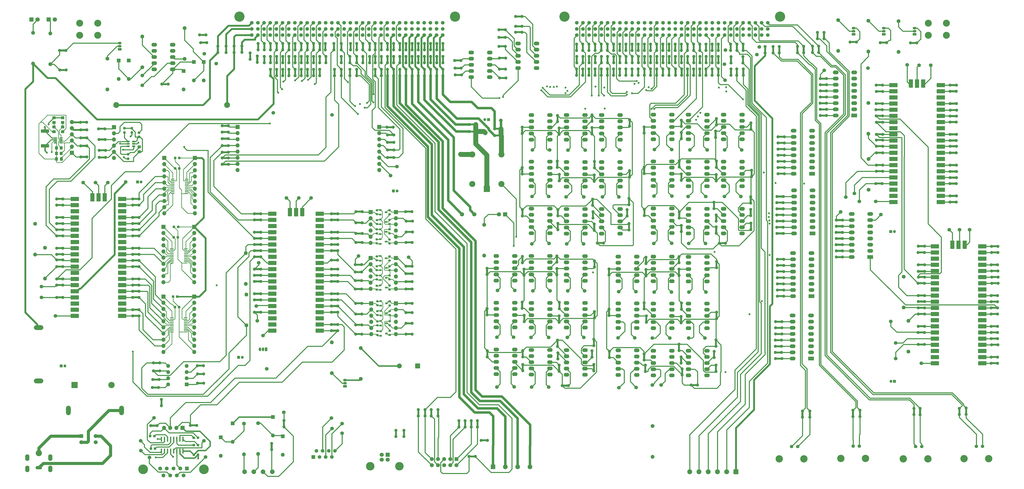
<source format=gtl>
G04 #@! TF.GenerationSoftware,KiCad,Pcbnew,(6.0.1)*
G04 #@! TF.CreationDate,2023-03-07T12:10:13-05:00*
G04 #@! TF.ProjectId,Interconnect,496e7465-7263-46f6-9e6e-6563742e6b69,1.0*
G04 #@! TF.SameCoordinates,Original*
G04 #@! TF.FileFunction,Copper,L1,Top*
G04 #@! TF.FilePolarity,Positive*
%FSLAX46Y46*%
G04 Gerber Fmt 4.6, Leading zero omitted, Abs format (unit mm)*
G04 Created by KiCad (PCBNEW (6.0.1)) date 2023-03-07 12:10:13*
%MOMM*%
%LPD*%
G01*
G04 APERTURE LIST*
G04 Aperture macros list*
%AMRoundRect*
0 Rectangle with rounded corners*
0 $1 Rounding radius*
0 $2 $3 $4 $5 $6 $7 $8 $9 X,Y pos of 4 corners*
0 Add a 4 corners polygon primitive as box body*
4,1,4,$2,$3,$4,$5,$6,$7,$8,$9,$2,$3,0*
0 Add four circle primitives for the rounded corners*
1,1,$1+$1,$2,$3*
1,1,$1+$1,$4,$5*
1,1,$1+$1,$6,$7*
1,1,$1+$1,$8,$9*
0 Add four rect primitives between the rounded corners*
20,1,$1+$1,$2,$3,$4,$5,0*
20,1,$1+$1,$4,$5,$6,$7,0*
20,1,$1+$1,$6,$7,$8,$9,0*
20,1,$1+$1,$8,$9,$2,$3,0*%
G04 Aperture macros list end*
G04 #@! TA.AperFunction,ComponentPad*
%ADD10C,1.300000*%
G04 #@! TD*
G04 #@! TA.AperFunction,ComponentPad*
%ADD11R,1.700000X1.700000*%
G04 #@! TD*
G04 #@! TA.AperFunction,ComponentPad*
%ADD12O,1.700000X1.700000*%
G04 #@! TD*
G04 #@! TA.AperFunction,SMDPad,CuDef*
%ADD13RoundRect,0.200000X0.275000X-0.200000X0.275000X0.200000X-0.275000X0.200000X-0.275000X-0.200000X0*%
G04 #@! TD*
G04 #@! TA.AperFunction,ComponentPad*
%ADD14R,1.650000X1.650000*%
G04 #@! TD*
G04 #@! TA.AperFunction,ComponentPad*
%ADD15C,1.650000*%
G04 #@! TD*
G04 #@! TA.AperFunction,ComponentPad*
%ADD16C,1.500000*%
G04 #@! TD*
G04 #@! TA.AperFunction,ComponentPad*
%ADD17C,2.400000*%
G04 #@! TD*
G04 #@! TA.AperFunction,ComponentPad*
%ADD18O,2.400000X2.400000*%
G04 #@! TD*
G04 #@! TA.AperFunction,SMDPad,CuDef*
%ADD19R,1.000000X0.700000*%
G04 #@! TD*
G04 #@! TA.AperFunction,ComponentPad*
%ADD20R,2.400000X1.600000*%
G04 #@! TD*
G04 #@! TA.AperFunction,ComponentPad*
%ADD21O,2.400000X1.600000*%
G04 #@! TD*
G04 #@! TA.AperFunction,ComponentPad*
%ADD22C,1.600000*%
G04 #@! TD*
G04 #@! TA.AperFunction,ComponentPad*
%ADD23O,1.600000X1.600000*%
G04 #@! TD*
G04 #@! TA.AperFunction,ComponentPad*
%ADD24O,2.300000X1.600000*%
G04 #@! TD*
G04 #@! TA.AperFunction,SMDPad,CuDef*
%ADD25RoundRect,0.250000X-0.337500X-0.475000X0.337500X-0.475000X0.337500X0.475000X-0.337500X0.475000X0*%
G04 #@! TD*
G04 #@! TA.AperFunction,SMDPad,CuDef*
%ADD26RoundRect,0.237500X0.237500X-0.250000X0.237500X0.250000X-0.237500X0.250000X-0.237500X-0.250000X0*%
G04 #@! TD*
G04 #@! TA.AperFunction,SMDPad,CuDef*
%ADD27RoundRect,0.100000X-0.637500X-0.100000X0.637500X-0.100000X0.637500X0.100000X-0.637500X0.100000X0*%
G04 #@! TD*
G04 #@! TA.AperFunction,SMDPad,CuDef*
%ADD28RoundRect,0.250000X0.350000X0.450000X-0.350000X0.450000X-0.350000X-0.450000X0.350000X-0.450000X0*%
G04 #@! TD*
G04 #@! TA.AperFunction,SMDPad,CuDef*
%ADD29RoundRect,0.237500X-0.300000X-0.237500X0.300000X-0.237500X0.300000X0.237500X-0.300000X0.237500X0*%
G04 #@! TD*
G04 #@! TA.AperFunction,ComponentPad*
%ADD30R,1.500000X1.050000*%
G04 #@! TD*
G04 #@! TA.AperFunction,ComponentPad*
%ADD31O,1.500000X1.050000*%
G04 #@! TD*
G04 #@! TA.AperFunction,ComponentPad*
%ADD32R,2.025000X2.025000*%
G04 #@! TD*
G04 #@! TA.AperFunction,ComponentPad*
%ADD33C,2.025000*%
G04 #@! TD*
G04 #@! TA.AperFunction,SMDPad,CuDef*
%ADD34RoundRect,0.249999X1.425001X-0.450001X1.425001X0.450001X-1.425001X0.450001X-1.425001X-0.450001X0*%
G04 #@! TD*
G04 #@! TA.AperFunction,ComponentPad*
%ADD35R,1.600000X1.600000*%
G04 #@! TD*
G04 #@! TA.AperFunction,ComponentPad*
%ADD36R,1.200000X1.200000*%
G04 #@! TD*
G04 #@! TA.AperFunction,ComponentPad*
%ADD37C,1.200000*%
G04 #@! TD*
G04 #@! TA.AperFunction,ComponentPad*
%ADD38C,4.200000*%
G04 #@! TD*
G04 #@! TA.AperFunction,SMDPad,CuDef*
%ADD39RoundRect,0.250000X-0.450000X0.350000X-0.450000X-0.350000X0.450000X-0.350000X0.450000X0.350000X0*%
G04 #@! TD*
G04 #@! TA.AperFunction,ComponentPad*
%ADD40R,1.500000X1.500000*%
G04 #@! TD*
G04 #@! TA.AperFunction,SMDPad,CuDef*
%ADD41RoundRect,0.200000X-0.275000X0.200000X-0.275000X-0.200000X0.275000X-0.200000X0.275000X0.200000X0*%
G04 #@! TD*
G04 #@! TA.AperFunction,ComponentPad*
%ADD42R,2.500000X2.500000*%
G04 #@! TD*
G04 #@! TA.AperFunction,ComponentPad*
%ADD43O,2.500000X2.500000*%
G04 #@! TD*
G04 #@! TA.AperFunction,ComponentPad*
%ADD44C,4.000000*%
G04 #@! TD*
G04 #@! TA.AperFunction,SMDPad,CuDef*
%ADD45RoundRect,0.237500X0.300000X0.237500X-0.300000X0.237500X-0.300000X-0.237500X0.300000X-0.237500X0*%
G04 #@! TD*
G04 #@! TA.AperFunction,SMDPad,CuDef*
%ADD46R,3.500000X1.700000*%
G04 #@! TD*
G04 #@! TA.AperFunction,SMDPad,CuDef*
%ADD47R,1.700000X3.500000*%
G04 #@! TD*
G04 #@! TA.AperFunction,SMDPad,CuDef*
%ADD48RoundRect,0.150000X0.512500X0.150000X-0.512500X0.150000X-0.512500X-0.150000X0.512500X-0.150000X0*%
G04 #@! TD*
G04 #@! TA.AperFunction,SMDPad,CuDef*
%ADD49RoundRect,0.237500X0.237500X-0.300000X0.237500X0.300000X-0.237500X0.300000X-0.237500X-0.300000X0*%
G04 #@! TD*
G04 #@! TA.AperFunction,SMDPad,CuDef*
%ADD50RoundRect,0.041300X-0.253700X0.943700X-0.253700X-0.943700X0.253700X-0.943700X0.253700X0.943700X0*%
G04 #@! TD*
G04 #@! TA.AperFunction,ComponentPad*
%ADD51C,1.905000*%
G04 #@! TD*
G04 #@! TA.AperFunction,ComponentPad*
%ADD52C,1.700000*%
G04 #@! TD*
G04 #@! TA.AperFunction,ComponentPad*
%ADD53C,3.500000*%
G04 #@! TD*
G04 #@! TA.AperFunction,ComponentPad*
%ADD54O,3.900000X1.950000*%
G04 #@! TD*
G04 #@! TA.AperFunction,ComponentPad*
%ADD55C,1.398000*%
G04 #@! TD*
G04 #@! TA.AperFunction,ComponentPad*
%ADD56C,3.015000*%
G04 #@! TD*
G04 #@! TA.AperFunction,ComponentPad*
%ADD57R,1.800000X1.800000*%
G04 #@! TD*
G04 #@! TA.AperFunction,ComponentPad*
%ADD58C,1.800000*%
G04 #@! TD*
G04 #@! TA.AperFunction,ComponentPad*
%ADD59R,2.600000X2.600000*%
G04 #@! TD*
G04 #@! TA.AperFunction,ComponentPad*
%ADD60O,2.600000X2.600000*%
G04 #@! TD*
G04 #@! TA.AperFunction,ComponentPad*
%ADD61C,2.850000*%
G04 #@! TD*
G04 #@! TA.AperFunction,ComponentPad*
%ADD62C,2.550000*%
G04 #@! TD*
G04 #@! TA.AperFunction,ComponentPad*
%ADD63O,2.700002X1.400000*%
G04 #@! TD*
G04 #@! TA.AperFunction,ComponentPad*
%ADD64O,1.750000X2.750000*%
G04 #@! TD*
G04 #@! TA.AperFunction,ComponentPad*
%ADD65R,1.950000X1.950000*%
G04 #@! TD*
G04 #@! TA.AperFunction,ComponentPad*
%ADD66C,1.950000*%
G04 #@! TD*
G04 #@! TA.AperFunction,ComponentPad*
%ADD67R,1.725000X1.725000*%
G04 #@! TD*
G04 #@! TA.AperFunction,ComponentPad*
%ADD68C,1.725000*%
G04 #@! TD*
G04 #@! TA.AperFunction,ComponentPad*
%ADD69O,1.950000X3.900000*%
G04 #@! TD*
G04 #@! TA.AperFunction,SMDPad,CuDef*
%ADD70RoundRect,0.125000X-0.537500X-0.125000X0.537500X-0.125000X0.537500X0.125000X-0.537500X0.125000X0*%
G04 #@! TD*
G04 #@! TA.AperFunction,ComponentPad*
%ADD71R,2.000000X2.000000*%
G04 #@! TD*
G04 #@! TA.AperFunction,ComponentPad*
%ADD72C,2.000000*%
G04 #@! TD*
G04 #@! TA.AperFunction,ComponentPad*
%ADD73R,1.050000X1.500000*%
G04 #@! TD*
G04 #@! TA.AperFunction,ComponentPad*
%ADD74O,1.050000X1.500000*%
G04 #@! TD*
G04 #@! TA.AperFunction,ViaPad*
%ADD75C,0.800000*%
G04 #@! TD*
G04 #@! TA.AperFunction,Conductor*
%ADD76C,0.400000*%
G04 #@! TD*
G04 #@! TA.AperFunction,Conductor*
%ADD77C,0.600000*%
G04 #@! TD*
G04 #@! TA.AperFunction,Conductor*
%ADD78C,0.250000*%
G04 #@! TD*
G04 #@! TA.AperFunction,Conductor*
%ADD79C,0.800000*%
G04 #@! TD*
G04 #@! TA.AperFunction,Conductor*
%ADD80C,1.300000*%
G04 #@! TD*
G04 #@! TA.AperFunction,Conductor*
%ADD81C,1.000000*%
G04 #@! TD*
G04 #@! TA.AperFunction,Conductor*
%ADD82C,0.762000*%
G04 #@! TD*
G04 #@! TA.AperFunction,Conductor*
%ADD83C,2.000000*%
G04 #@! TD*
G04 APERTURE END LIST*
G36*
X97810000Y-73626000D02*
G01*
X95210000Y-73626000D01*
X95210000Y-72834000D01*
X97810000Y-72834000D01*
X97810000Y-73626000D01*
G37*
G36*
X97890000Y-86966000D02*
G01*
X95290000Y-86966000D01*
X95290000Y-86174000D01*
X97890000Y-86174000D01*
X97890000Y-86966000D01*
G37*
G36*
X97820000Y-84356000D02*
G01*
X95220000Y-84356000D01*
X95220000Y-83564000D01*
X97820000Y-83564000D01*
X97820000Y-84356000D01*
G37*
G36*
X166040000Y-84126000D02*
G01*
X163440000Y-84126000D01*
X163440000Y-83334000D01*
X166040000Y-83334000D01*
X166040000Y-84126000D01*
G37*
G36*
X166040000Y-80986000D02*
G01*
X163440000Y-80986000D01*
X163440000Y-80194000D01*
X166040000Y-80194000D01*
X166040000Y-80986000D01*
G37*
G36*
X166040000Y-77896000D02*
G01*
X163440000Y-77896000D01*
X163440000Y-77104000D01*
X166040000Y-77104000D01*
X166040000Y-77896000D01*
G37*
G36*
X97810000Y-76366000D02*
G01*
X95210000Y-76366000D01*
X95210000Y-75574000D01*
X97810000Y-75574000D01*
X97810000Y-76366000D01*
G37*
G36*
X166040000Y-74806000D02*
G01*
X163440000Y-74806000D01*
X163440000Y-74014000D01*
X166040000Y-74014000D01*
X166040000Y-74806000D01*
G37*
G36*
X135905000Y-49943135D02*
G01*
X135113000Y-49943135D01*
X135113000Y-47343135D01*
X135905000Y-47343135D01*
X135905000Y-49943135D01*
G37*
G36*
X290083000Y-39529135D02*
G01*
X289291000Y-39529135D01*
X289291000Y-36929135D01*
X290083000Y-36929135D01*
X290083000Y-39529135D01*
G37*
G36*
X384870000Y-120715800D02*
G01*
X382270000Y-120715800D01*
X382270000Y-119923800D01*
X384870000Y-119923800D01*
X384870000Y-120715800D01*
G37*
G36*
X327070000Y-80662135D02*
G01*
X324470000Y-80662135D01*
X324470000Y-79870135D01*
X327070000Y-79870135D01*
X327070000Y-80662135D01*
G37*
G36*
X262143000Y-49816135D02*
G01*
X261351000Y-49816135D01*
X261351000Y-47216135D01*
X262143000Y-47216135D01*
X262143000Y-49816135D01*
G37*
G36*
X174005000Y-49943135D02*
G01*
X173213000Y-49943135D01*
X173213000Y-47343135D01*
X174005000Y-47343135D01*
X174005000Y-49943135D01*
G37*
G36*
X168925000Y-44609135D02*
G01*
X168133000Y-44609135D01*
X168133000Y-42009135D01*
X168925000Y-42009135D01*
X168925000Y-44609135D01*
G37*
G36*
X142920744Y-148001879D02*
G01*
X140320744Y-148001879D01*
X140320744Y-147209879D01*
X142920744Y-147209879D01*
X142920744Y-148001879D01*
G37*
G36*
X29591000Y-136787135D02*
G01*
X26991000Y-136787135D01*
X26991000Y-135995135D01*
X29591000Y-135995135D01*
X29591000Y-136787135D01*
G37*
G36*
X398022600Y-67045600D02*
G01*
X395422600Y-67045600D01*
X395422600Y-66253600D01*
X398022600Y-66253600D01*
X398022600Y-67045600D01*
G37*
G36*
X248173000Y-68769135D02*
G01*
X247381000Y-68769135D01*
X247381000Y-66169135D01*
X248173000Y-66169135D01*
X248173000Y-68769135D01*
G37*
G36*
X264683000Y-49816135D02*
G01*
X263891000Y-49816135D01*
X263891000Y-47216135D01*
X264683000Y-47216135D01*
X264683000Y-49816135D01*
G37*
G36*
X179085000Y-39275135D02*
G01*
X178293000Y-39275135D01*
X178293000Y-36675135D01*
X179085000Y-36675135D01*
X179085000Y-39275135D01*
G37*
G36*
X285001587Y-39529135D02*
G01*
X284209587Y-39529135D01*
X284209587Y-36929135D01*
X285001587Y-36929135D01*
X285001587Y-39529135D01*
G37*
G36*
X218851000Y-25925135D02*
G01*
X216251000Y-25925135D01*
X216251000Y-25133135D01*
X218851000Y-25133135D01*
X218851000Y-25925135D01*
G37*
G36*
X246926190Y-44639135D02*
G01*
X246134190Y-44639135D01*
X246134190Y-42039135D01*
X246926190Y-42039135D01*
X246926190Y-44639135D01*
G37*
G36*
X60960000Y-113927135D02*
G01*
X58360000Y-113927135D01*
X58360000Y-113135135D01*
X60960000Y-113135135D01*
X60960000Y-113927135D01*
G37*
G36*
X60960000Y-116476135D02*
G01*
X58360000Y-116476135D01*
X58360000Y-115684135D01*
X60960000Y-115684135D01*
X60960000Y-116476135D01*
G37*
G36*
X234584000Y-171995135D02*
G01*
X233792000Y-171995135D01*
X233792000Y-169395135D01*
X234584000Y-169395135D01*
X234584000Y-171995135D01*
G37*
G36*
X163845000Y-49943135D02*
G01*
X163053000Y-49943135D01*
X163053000Y-47343135D01*
X163845000Y-47343135D01*
X163845000Y-49943135D01*
G37*
G36*
X334927000Y-190969000D02*
G01*
X334135000Y-190969000D01*
X334135000Y-188369000D01*
X334927000Y-188369000D01*
X334927000Y-190969000D01*
G37*
G36*
X142920744Y-109901879D02*
G01*
X140320744Y-109901879D01*
X140320744Y-109109879D01*
X142920744Y-109109879D01*
X142920744Y-109901879D01*
G37*
G36*
X152737278Y-128384880D02*
G01*
X150137278Y-128384880D01*
X150137278Y-127592880D01*
X152737278Y-127592880D01*
X152737278Y-128384880D01*
G37*
G36*
X414969000Y-169052000D02*
G01*
X412369000Y-169052000D01*
X412369000Y-168260000D01*
X414969000Y-168260000D01*
X414969000Y-169052000D01*
G37*
G36*
X152991278Y-111048391D02*
G01*
X150391278Y-111048391D01*
X150391278Y-110256391D01*
X152991278Y-110256391D01*
X152991278Y-111048391D01*
G37*
G36*
X246880422Y-39529135D02*
G01*
X246088422Y-39529135D01*
X246088422Y-36929135D01*
X246880422Y-36929135D01*
X246880422Y-39529135D01*
G37*
G36*
X259587477Y-39529135D02*
G01*
X258795477Y-39529135D01*
X258795477Y-36929135D01*
X259587477Y-36929135D01*
X259587477Y-39529135D01*
G37*
G36*
X219583000Y-171741135D02*
G01*
X218791000Y-171741135D01*
X218791000Y-169141135D01*
X219583000Y-169141135D01*
X219583000Y-171741135D01*
G37*
G36*
X199801000Y-70502135D02*
G01*
X197201000Y-70502135D01*
X197201000Y-69710135D01*
X199801000Y-69710135D01*
X199801000Y-70502135D01*
G37*
G36*
X113045000Y-44609135D02*
G01*
X112253000Y-44609135D01*
X112253000Y-42009135D01*
X113045000Y-42009135D01*
X113045000Y-44609135D01*
G37*
G36*
X115585000Y-44609135D02*
G01*
X114793000Y-44609135D01*
X114793000Y-42009135D01*
X115585000Y-42009135D01*
X115585000Y-44609135D01*
G37*
G36*
X290087405Y-44639135D02*
G01*
X289295405Y-44639135D01*
X289295405Y-42039135D01*
X290087405Y-42039135D01*
X290087405Y-44639135D01*
G37*
G36*
X141747000Y-39275135D02*
G01*
X140955000Y-39275135D01*
X140955000Y-36675135D01*
X141747000Y-36675135D01*
X141747000Y-39275135D01*
G37*
G36*
X46893000Y-72264135D02*
G01*
X44293000Y-72264135D01*
X44293000Y-71472135D01*
X46893000Y-71472135D01*
X46893000Y-72264135D01*
G37*
G36*
X110124000Y-44482135D02*
G01*
X109332000Y-44482135D01*
X109332000Y-41882135D01*
X110124000Y-41882135D01*
X110124000Y-44482135D01*
G37*
G36*
X384819200Y-156352000D02*
G01*
X382219200Y-156352000D01*
X382219200Y-155560000D01*
X384819200Y-155560000D01*
X384819200Y-156352000D01*
G37*
G36*
X69036000Y-179087135D02*
G01*
X66436000Y-179087135D01*
X66436000Y-178295135D01*
X69036000Y-178295135D01*
X69036000Y-179087135D01*
G37*
G36*
X327070000Y-75582135D02*
G01*
X324470000Y-75582135D01*
X324470000Y-74790135D01*
X327070000Y-74790135D01*
X327070000Y-75582135D01*
G37*
G36*
X414969000Y-143652000D02*
G01*
X412369000Y-143652000D01*
X412369000Y-142860000D01*
X414969000Y-142860000D01*
X414969000Y-143652000D01*
G37*
G36*
X179085000Y-44609135D02*
G01*
X178293000Y-44609135D01*
X178293000Y-42009135D01*
X179085000Y-42009135D01*
X179085000Y-44609135D01*
G37*
G36*
X414969000Y-146192000D02*
G01*
X412369000Y-146192000D01*
X412369000Y-145400000D01*
X414969000Y-145400000D01*
X414969000Y-146192000D01*
G37*
G36*
X107203000Y-43212135D02*
G01*
X106411000Y-43212135D01*
X106411000Y-40612135D01*
X107203000Y-40612135D01*
X107203000Y-43212135D01*
G37*
G36*
X326039000Y-167149135D02*
G01*
X323439000Y-167149135D01*
X323439000Y-166357135D01*
X326039000Y-166357135D01*
X326039000Y-167149135D01*
G37*
G36*
X142920744Y-153081879D02*
G01*
X140320744Y-153081879D01*
X140320744Y-152289879D01*
X142920744Y-152289879D01*
X142920744Y-153081879D01*
G37*
G36*
X367542600Y-54244000D02*
G01*
X364942600Y-54244000D01*
X364942600Y-53452000D01*
X367542600Y-53452000D01*
X367542600Y-54244000D01*
G37*
G36*
X257046066Y-39529135D02*
G01*
X256254066Y-39529135D01*
X256254066Y-36929135D01*
X257046066Y-36929135D01*
X257046066Y-39529135D01*
G37*
G36*
X72958000Y-53863000D02*
G01*
X70358000Y-53863000D01*
X70358000Y-53071000D01*
X72958000Y-53071000D01*
X72958000Y-53863000D01*
G37*
G36*
X29591000Y-134256135D02*
G01*
X26991000Y-134256135D01*
X26991000Y-133464135D01*
X29591000Y-133464135D01*
X29591000Y-134256135D01*
G37*
G36*
X173595278Y-132067880D02*
G01*
X170995278Y-132067880D01*
X170995278Y-131275880D01*
X173595278Y-131275880D01*
X173595278Y-132067880D01*
G37*
G36*
X176545000Y-39275135D02*
G01*
X175753000Y-39275135D01*
X175753000Y-36675135D01*
X176545000Y-36675135D01*
X176545000Y-39275135D01*
G37*
G36*
X219471000Y-107885135D02*
G01*
X218679000Y-107885135D01*
X218679000Y-105285135D01*
X219471000Y-105285135D01*
X219471000Y-107885135D01*
G37*
G36*
X130825000Y-44609135D02*
G01*
X130033000Y-44609135D01*
X130033000Y-42009135D01*
X130825000Y-42009135D01*
X130825000Y-44609135D01*
G37*
G36*
X200929000Y-194977135D02*
G01*
X200137000Y-194977135D01*
X200137000Y-192377135D01*
X200929000Y-192377135D01*
X200929000Y-194977135D01*
G37*
G36*
X326659000Y-110395135D02*
G01*
X324059000Y-110395135D01*
X324059000Y-109603135D01*
X326659000Y-109603135D01*
X326659000Y-110395135D01*
G37*
G36*
X267211710Y-39529135D02*
G01*
X266419710Y-39529135D01*
X266419710Y-36929135D01*
X267211710Y-36929135D01*
X267211710Y-39529135D01*
G37*
G36*
X414969000Y-158892000D02*
G01*
X412369000Y-158892000D01*
X412369000Y-158100000D01*
X414969000Y-158100000D01*
X414969000Y-158892000D01*
G37*
G36*
X142920744Y-132761879D02*
G01*
X140320744Y-132761879D01*
X140320744Y-131969879D01*
X142920744Y-131969879D01*
X142920744Y-132761879D01*
G37*
G36*
X152861278Y-153213880D02*
G01*
X150261278Y-153213880D01*
X150261278Y-152421880D01*
X152861278Y-152421880D01*
X152861278Y-153213880D01*
G37*
G36*
X310403000Y-44736135D02*
G01*
X309611000Y-44736135D01*
X309611000Y-42136135D01*
X310403000Y-42136135D01*
X310403000Y-44736135D01*
G37*
G36*
X279918765Y-39529135D02*
G01*
X279126765Y-39529135D01*
X279126765Y-36929135D01*
X279918765Y-36929135D01*
X279918765Y-39529135D01*
G37*
G36*
X299242000Y-172054415D02*
G01*
X298450000Y-172054415D01*
X298450000Y-169454415D01*
X299242000Y-169454415D01*
X299242000Y-172054415D01*
G37*
G36*
X284114000Y-87680375D02*
G01*
X283322000Y-87680375D01*
X283322000Y-85080375D01*
X284114000Y-85080375D01*
X284114000Y-87680375D01*
G37*
G36*
X249189000Y-129006415D02*
G01*
X248397000Y-129006415D01*
X248397000Y-126406415D01*
X249189000Y-126406415D01*
X249189000Y-129006415D01*
G37*
G36*
X339083830Y-40418135D02*
G01*
X338291830Y-40418135D01*
X338291830Y-37818135D01*
X339083830Y-37818135D01*
X339083830Y-40418135D01*
G37*
G36*
X398022600Y-92445600D02*
G01*
X395422600Y-92445600D01*
X395422600Y-91653600D01*
X398022600Y-91653600D01*
X398022600Y-92445600D01*
G37*
G36*
X152991278Y-119176391D02*
G01*
X150391278Y-119176391D01*
X150391278Y-118384391D01*
X152991278Y-118384391D01*
X152991278Y-119176391D01*
G37*
G36*
X282460176Y-39529135D02*
G01*
X281668176Y-39529135D01*
X281668176Y-36929135D01*
X282460176Y-36929135D01*
X282460176Y-39529135D01*
G37*
G36*
X186705000Y-39275135D02*
G01*
X185913000Y-39275135D01*
X185913000Y-36675135D01*
X186705000Y-36675135D01*
X186705000Y-39275135D01*
G37*
G36*
X248539000Y-108709855D02*
G01*
X247747000Y-108709855D01*
X247747000Y-106109855D01*
X248539000Y-106109855D01*
X248539000Y-108709855D01*
G37*
G36*
X313578000Y-102521135D02*
G01*
X312786000Y-102521135D01*
X312786000Y-99921135D01*
X313578000Y-99921135D01*
X313578000Y-102521135D01*
G37*
G36*
X152861278Y-148768880D02*
G01*
X150261278Y-148768880D01*
X150261278Y-147976880D01*
X152861278Y-147976880D01*
X152861278Y-148768880D01*
G37*
G36*
X204640000Y-200876000D02*
G01*
X202040000Y-200876000D01*
X202040000Y-200084000D01*
X204640000Y-200084000D01*
X204640000Y-200876000D01*
G37*
G36*
X251963244Y-39529135D02*
G01*
X251171244Y-39529135D01*
X251171244Y-36929135D01*
X251963244Y-36929135D01*
X251963244Y-39529135D01*
G37*
G36*
X135905000Y-39275135D02*
G01*
X135113000Y-39275135D01*
X135113000Y-36675135D01*
X135905000Y-36675135D01*
X135905000Y-39275135D01*
G37*
G36*
X367593400Y-82184000D02*
G01*
X364993400Y-82184000D01*
X364993400Y-81392000D01*
X367593400Y-81392000D01*
X367593400Y-82184000D01*
G37*
G36*
X325912000Y-159529135D02*
G01*
X323312000Y-159529135D01*
X323312000Y-158737135D01*
X325912000Y-158737135D01*
X325912000Y-159529135D01*
G37*
G36*
X344454000Y-66819135D02*
G01*
X341854000Y-66819135D01*
X341854000Y-66027135D01*
X344454000Y-66027135D01*
X344454000Y-66819135D01*
G37*
G36*
X166385000Y-49943135D02*
G01*
X165593000Y-49943135D01*
X165593000Y-47343135D01*
X166385000Y-47343135D01*
X166385000Y-49943135D01*
G37*
G36*
X142920744Y-135301879D02*
G01*
X140320744Y-135301879D01*
X140320744Y-134509879D01*
X142920744Y-134509879D01*
X142920744Y-135301879D01*
G37*
G36*
X128285000Y-49943135D02*
G01*
X127493000Y-49943135D01*
X127493000Y-47343135D01*
X128285000Y-47343135D01*
X128285000Y-49943135D01*
G37*
G36*
X351043000Y-120144135D02*
G01*
X348443000Y-120144135D01*
X348443000Y-119352135D01*
X351043000Y-119352135D01*
X351043000Y-120144135D01*
G37*
G36*
X262128888Y-39529135D02*
G01*
X261336888Y-39529135D01*
X261336888Y-36929135D01*
X262128888Y-36929135D01*
X262128888Y-39529135D01*
G37*
G36*
X68420000Y-194796000D02*
G01*
X65820000Y-194796000D01*
X65820000Y-194004000D01*
X68420000Y-194004000D01*
X68420000Y-194796000D01*
G37*
G36*
X383428000Y-189897135D02*
G01*
X382636000Y-189897135D01*
X382636000Y-187297135D01*
X383428000Y-187297135D01*
X383428000Y-189897135D01*
G37*
G36*
X70616000Y-186190000D02*
G01*
X69824000Y-186190000D01*
X69824000Y-183590000D01*
X70616000Y-183590000D01*
X70616000Y-186190000D01*
G37*
G36*
X257081770Y-44639135D02*
G01*
X256289770Y-44639135D01*
X256289770Y-42039135D01*
X257081770Y-42039135D01*
X257081770Y-44639135D01*
G37*
G36*
X173595278Y-135369880D02*
G01*
X170995278Y-135369880D01*
X170995278Y-134577880D01*
X173595278Y-134577880D01*
X173595278Y-135369880D01*
G37*
G36*
X184165000Y-49943135D02*
G01*
X183373000Y-49943135D01*
X183373000Y-47343135D01*
X184165000Y-47343135D01*
X184165000Y-49943135D01*
G37*
G36*
X97810000Y-79256000D02*
G01*
X95210000Y-79256000D01*
X95210000Y-78464000D01*
X97810000Y-78464000D01*
X97810000Y-79256000D01*
G37*
G36*
X60960000Y-111387135D02*
G01*
X58360000Y-111387135D01*
X58360000Y-110595135D01*
X60960000Y-110595135D01*
X60960000Y-111387135D01*
G37*
G36*
X138191000Y-39275135D02*
G01*
X137399000Y-39275135D01*
X137399000Y-36675135D01*
X138191000Y-36675135D01*
X138191000Y-39275135D01*
G37*
G36*
X300243000Y-44639135D02*
G01*
X299451000Y-44639135D01*
X299451000Y-42039135D01*
X300243000Y-42039135D01*
X300243000Y-44639135D01*
G37*
G36*
X161305000Y-49943135D02*
G01*
X160513000Y-49943135D01*
X160513000Y-47343135D01*
X161305000Y-47343135D01*
X161305000Y-49943135D01*
G37*
G36*
X351058000Y-109984135D02*
G01*
X348458000Y-109984135D01*
X348458000Y-109192135D01*
X351058000Y-109192135D01*
X351058000Y-109984135D01*
G37*
G36*
X60960000Y-136796135D02*
G01*
X58360000Y-136796135D01*
X58360000Y-136004135D01*
X60960000Y-136004135D01*
X60960000Y-136796135D01*
G37*
G36*
X142920744Y-130221879D02*
G01*
X140320744Y-130221879D01*
X140320744Y-129429879D01*
X142920744Y-129429879D01*
X142920744Y-130221879D01*
G37*
G36*
X181625000Y-49943135D02*
G01*
X180833000Y-49943135D01*
X180833000Y-47343135D01*
X181625000Y-47343135D01*
X181625000Y-49943135D01*
G37*
G36*
X277392930Y-44639135D02*
G01*
X276600930Y-44639135D01*
X276600930Y-42039135D01*
X277392930Y-42039135D01*
X277392930Y-44639135D01*
G37*
G36*
X285003000Y-93141375D02*
G01*
X284211000Y-93141375D01*
X284211000Y-90541375D01*
X285003000Y-90541375D01*
X285003000Y-93141375D01*
G37*
G36*
X152991278Y-115493391D02*
G01*
X150391278Y-115493391D01*
X150391278Y-114701391D01*
X152991278Y-114701391D01*
X152991278Y-115493391D01*
G37*
G36*
X367471000Y-64404000D02*
G01*
X364871000Y-64404000D01*
X364871000Y-63612000D01*
X367471000Y-63612000D01*
X367471000Y-64404000D01*
G37*
G36*
X337975000Y-190969000D02*
G01*
X337183000Y-190969000D01*
X337183000Y-188369000D01*
X337975000Y-188369000D01*
X337975000Y-190969000D01*
G37*
G36*
X244387295Y-44639135D02*
G01*
X243595295Y-44639135D01*
X243595295Y-42039135D01*
X244387295Y-42039135D01*
X244387295Y-44639135D01*
G37*
G36*
X414969000Y-156352000D02*
G01*
X412369000Y-156352000D01*
X412369000Y-155560000D01*
X414969000Y-155560000D01*
X414969000Y-156352000D01*
G37*
G36*
X133365000Y-44609135D02*
G01*
X132573000Y-44609135D01*
X132573000Y-42009135D01*
X133365000Y-42009135D01*
X133365000Y-44609135D01*
G37*
G36*
X173592278Y-157023880D02*
G01*
X170992278Y-157023880D01*
X170992278Y-156231880D01*
X173592278Y-156231880D01*
X173592278Y-157023880D01*
G37*
G36*
X125745000Y-49943135D02*
G01*
X124953000Y-49943135D01*
X124953000Y-47343135D01*
X125745000Y-47343135D01*
X125745000Y-49943135D01*
G37*
G36*
X285018000Y-146400415D02*
G01*
X284226000Y-146400415D01*
X284226000Y-143800415D01*
X285018000Y-143800415D01*
X285018000Y-146400415D01*
G37*
G36*
X300243000Y-39529135D02*
G01*
X299451000Y-39529135D01*
X299451000Y-36929135D01*
X300243000Y-36929135D01*
X300243000Y-39529135D01*
G37*
G36*
X272303000Y-44639135D02*
G01*
X271511000Y-44639135D01*
X271511000Y-42039135D01*
X272303000Y-42039135D01*
X272303000Y-44639135D01*
G37*
G36*
X241797600Y-39529135D02*
G01*
X241005600Y-39529135D01*
X241005600Y-36929135D01*
X241797600Y-36929135D01*
X241797600Y-39529135D01*
G37*
G36*
X60960000Y-126636135D02*
G01*
X58360000Y-126636135D01*
X58360000Y-125844135D01*
X60960000Y-125844135D01*
X60960000Y-126636135D01*
G37*
G36*
X291233000Y-178085135D02*
G01*
X288633000Y-178085135D01*
X288633000Y-177293135D01*
X291233000Y-177293135D01*
X291233000Y-178085135D01*
G37*
G36*
X212120000Y-47642135D02*
G01*
X209520000Y-47642135D01*
X209520000Y-46850135D01*
X212120000Y-46850135D01*
X212120000Y-47642135D01*
G37*
G36*
X195849000Y-194977135D02*
G01*
X195057000Y-194977135D01*
X195057000Y-192377135D01*
X195849000Y-192377135D01*
X195849000Y-194977135D01*
G37*
G36*
X262651000Y-107890615D02*
G01*
X261859000Y-107890615D01*
X261859000Y-105290615D01*
X262651000Y-105290615D01*
X262651000Y-107890615D01*
G37*
G36*
X299354000Y-93395375D02*
G01*
X298562000Y-93395375D01*
X298562000Y-90795375D01*
X299354000Y-90795375D01*
X299354000Y-93395375D01*
G37*
G36*
X367593400Y-74564000D02*
G01*
X364993400Y-74564000D01*
X364993400Y-73772000D01*
X367593400Y-73772000D01*
X367593400Y-74564000D01*
G37*
G36*
X284002000Y-132435895D02*
G01*
X283210000Y-132435895D01*
X283210000Y-129835895D01*
X284002000Y-129835895D01*
X284002000Y-132435895D01*
G37*
G36*
X118125000Y-49943135D02*
G01*
X117333000Y-49943135D01*
X117333000Y-47343135D01*
X118125000Y-47343135D01*
X118125000Y-49943135D01*
G37*
G36*
X415096000Y-161432000D02*
G01*
X412496000Y-161432000D01*
X412496000Y-160640000D01*
X415096000Y-160640000D01*
X415096000Y-161432000D01*
G37*
G36*
X269651000Y-146273415D02*
G01*
X268859000Y-146273415D01*
X268859000Y-143673415D01*
X269651000Y-143673415D01*
X269651000Y-146273415D01*
G37*
G36*
X299496000Y-150210415D02*
G01*
X298704000Y-150210415D01*
X298704000Y-147610415D01*
X299496000Y-147610415D01*
X299496000Y-150210415D01*
G37*
G36*
X313959000Y-91617375D02*
G01*
X313167000Y-91617375D01*
X313167000Y-89017375D01*
X313959000Y-89017375D01*
X313959000Y-91617375D01*
G37*
G36*
X264698455Y-44639135D02*
G01*
X263906455Y-44639135D01*
X263906455Y-42039135D01*
X264698455Y-42039135D01*
X264698455Y-44639135D01*
G37*
G36*
X241823000Y-49816135D02*
G01*
X241031000Y-49816135D01*
X241031000Y-47216135D01*
X241823000Y-47216135D01*
X241823000Y-49816135D01*
G37*
G36*
X135905000Y-44609135D02*
G01*
X135113000Y-44609135D01*
X135113000Y-42009135D01*
X135905000Y-42009135D01*
X135905000Y-44609135D01*
G37*
G36*
X199801000Y-73423135D02*
G01*
X197201000Y-73423135D01*
X197201000Y-72631135D01*
X199801000Y-72631135D01*
X199801000Y-73423135D01*
G37*
G36*
X130825000Y-39275135D02*
G01*
X130033000Y-39275135D01*
X130033000Y-36675135D01*
X130825000Y-36675135D01*
X130825000Y-39275135D01*
G37*
G36*
X397941800Y-94909400D02*
G01*
X395341800Y-94909400D01*
X395341800Y-94117400D01*
X397941800Y-94117400D01*
X397941800Y-94909400D01*
G37*
G36*
X263667000Y-91756135D02*
G01*
X262875000Y-91756135D01*
X262875000Y-89156135D01*
X263667000Y-89156135D01*
X263667000Y-91756135D01*
G37*
G36*
X60960000Y-124087135D02*
G01*
X58360000Y-124087135D01*
X58360000Y-123295135D01*
X60960000Y-123295135D01*
X60960000Y-124087135D01*
G37*
G36*
X97297000Y-40418135D02*
G01*
X96505000Y-40418135D01*
X96505000Y-37818135D01*
X97297000Y-37818135D01*
X97297000Y-40418135D01*
G37*
G36*
X299354000Y-114985375D02*
G01*
X298562000Y-114985375D01*
X298562000Y-112385375D01*
X299354000Y-112385375D01*
X299354000Y-114985375D01*
G37*
G36*
X111170744Y-120061879D02*
G01*
X108570744Y-120061879D01*
X108570744Y-119269879D01*
X111170744Y-119269879D01*
X111170744Y-120061879D01*
G37*
G36*
X168925000Y-39275135D02*
G01*
X168133000Y-39275135D01*
X168133000Y-36675135D01*
X168925000Y-36675135D01*
X168925000Y-39275135D01*
G37*
G36*
X219344000Y-90486135D02*
G01*
X218552000Y-90486135D01*
X218552000Y-87886135D01*
X219344000Y-87886135D01*
X219344000Y-90486135D01*
G37*
G36*
X125745000Y-39275135D02*
G01*
X124953000Y-39275135D01*
X124953000Y-36675135D01*
X125745000Y-36675135D01*
X125745000Y-39275135D01*
G37*
G36*
X142920744Y-107361879D02*
G01*
X140320744Y-107361879D01*
X140320744Y-106569879D01*
X142920744Y-106569879D01*
X142920744Y-107361879D01*
G37*
G36*
X210215000Y-75074135D02*
G01*
X207615000Y-75074135D01*
X207615000Y-74282135D01*
X210215000Y-74282135D01*
X210215000Y-75074135D01*
G37*
G36*
X233822000Y-87819135D02*
G01*
X233030000Y-87819135D01*
X233030000Y-85219135D01*
X233822000Y-85219135D01*
X233822000Y-87819135D01*
G37*
G36*
X234584000Y-151739415D02*
G01*
X233792000Y-151739415D01*
X233792000Y-149139415D01*
X234584000Y-149139415D01*
X234584000Y-151739415D01*
G37*
G36*
X255300000Y-166339415D02*
G01*
X254508000Y-166339415D01*
X254508000Y-163739415D01*
X255300000Y-163739415D01*
X255300000Y-166339415D01*
G37*
G36*
X274835943Y-39529135D02*
G01*
X274043943Y-39529135D01*
X274043943Y-36929135D01*
X274835943Y-36929135D01*
X274835943Y-39529135D01*
G37*
G36*
X60960000Y-101236135D02*
G01*
X58360000Y-101236135D01*
X58360000Y-100444135D01*
X60960000Y-100444135D01*
X60960000Y-101236135D01*
G37*
G36*
X218851000Y-32402135D02*
G01*
X216251000Y-32402135D01*
X216251000Y-31610135D01*
X218851000Y-31610135D01*
X218851000Y-32402135D01*
G37*
G36*
X285009615Y-44639135D02*
G01*
X284217615Y-44639135D01*
X284217615Y-42039135D01*
X285009615Y-42039135D01*
X285009615Y-44639135D01*
G37*
G36*
X69499000Y-172229135D02*
G01*
X66899000Y-172229135D01*
X66899000Y-171437135D01*
X69499000Y-171437135D01*
X69499000Y-172229135D01*
G37*
G36*
X111170744Y-107361879D02*
G01*
X108570744Y-107361879D01*
X108570744Y-106569879D01*
X111170744Y-106569879D01*
X111170744Y-107361879D01*
G37*
G36*
X30891000Y-48023135D02*
G01*
X28291000Y-48023135D01*
X28291000Y-47231135D01*
X30891000Y-47231135D01*
X30891000Y-48023135D01*
G37*
G36*
X344484000Y-54119135D02*
G01*
X341884000Y-54119135D01*
X341884000Y-53327135D01*
X344484000Y-53327135D01*
X344484000Y-54119135D01*
G37*
G36*
X341137000Y-34703135D02*
G01*
X340345000Y-34703135D01*
X340345000Y-32103135D01*
X341137000Y-32103135D01*
X341137000Y-34703135D01*
G37*
G36*
X402436000Y-189730000D02*
G01*
X401644000Y-189730000D01*
X401644000Y-187130000D01*
X402436000Y-187130000D01*
X402436000Y-189730000D01*
G37*
G36*
X133365000Y-49943135D02*
G01*
X132573000Y-49943135D01*
X132573000Y-47343135D01*
X133365000Y-47343135D01*
X133365000Y-49943135D01*
G37*
G36*
X398073400Y-64556400D02*
G01*
X395473400Y-64556400D01*
X395473400Y-63764400D01*
X398073400Y-63764400D01*
X398073400Y-64556400D01*
G37*
G36*
X220233000Y-151485415D02*
G01*
X219441000Y-151485415D01*
X219441000Y-148885415D01*
X220233000Y-148885415D01*
X220233000Y-151485415D01*
G37*
G36*
X39487400Y-72724535D02*
G01*
X36887400Y-72724535D01*
X36887400Y-71932535D01*
X39487400Y-71932535D01*
X39487400Y-72724535D01*
G37*
G36*
X269636000Y-73710375D02*
G01*
X268844000Y-73710375D01*
X268844000Y-71110375D01*
X269636000Y-71110375D01*
X269636000Y-73710375D01*
G37*
G36*
X111170744Y-140381879D02*
G01*
X108570744Y-140381879D01*
X108570744Y-139589879D01*
X111170744Y-139589879D01*
X111170744Y-140381879D01*
G37*
G36*
X234711000Y-146151415D02*
G01*
X233919000Y-146151415D01*
X233919000Y-143551415D01*
X234711000Y-143551415D01*
X234711000Y-146151415D01*
G37*
G36*
X414969000Y-128412000D02*
G01*
X412369000Y-128412000D01*
X412369000Y-127620000D01*
X414969000Y-127620000D01*
X414969000Y-128412000D01*
G37*
G36*
X397971800Y-82209400D02*
G01*
X395371800Y-82209400D01*
X395371800Y-81417400D01*
X397971800Y-81417400D01*
X397971800Y-82209400D01*
G37*
G36*
X184673000Y-190405135D02*
G01*
X183881000Y-190405135D01*
X183881000Y-187805135D01*
X184673000Y-187805135D01*
X184673000Y-190405135D01*
G37*
G36*
X380916000Y-189880000D02*
G01*
X380124000Y-189880000D01*
X380124000Y-187280000D01*
X380916000Y-187280000D01*
X380916000Y-189880000D01*
G37*
G36*
X234711000Y-93280135D02*
G01*
X233919000Y-93280135D01*
X233919000Y-90680135D01*
X234711000Y-90680135D01*
X234711000Y-93280135D01*
G37*
G36*
X343804000Y-34703135D02*
G01*
X343012000Y-34703135D01*
X343012000Y-32103135D01*
X343804000Y-32103135D01*
X343804000Y-34703135D01*
G37*
G36*
X234061000Y-113535855D02*
G01*
X233269000Y-113535855D01*
X233269000Y-110935855D01*
X234061000Y-110935855D01*
X234061000Y-113535855D01*
G37*
G36*
X384840000Y-161305000D02*
G01*
X382240000Y-161305000D01*
X382240000Y-160513000D01*
X384840000Y-160513000D01*
X384840000Y-161305000D01*
G37*
G36*
X305323000Y-39529135D02*
G01*
X304531000Y-39529135D01*
X304531000Y-36929135D01*
X305323000Y-36929135D01*
X305323000Y-39529135D01*
G37*
G36*
X299242000Y-161645895D02*
G01*
X298450000Y-161645895D01*
X298450000Y-159045895D01*
X299242000Y-159045895D01*
X299242000Y-161645895D01*
G37*
G36*
X218851000Y-29989135D02*
G01*
X216251000Y-29989135D01*
X216251000Y-29197135D01*
X218851000Y-29197135D01*
X218851000Y-29989135D01*
G37*
G36*
X327070000Y-90807135D02*
G01*
X324470000Y-90807135D01*
X324470000Y-90015135D01*
X327070000Y-90015135D01*
X327070000Y-90807135D01*
G37*
G36*
X128285000Y-44609135D02*
G01*
X127493000Y-44609135D01*
X127493000Y-42009135D01*
X128285000Y-42009135D01*
X128285000Y-44609135D01*
G37*
G36*
X148351000Y-44609135D02*
G01*
X147559000Y-44609135D01*
X147559000Y-42009135D01*
X148351000Y-42009135D01*
X148351000Y-44609135D01*
G37*
G36*
X173595278Y-138417880D02*
G01*
X170995278Y-138417880D01*
X170995278Y-137625880D01*
X173595278Y-137625880D01*
X173595278Y-138417880D01*
G37*
G36*
X29591000Y-141867135D02*
G01*
X26991000Y-141867135D01*
X26991000Y-141075135D01*
X29591000Y-141075135D01*
X29591000Y-141867135D01*
G37*
G36*
X322849000Y-40545135D02*
G01*
X322057000Y-40545135D01*
X322057000Y-37945135D01*
X322849000Y-37945135D01*
X322849000Y-40545135D01*
G37*
G36*
X248173000Y-166095895D02*
G01*
X247381000Y-166095895D01*
X247381000Y-163495895D01*
X248173000Y-163495895D01*
X248173000Y-166095895D01*
G37*
G36*
X367593400Y-69560200D02*
G01*
X364993400Y-69560200D01*
X364993400Y-68768200D01*
X367593400Y-68768200D01*
X367593400Y-69560200D01*
G37*
G36*
X326547000Y-112920135D02*
G01*
X323947000Y-112920135D01*
X323947000Y-112128135D01*
X326547000Y-112128135D01*
X326547000Y-112920135D01*
G37*
G36*
X310530000Y-49816135D02*
G01*
X309738000Y-49816135D01*
X309738000Y-47216135D01*
X310530000Y-47216135D01*
X310530000Y-49816135D01*
G37*
G36*
X326801000Y-141368135D02*
G01*
X324201000Y-141368135D01*
X324201000Y-140576135D01*
X326801000Y-140576135D01*
X326801000Y-141368135D01*
G37*
G36*
X356773000Y-36466135D02*
G01*
X354173000Y-36466135D01*
X354173000Y-35674135D01*
X356773000Y-35674135D01*
X356773000Y-36466135D01*
G37*
G36*
X279931825Y-44639135D02*
G01*
X279139825Y-44639135D01*
X279139825Y-42039135D01*
X279931825Y-42039135D01*
X279931825Y-44639135D01*
G37*
G36*
X184165000Y-39275135D02*
G01*
X183373000Y-39275135D01*
X183373000Y-36675135D01*
X184165000Y-36675135D01*
X184165000Y-39275135D01*
G37*
G36*
X297704090Y-44639135D02*
G01*
X296912090Y-44639135D01*
X296912090Y-42039135D01*
X297704090Y-42039135D01*
X297704090Y-44639135D01*
G37*
G36*
X397971800Y-69509400D02*
G01*
X395371800Y-69509400D01*
X395371800Y-68717400D01*
X397971800Y-68717400D01*
X397971800Y-69509400D01*
G37*
G36*
X100599000Y-40418135D02*
G01*
X99807000Y-40418135D01*
X99807000Y-37818135D01*
X100599000Y-37818135D01*
X100599000Y-40418135D01*
G37*
G36*
X198389000Y-194977135D02*
G01*
X197597000Y-194977135D01*
X197597000Y-192377135D01*
X198389000Y-192377135D01*
X198389000Y-194977135D01*
G37*
G36*
X299481000Y-87807375D02*
G01*
X298689000Y-87807375D01*
X298689000Y-85207375D01*
X299481000Y-85207375D01*
X299481000Y-87807375D01*
G37*
G36*
X39487400Y-79328535D02*
G01*
X36887400Y-79328535D01*
X36887400Y-78536535D01*
X39487400Y-78536535D01*
X39487400Y-79328535D01*
G37*
G36*
X367593400Y-89804000D02*
G01*
X364993400Y-89804000D01*
X364993400Y-89012000D01*
X367593400Y-89012000D01*
X367593400Y-89804000D01*
G37*
G36*
X173722278Y-110413391D02*
G01*
X171122278Y-110413391D01*
X171122278Y-109621391D01*
X173722278Y-109621391D01*
X173722278Y-110413391D01*
G37*
G36*
X88930000Y-36720135D02*
G01*
X86330000Y-36720135D01*
X86330000Y-35928135D01*
X88930000Y-35928135D01*
X88930000Y-36720135D01*
G37*
G36*
X267223000Y-49786135D02*
G01*
X266431000Y-49786135D01*
X266431000Y-47186135D01*
X267223000Y-47186135D01*
X267223000Y-49786135D01*
G37*
G36*
X310445332Y-39529135D02*
G01*
X309653332Y-39529135D01*
X309653332Y-36929135D01*
X310445332Y-36929135D01*
X310445332Y-39529135D01*
G37*
G36*
X176545000Y-49943135D02*
G01*
X175753000Y-49943135D01*
X175753000Y-47343135D01*
X176545000Y-47343135D01*
X176545000Y-49943135D01*
G37*
G36*
X69499000Y-168927135D02*
G01*
X66899000Y-168927135D01*
X66899000Y-168135135D01*
X69499000Y-168135135D01*
X69499000Y-168927135D01*
G37*
G36*
X313578000Y-107751855D02*
G01*
X312786000Y-107751855D01*
X312786000Y-105151855D01*
X313578000Y-105151855D01*
X313578000Y-107751855D01*
G37*
G36*
X142920744Y-117521879D02*
G01*
X140320744Y-117521879D01*
X140320744Y-116729879D01*
X142920744Y-116729879D01*
X142920744Y-117521879D01*
G37*
G36*
X233695000Y-132186895D02*
G01*
X232903000Y-132186895D01*
X232903000Y-129586895D01*
X233695000Y-129586895D01*
X233695000Y-132186895D01*
G37*
G36*
X344454000Y-56659135D02*
G01*
X341854000Y-56659135D01*
X341854000Y-55867135D01*
X344454000Y-55867135D01*
X344454000Y-56659135D01*
G37*
G36*
X47147000Y-84091135D02*
G01*
X44547000Y-84091135D01*
X44547000Y-83299135D01*
X47147000Y-83299135D01*
X47147000Y-84091135D01*
G37*
G36*
X263413000Y-103191615D02*
G01*
X262621000Y-103191615D01*
X262621000Y-100591615D01*
X263413000Y-100591615D01*
X263413000Y-103191615D01*
G37*
G36*
X128285000Y-39275135D02*
G01*
X127493000Y-39275135D01*
X127493000Y-36675135D01*
X128285000Y-36675135D01*
X128285000Y-39275135D01*
G37*
G36*
X30830000Y-39946000D02*
G01*
X28230000Y-39946000D01*
X28230000Y-39154000D01*
X30830000Y-39154000D01*
X30830000Y-39946000D01*
G37*
G36*
X351043000Y-115064135D02*
G01*
X348443000Y-115064135D01*
X348443000Y-114272135D01*
X351043000Y-114272135D01*
X351043000Y-115064135D01*
G37*
G36*
X284114000Y-108762375D02*
G01*
X283322000Y-108762375D01*
X283322000Y-106162375D01*
X284114000Y-106162375D01*
X284114000Y-108762375D01*
G37*
G36*
X326801000Y-126128135D02*
G01*
X324201000Y-126128135D01*
X324201000Y-125336135D01*
X326801000Y-125336135D01*
X326801000Y-126128135D01*
G37*
G36*
X29591000Y-126382135D02*
G01*
X26991000Y-126382135D01*
X26991000Y-125590135D01*
X29591000Y-125590135D01*
X29591000Y-126382135D01*
G37*
G36*
X248935000Y-171805415D02*
G01*
X248143000Y-171805415D01*
X248143000Y-169205415D01*
X248935000Y-169205415D01*
X248935000Y-171805415D01*
G37*
G36*
X299354000Y-110032375D02*
G01*
X298562000Y-110032375D01*
X298562000Y-107432375D01*
X299354000Y-107432375D01*
X299354000Y-110032375D01*
G37*
G36*
X173592278Y-152578880D02*
G01*
X170992278Y-152578880D01*
X170992278Y-151786880D01*
X173592278Y-151786880D01*
X173592278Y-152578880D01*
G37*
G36*
X212023000Y-31386135D02*
G01*
X209423000Y-31386135D01*
X209423000Y-30594135D01*
X212023000Y-30594135D01*
X212023000Y-31386135D01*
G37*
G36*
X367593400Y-56860200D02*
G01*
X364993400Y-56860200D01*
X364993400Y-56068200D01*
X367593400Y-56068200D01*
X367593400Y-56860200D01*
G37*
G36*
X29591000Y-116476135D02*
G01*
X26991000Y-116476135D01*
X26991000Y-115684135D01*
X29591000Y-115684135D01*
X29591000Y-116476135D01*
G37*
G36*
X367593400Y-87264000D02*
G01*
X364993400Y-87264000D01*
X364993400Y-86472000D01*
X367593400Y-86472000D01*
X367593400Y-87264000D01*
G37*
G36*
X287543000Y-39529135D02*
G01*
X286751000Y-39529135D01*
X286751000Y-36929135D01*
X287543000Y-36929135D01*
X287543000Y-39529135D01*
G37*
G36*
X384819200Y-123332000D02*
G01*
X382219200Y-123332000D01*
X382219200Y-122540000D01*
X384819200Y-122540000D01*
X384819200Y-123332000D01*
G37*
G36*
X115585000Y-39275135D02*
G01*
X114793000Y-39275135D01*
X114793000Y-36675135D01*
X115585000Y-36675135D01*
X115585000Y-39275135D01*
G37*
G36*
X151145000Y-44609135D02*
G01*
X150353000Y-44609135D01*
X150353000Y-42009135D01*
X151145000Y-42009135D01*
X151145000Y-44609135D01*
G37*
G36*
X158765000Y-44609135D02*
G01*
X157973000Y-44609135D01*
X157973000Y-42009135D01*
X158765000Y-42009135D01*
X158765000Y-44609135D01*
G37*
G36*
X193832000Y-47261135D02*
G01*
X191232000Y-47261135D01*
X191232000Y-46469135D01*
X193832000Y-46469135D01*
X193832000Y-47261135D01*
G37*
G36*
X298465000Y-104830855D02*
G01*
X297673000Y-104830855D01*
X297673000Y-102230855D01*
X298465000Y-102230855D01*
X298465000Y-104830855D01*
G37*
G36*
X249189000Y-87946135D02*
G01*
X248397000Y-87946135D01*
X248397000Y-85346135D01*
X249189000Y-85346135D01*
X249189000Y-87946135D01*
G37*
G36*
X110505000Y-39275135D02*
G01*
X109713000Y-39275135D01*
X109713000Y-36675135D01*
X110505000Y-36675135D01*
X110505000Y-39275135D01*
G37*
G36*
X284002000Y-163423895D02*
G01*
X283210000Y-163423895D01*
X283210000Y-160823895D01*
X284002000Y-160823895D01*
X284002000Y-163423895D01*
G37*
G36*
X263667000Y-70801135D02*
G01*
X262875000Y-70801135D01*
X262875000Y-68201135D01*
X263667000Y-68201135D01*
X263667000Y-70801135D01*
G37*
G36*
X257063000Y-49816135D02*
G01*
X256271000Y-49816135D01*
X256271000Y-47216135D01*
X257063000Y-47216135D01*
X257063000Y-49816135D01*
G37*
G36*
X351058000Y-125239135D02*
G01*
X348458000Y-125239135D01*
X348458000Y-124447135D01*
X351058000Y-124447135D01*
X351058000Y-125239135D01*
G37*
G36*
X173468278Y-106476391D02*
G01*
X170868278Y-106476391D01*
X170868278Y-105684391D01*
X173468278Y-105684391D01*
X173468278Y-106476391D01*
G37*
G36*
X173592278Y-148133880D02*
G01*
X170992278Y-148133880D01*
X170992278Y-147341880D01*
X173592278Y-147341880D01*
X173592278Y-148133880D01*
G37*
G36*
X297703000Y-49816135D02*
G01*
X296911000Y-49816135D01*
X296911000Y-47216135D01*
X297703000Y-47216135D01*
X297703000Y-49816135D01*
G37*
G36*
X414969000Y-141112000D02*
G01*
X412369000Y-141112000D01*
X412369000Y-140320000D01*
X414969000Y-140320000D01*
X414969000Y-141112000D01*
G37*
G36*
X341645000Y-40418135D02*
G01*
X340853000Y-40418135D01*
X340853000Y-37818135D01*
X341645000Y-37818135D01*
X341645000Y-40418135D01*
G37*
G36*
X248173000Y-73981615D02*
G01*
X247381000Y-73981615D01*
X247381000Y-71381615D01*
X248173000Y-71381615D01*
X248173000Y-73981615D01*
G37*
G36*
X285130000Y-49816135D02*
G01*
X284338000Y-49816135D01*
X284338000Y-47216135D01*
X285130000Y-47216135D01*
X285130000Y-49816135D01*
G37*
G36*
X111170744Y-135301879D02*
G01*
X108570744Y-135301879D01*
X108570744Y-134509879D01*
X111170744Y-134509879D01*
X111170744Y-135301879D01*
G37*
G36*
X142873000Y-126515135D02*
G01*
X140273000Y-126515135D01*
X140273000Y-125723135D01*
X142873000Y-125723135D01*
X142873000Y-126515135D01*
G37*
G36*
X384870000Y-143575800D02*
G01*
X382270000Y-143575800D01*
X382270000Y-142783800D01*
X384870000Y-142783800D01*
X384870000Y-143575800D01*
G37*
G36*
X171465000Y-49943135D02*
G01*
X170673000Y-49943135D01*
X170673000Y-47343135D01*
X171465000Y-47343135D01*
X171465000Y-49943135D01*
G37*
G36*
X144795000Y-44609135D02*
G01*
X144003000Y-44609135D01*
X144003000Y-42009135D01*
X144795000Y-42009135D01*
X144795000Y-44609135D01*
G37*
G36*
X152991278Y-106476391D02*
G01*
X150391278Y-106476391D01*
X150391278Y-105684391D01*
X152991278Y-105684391D01*
X152991278Y-106476391D01*
G37*
G36*
X274854035Y-44639135D02*
G01*
X274062035Y-44639135D01*
X274062035Y-42039135D01*
X274854035Y-42039135D01*
X274854035Y-44639135D01*
G37*
G36*
X335422000Y-40448135D02*
G01*
X334630000Y-40448135D01*
X334630000Y-37848135D01*
X335422000Y-37848135D01*
X335422000Y-40448135D01*
G37*
G36*
X60960000Y-149487135D02*
G01*
X58360000Y-149487135D01*
X58360000Y-148695135D01*
X60960000Y-148695135D01*
X60960000Y-149487135D01*
G37*
G36*
X158765000Y-49943135D02*
G01*
X157973000Y-49943135D01*
X157973000Y-47343135D01*
X158765000Y-47343135D01*
X158765000Y-49943135D01*
G37*
G36*
X111170744Y-122601879D02*
G01*
X108570744Y-122601879D01*
X108570744Y-121809879D01*
X111170744Y-121809879D01*
X111170744Y-122601879D01*
G37*
G36*
X246903000Y-49816135D02*
G01*
X246111000Y-49816135D01*
X246111000Y-47216135D01*
X246903000Y-47216135D01*
X246903000Y-49816135D01*
G37*
G36*
X398022600Y-99989400D02*
G01*
X395422600Y-99989400D01*
X395422600Y-99197400D01*
X398022600Y-99197400D01*
X398022600Y-99989400D01*
G37*
G36*
X47020000Y-76709135D02*
G01*
X44420000Y-76709135D01*
X44420000Y-75917135D01*
X47020000Y-75917135D01*
X47020000Y-76709135D01*
G37*
G36*
X29591000Y-121547135D02*
G01*
X26991000Y-121547135D01*
X26991000Y-120755135D01*
X29591000Y-120755135D01*
X29591000Y-121547135D01*
G37*
G36*
X249189000Y-149961415D02*
G01*
X248397000Y-149961415D01*
X248397000Y-147361415D01*
X249189000Y-147361415D01*
X249189000Y-149961415D01*
G37*
G36*
X287543000Y-49816135D02*
G01*
X286751000Y-49816135D01*
X286751000Y-47216135D01*
X287543000Y-47216135D01*
X287543000Y-49816135D01*
G37*
G36*
X249465085Y-44639135D02*
G01*
X248673085Y-44639135D01*
X248673085Y-42039135D01*
X249465085Y-42039135D01*
X249465085Y-44639135D01*
G37*
G36*
X29591000Y-101227135D02*
G01*
X26991000Y-101227135D01*
X26991000Y-100435135D01*
X29591000Y-100435135D01*
X29591000Y-101227135D01*
G37*
G36*
X332860834Y-40448135D02*
G01*
X332068834Y-40448135D01*
X332068834Y-37848135D01*
X332860834Y-37848135D01*
X332860834Y-40448135D01*
G37*
G36*
X384870000Y-141112000D02*
G01*
X382270000Y-141112000D01*
X382270000Y-140320000D01*
X384870000Y-140320000D01*
X384870000Y-141112000D01*
G37*
G36*
X282590000Y-49816135D02*
G01*
X281798000Y-49816135D01*
X281798000Y-47216135D01*
X282590000Y-47216135D01*
X282590000Y-49816135D01*
G37*
G36*
X234061000Y-166915135D02*
G01*
X233269000Y-166915135D01*
X233269000Y-164315135D01*
X234061000Y-164315135D01*
X234061000Y-166915135D01*
G37*
G36*
X87578000Y-170046135D02*
G01*
X84978000Y-170046135D01*
X84978000Y-169254135D01*
X87578000Y-169254135D01*
X87578000Y-170046135D01*
G37*
G36*
X125745000Y-44609135D02*
G01*
X124953000Y-44609135D01*
X124953000Y-42009135D01*
X125745000Y-42009135D01*
X125745000Y-44609135D01*
G37*
G36*
X60960000Y-129167135D02*
G01*
X58360000Y-129167135D01*
X58360000Y-128375135D01*
X60960000Y-128375135D01*
X60960000Y-129167135D01*
G37*
G36*
X381665000Y-36847135D02*
G01*
X379065000Y-36847135D01*
X379065000Y-36055135D01*
X381665000Y-36055135D01*
X381665000Y-36847135D01*
G37*
G36*
X171465000Y-39275135D02*
G01*
X170673000Y-39275135D01*
X170673000Y-36675135D01*
X171465000Y-36675135D01*
X171465000Y-39275135D01*
G37*
G36*
X263413000Y-113600135D02*
G01*
X262621000Y-113600135D01*
X262621000Y-111000135D01*
X263413000Y-111000135D01*
X263413000Y-113600135D01*
G37*
G36*
X111170744Y-109901879D02*
G01*
X108570744Y-109901879D01*
X108570744Y-109109879D01*
X111170744Y-109109879D01*
X111170744Y-109901879D01*
G37*
G36*
X153685000Y-39275135D02*
G01*
X152893000Y-39275135D01*
X152893000Y-36675135D01*
X153685000Y-36675135D01*
X153685000Y-39275135D01*
G37*
G36*
X251983000Y-49816135D02*
G01*
X251191000Y-49816135D01*
X251191000Y-47216135D01*
X251983000Y-47216135D01*
X251983000Y-49816135D01*
G37*
G36*
X415096000Y-123332000D02*
G01*
X412496000Y-123332000D01*
X412496000Y-122540000D01*
X415096000Y-122540000D01*
X415096000Y-123332000D01*
G37*
G36*
X193705000Y-44086135D02*
G01*
X191105000Y-44086135D01*
X191105000Y-43294135D01*
X193705000Y-43294135D01*
X193705000Y-44086135D01*
G37*
G36*
X156479000Y-44609135D02*
G01*
X155687000Y-44609135D01*
X155687000Y-42009135D01*
X156479000Y-42009135D01*
X156479000Y-44609135D01*
G37*
G36*
X93868000Y-40418135D02*
G01*
X93076000Y-40418135D01*
X93076000Y-37818135D01*
X93868000Y-37818135D01*
X93868000Y-40418135D01*
G37*
G36*
X259603000Y-49816135D02*
G01*
X258811000Y-49816135D01*
X258811000Y-47216135D01*
X259603000Y-47216135D01*
X259603000Y-49816135D01*
G37*
G36*
X367542600Y-61864000D02*
G01*
X364942600Y-61864000D01*
X364942600Y-61072000D01*
X367542600Y-61072000D01*
X367542600Y-61864000D01*
G37*
G36*
X299496000Y-129255415D02*
G01*
X298704000Y-129255415D01*
X298704000Y-126655415D01*
X299496000Y-126655415D01*
X299496000Y-129255415D01*
G37*
G36*
X233695000Y-126974415D02*
G01*
X232903000Y-126974415D01*
X232903000Y-124374415D01*
X233695000Y-124374415D01*
X233695000Y-126974415D01*
G37*
G36*
X113045000Y-39275135D02*
G01*
X112253000Y-39275135D01*
X112253000Y-36675135D01*
X113045000Y-36675135D01*
X113045000Y-39275135D01*
G37*
G36*
X292623000Y-39529135D02*
G01*
X291831000Y-39529135D01*
X291831000Y-36929135D01*
X292623000Y-36929135D01*
X292623000Y-39529135D01*
G37*
G36*
X398022600Y-74589400D02*
G01*
X395422600Y-74589400D01*
X395422600Y-73797400D01*
X398022600Y-73797400D01*
X398022600Y-74589400D01*
G37*
G36*
X210215000Y-72280135D02*
G01*
X207615000Y-72280135D01*
X207615000Y-71488135D01*
X210215000Y-71488135D01*
X210215000Y-72280135D01*
G37*
G36*
X233934000Y-161708135D02*
G01*
X233142000Y-161708135D01*
X233142000Y-159108135D01*
X233934000Y-159108135D01*
X233934000Y-161708135D01*
G37*
G36*
X384819200Y-136032000D02*
G01*
X382219200Y-136032000D01*
X382219200Y-135240000D01*
X384819200Y-135240000D01*
X384819200Y-136032000D01*
G37*
G36*
X313705000Y-72041135D02*
G01*
X312913000Y-72041135D01*
X312913000Y-69441135D01*
X313705000Y-69441135D01*
X313705000Y-72041135D01*
G37*
G36*
X282470720Y-44639135D02*
G01*
X281678720Y-44639135D01*
X281678720Y-42039135D01*
X282470720Y-42039135D01*
X282470720Y-44639135D01*
G37*
G36*
X47147000Y-81154135D02*
G01*
X44547000Y-81154135D01*
X44547000Y-80362135D01*
X47147000Y-80362135D01*
X47147000Y-81154135D01*
G37*
G36*
X254542875Y-44639135D02*
G01*
X253750875Y-44639135D01*
X253750875Y-42039135D01*
X254542875Y-42039135D01*
X254542875Y-44639135D01*
G37*
G36*
X249062000Y-93534135D02*
G01*
X248270000Y-93534135D01*
X248270000Y-90934135D01*
X249062000Y-90934135D01*
X249062000Y-93534135D01*
G37*
G36*
X123205000Y-44609135D02*
G01*
X122413000Y-44609135D01*
X122413000Y-42009135D01*
X123205000Y-42009135D01*
X123205000Y-44609135D01*
G37*
G36*
X326547000Y-107840135D02*
G01*
X323947000Y-107840135D01*
X323947000Y-107048135D01*
X326547000Y-107048135D01*
X326547000Y-107840135D01*
G37*
G36*
X138445000Y-44609135D02*
G01*
X137653000Y-44609135D01*
X137653000Y-42009135D01*
X138445000Y-42009135D01*
X138445000Y-44609135D01*
G37*
G36*
X284891000Y-151988415D02*
G01*
X284099000Y-151988415D01*
X284099000Y-149388415D01*
X284891000Y-149388415D01*
X284891000Y-151988415D01*
G37*
G36*
X152737278Y-138417880D02*
G01*
X150137278Y-138417880D01*
X150137278Y-137625880D01*
X152737278Y-137625880D01*
X152737278Y-138417880D01*
G37*
G36*
X397971800Y-102529400D02*
G01*
X395371800Y-102529400D01*
X395371800Y-101737400D01*
X397971800Y-101737400D01*
X397971800Y-102529400D01*
G37*
G36*
X219344000Y-73849135D02*
G01*
X218552000Y-73849135D01*
X218552000Y-71249135D01*
X219344000Y-71249135D01*
X219344000Y-73849135D01*
G37*
G36*
X181625000Y-39245135D02*
G01*
X180833000Y-39245135D01*
X180833000Y-36645135D01*
X181625000Y-36645135D01*
X181625000Y-39245135D01*
G37*
G36*
X174005000Y-44609135D02*
G01*
X173213000Y-44609135D01*
X173213000Y-42009135D01*
X174005000Y-42009135D01*
X174005000Y-44609135D01*
G37*
G36*
X351058000Y-112524135D02*
G01*
X348458000Y-112524135D01*
X348458000Y-111732135D01*
X351058000Y-111732135D01*
X351058000Y-112524135D01*
G37*
G36*
X269651000Y-167355415D02*
G01*
X268859000Y-167355415D01*
X268859000Y-164755415D01*
X269651000Y-164755415D01*
X269651000Y-167355415D01*
G37*
G36*
X327070000Y-85742135D02*
G01*
X324470000Y-85742135D01*
X324470000Y-84950135D01*
X327070000Y-84950135D01*
X327070000Y-85742135D01*
G37*
G36*
X326039000Y-151909135D02*
G01*
X323439000Y-151909135D01*
X323439000Y-151117135D01*
X326039000Y-151117135D01*
X326039000Y-151909135D01*
G37*
G36*
X307863000Y-49816135D02*
G01*
X307071000Y-49816135D01*
X307071000Y-47216135D01*
X307863000Y-47216135D01*
X307863000Y-49816135D01*
G37*
G36*
X199613000Y-207535135D02*
G01*
X197013000Y-207535135D01*
X197013000Y-206743135D01*
X199613000Y-206743135D01*
X199613000Y-207535135D01*
G37*
G36*
X398022600Y-79491600D02*
G01*
X395422600Y-79491600D01*
X395422600Y-78699600D01*
X398022600Y-78699600D01*
X398022600Y-79491600D01*
G37*
G36*
X212247000Y-51325135D02*
G01*
X209647000Y-51325135D01*
X209647000Y-50533135D01*
X212247000Y-50533135D01*
X212247000Y-51325135D01*
G37*
G36*
X367593400Y-79466200D02*
G01*
X364993400Y-79466200D01*
X364993400Y-78674200D01*
X367593400Y-78674200D01*
X367593400Y-79466200D01*
G37*
G36*
X254504655Y-39529135D02*
G01*
X253712655Y-39529135D01*
X253712655Y-36929135D01*
X254504655Y-36929135D01*
X254504655Y-39529135D01*
G37*
G36*
X295165195Y-44639135D02*
G01*
X294373195Y-44639135D01*
X294373195Y-42039135D01*
X295165195Y-42039135D01*
X295165195Y-44639135D01*
G37*
G36*
X212023000Y-34561135D02*
G01*
X209423000Y-34561135D01*
X209423000Y-33769135D01*
X212023000Y-33769135D01*
X212023000Y-34561135D01*
G37*
G36*
X84720000Y-194686000D02*
G01*
X82120000Y-194686000D01*
X82120000Y-193894000D01*
X84720000Y-193894000D01*
X84720000Y-194686000D01*
G37*
G36*
X152737278Y-134925880D02*
G01*
X150137278Y-134925880D01*
X150137278Y-134133880D01*
X152737278Y-134133880D01*
X152737278Y-134925880D01*
G37*
G36*
X152861278Y-144323880D02*
G01*
X150261278Y-144323880D01*
X150261278Y-143531880D01*
X152861278Y-143531880D01*
X152861278Y-144323880D01*
G37*
G36*
X267237350Y-44639135D02*
G01*
X266445350Y-44639135D01*
X266445350Y-42039135D01*
X267237350Y-42039135D01*
X267237350Y-44639135D01*
G37*
G36*
X414969000Y-166512000D02*
G01*
X412369000Y-166512000D01*
X412369000Y-165720000D01*
X414969000Y-165720000D01*
X414969000Y-166512000D01*
G37*
G36*
X111170744Y-130221879D02*
G01*
X108570744Y-130221879D01*
X108570744Y-129429879D01*
X111170744Y-129429879D01*
X111170744Y-130221879D01*
G37*
G36*
X151145000Y-39275135D02*
G01*
X150353000Y-39275135D01*
X150353000Y-36675135D01*
X151145000Y-36675135D01*
X151145000Y-39275135D01*
G37*
G36*
X120665000Y-44609135D02*
G01*
X119873000Y-44609135D01*
X119873000Y-42009135D01*
X120665000Y-42009135D01*
X120665000Y-44609135D01*
G37*
G36*
X120665000Y-39275135D02*
G01*
X119873000Y-39275135D01*
X119873000Y-36675135D01*
X120665000Y-36675135D01*
X120665000Y-39275135D01*
G37*
G36*
X290083000Y-49816135D02*
G01*
X289291000Y-49816135D01*
X289291000Y-47216135D01*
X290083000Y-47216135D01*
X290083000Y-49816135D01*
G37*
G36*
X398022600Y-54269400D02*
G01*
X395422600Y-54269400D01*
X395422600Y-53477400D01*
X398022600Y-53477400D01*
X398022600Y-54269400D01*
G37*
G36*
X369219000Y-36720135D02*
G01*
X366619000Y-36720135D01*
X366619000Y-35928135D01*
X369219000Y-35928135D01*
X369219000Y-36720135D01*
G37*
G36*
X299481000Y-70263135D02*
G01*
X298689000Y-70263135D01*
X298689000Y-67663135D01*
X299481000Y-67663135D01*
X299481000Y-70263135D01*
G37*
G36*
X270540000Y-151734415D02*
G01*
X269748000Y-151734415D01*
X269748000Y-149134415D01*
X270540000Y-149134415D01*
X270540000Y-151734415D01*
G37*
G36*
X142920744Y-140381879D02*
G01*
X140320744Y-140381879D01*
X140320744Y-139589879D01*
X142920744Y-139589879D01*
X142920744Y-140381879D01*
G37*
G36*
X298480000Y-166344895D02*
G01*
X297688000Y-166344895D01*
X297688000Y-163744895D01*
X298480000Y-163744895D01*
X298480000Y-166344895D01*
G37*
G36*
X327070000Y-88267135D02*
G01*
X324470000Y-88267135D01*
X324470000Y-87475135D01*
X327070000Y-87475135D01*
X327070000Y-88267135D01*
G37*
G36*
X60960000Y-141867135D02*
G01*
X58360000Y-141867135D01*
X58360000Y-141075135D01*
X60960000Y-141075135D01*
X60960000Y-141867135D01*
G37*
G36*
X87660000Y-173499135D02*
G01*
X85060000Y-173499135D01*
X85060000Y-172707135D01*
X87660000Y-172707135D01*
X87660000Y-173499135D01*
G37*
G36*
X269636000Y-90347375D02*
G01*
X268844000Y-90347375D01*
X268844000Y-87747375D01*
X269636000Y-87747375D01*
X269636000Y-90347375D01*
G37*
G36*
X249443000Y-49816135D02*
G01*
X248651000Y-49816135D01*
X248651000Y-47216135D01*
X249443000Y-47216135D01*
X249443000Y-49816135D01*
G37*
G36*
X39390400Y-69549535D02*
G01*
X36790400Y-69549535D01*
X36790400Y-68757535D01*
X39390400Y-68757535D01*
X39390400Y-69549535D01*
G37*
G36*
X415223000Y-133492000D02*
G01*
X412623000Y-133492000D01*
X412623000Y-132700000D01*
X415223000Y-132700000D01*
X415223000Y-133492000D01*
G37*
G36*
X313705000Y-113461375D02*
G01*
X312913000Y-113461375D01*
X312913000Y-110861375D01*
X313705000Y-110861375D01*
X313705000Y-113461375D01*
G37*
G36*
X351058000Y-122684135D02*
G01*
X348458000Y-122684135D01*
X348458000Y-121892135D01*
X351058000Y-121892135D01*
X351058000Y-122684135D01*
G37*
G36*
X326801000Y-138828135D02*
G01*
X324201000Y-138828135D01*
X324201000Y-138036135D01*
X326801000Y-138036135D01*
X326801000Y-138828135D01*
G37*
G36*
X284891000Y-168625415D02*
G01*
X284099000Y-168625415D01*
X284099000Y-166025415D01*
X284891000Y-166025415D01*
X284891000Y-168625415D01*
G37*
G36*
X384870000Y-146192000D02*
G01*
X382270000Y-146192000D01*
X382270000Y-145400000D01*
X384870000Y-145400000D01*
X384870000Y-146192000D01*
G37*
G36*
X233934000Y-68958855D02*
G01*
X233142000Y-68958855D01*
X233142000Y-66358855D01*
X233934000Y-66358855D01*
X233934000Y-68958855D01*
G37*
G36*
X234569000Y-74165855D02*
G01*
X233777000Y-74165855D01*
X233777000Y-71565855D01*
X234569000Y-71565855D01*
X234569000Y-74165855D01*
G37*
G36*
X319547000Y-40545135D02*
G01*
X318755000Y-40545135D01*
X318755000Y-37945135D01*
X319547000Y-37945135D01*
X319547000Y-40545135D01*
G37*
G36*
X297703000Y-39529135D02*
G01*
X296911000Y-39529135D01*
X296911000Y-36929135D01*
X297703000Y-36929135D01*
X297703000Y-39529135D01*
G37*
G36*
X193309000Y-194977135D02*
G01*
X192517000Y-194977135D01*
X192517000Y-192377135D01*
X193309000Y-192377135D01*
X193309000Y-194977135D01*
G37*
G36*
X184165000Y-44609135D02*
G01*
X183373000Y-44609135D01*
X183373000Y-42009135D01*
X184165000Y-42009135D01*
X184165000Y-44609135D01*
G37*
G36*
X285003000Y-114350375D02*
G01*
X284211000Y-114350375D01*
X284211000Y-111750375D01*
X285003000Y-111750375D01*
X285003000Y-114350375D01*
G37*
G36*
X204993000Y-166090415D02*
G01*
X204201000Y-166090415D01*
X204201000Y-163490415D01*
X204993000Y-163490415D01*
X204993000Y-166090415D01*
G37*
G36*
X326659000Y-100235135D02*
G01*
X324059000Y-100235135D01*
X324059000Y-99443135D01*
X326659000Y-99443135D01*
X326659000Y-100235135D01*
G37*
G36*
X111170744Y-132761879D02*
G01*
X108570744Y-132761879D01*
X108570744Y-131969879D01*
X111170744Y-131969879D01*
X111170744Y-132761879D01*
G37*
G36*
X272303000Y-49786135D02*
G01*
X271511000Y-49786135D01*
X271511000Y-47186135D01*
X272303000Y-47186135D01*
X272303000Y-49786135D01*
G37*
G36*
X327070000Y-83187135D02*
G01*
X324470000Y-83187135D01*
X324470000Y-82395135D01*
X327070000Y-82395135D01*
X327070000Y-83187135D01*
G37*
G36*
X300243000Y-49816135D02*
G01*
X299451000Y-49816135D01*
X299451000Y-47216135D01*
X300243000Y-47216135D01*
X300243000Y-49816135D01*
G37*
G36*
X163845000Y-39245135D02*
G01*
X163053000Y-39245135D01*
X163053000Y-36645135D01*
X163845000Y-36645135D01*
X163845000Y-39245135D01*
G37*
G36*
X29591000Y-111387135D02*
G01*
X26991000Y-111387135D01*
X26991000Y-110595135D01*
X29591000Y-110595135D01*
X29591000Y-111387135D01*
G37*
G36*
X384870000Y-148732000D02*
G01*
X382270000Y-148732000D01*
X382270000Y-147940000D01*
X384870000Y-147940000D01*
X384870000Y-148732000D01*
G37*
G36*
X415223000Y-136032000D02*
G01*
X412623000Y-136032000D01*
X412623000Y-135240000D01*
X415223000Y-135240000D01*
X415223000Y-136032000D01*
G37*
G36*
X269763000Y-49786135D02*
G01*
X268971000Y-49786135D01*
X268971000Y-47186135D01*
X269763000Y-47186135D01*
X269763000Y-49786135D01*
G37*
G36*
X384870000Y-153812000D02*
G01*
X382270000Y-153812000D01*
X382270000Y-153020000D01*
X384870000Y-153020000D01*
X384870000Y-153812000D01*
G37*
G36*
X111170744Y-125141879D02*
G01*
X108570744Y-125141879D01*
X108570744Y-124349879D01*
X111170744Y-124349879D01*
X111170744Y-125141879D01*
G37*
G36*
X29591000Y-129176135D02*
G01*
X26991000Y-129176135D01*
X26991000Y-128384135D01*
X29591000Y-128384135D01*
X29591000Y-129176135D01*
G37*
G36*
X244363000Y-49816135D02*
G01*
X243571000Y-49816135D01*
X243571000Y-47216135D01*
X244363000Y-47216135D01*
X244363000Y-49816135D01*
G37*
G36*
X87660000Y-177309135D02*
G01*
X85060000Y-177309135D01*
X85060000Y-176517135D01*
X87660000Y-176517135D01*
X87660000Y-177309135D01*
G37*
G36*
X179339000Y-190405135D02*
G01*
X178547000Y-190405135D01*
X178547000Y-187805135D01*
X179339000Y-187805135D01*
X179339000Y-190405135D01*
G37*
G36*
X344484000Y-64279135D02*
G01*
X341884000Y-64279135D01*
X341884000Y-63487135D01*
X344484000Y-63487135D01*
X344484000Y-64279135D01*
G37*
G36*
X60960000Y-134256135D02*
G01*
X58360000Y-134256135D01*
X58360000Y-133464135D01*
X60960000Y-133464135D01*
X60960000Y-134256135D01*
G37*
G36*
X123205000Y-49943135D02*
G01*
X122413000Y-49943135D01*
X122413000Y-47343135D01*
X123205000Y-47343135D01*
X123205000Y-49943135D01*
G37*
G36*
X277383000Y-49816135D02*
G01*
X276591000Y-49816135D01*
X276591000Y-47216135D01*
X277383000Y-47216135D01*
X277383000Y-49816135D01*
G37*
G36*
X344484000Y-59199135D02*
G01*
X341884000Y-59199135D01*
X341884000Y-58407135D01*
X344484000Y-58407135D01*
X344484000Y-59199135D01*
G37*
G36*
X285003000Y-70916375D02*
G01*
X284211000Y-70916375D01*
X284211000Y-68316375D01*
X285003000Y-68316375D01*
X285003000Y-70916375D01*
G37*
G36*
X173592278Y-144323880D02*
G01*
X170992278Y-144323880D01*
X170992278Y-143531880D01*
X173592278Y-143531880D01*
X173592278Y-144323880D01*
G37*
G36*
X133365000Y-39275135D02*
G01*
X132573000Y-39275135D01*
X132573000Y-36675135D01*
X133365000Y-36675135D01*
X133365000Y-39275135D01*
G37*
G36*
X414969000Y-153812000D02*
G01*
X412369000Y-153812000D01*
X412369000Y-153020000D01*
X414969000Y-153020000D01*
X414969000Y-153812000D01*
G37*
G36*
X60960000Y-121556135D02*
G01*
X58360000Y-121556135D01*
X58360000Y-120764135D01*
X60960000Y-120764135D01*
X60960000Y-121556135D01*
G37*
G36*
X212023000Y-38244135D02*
G01*
X209423000Y-38244135D01*
X209423000Y-37452135D01*
X212023000Y-37452135D01*
X212023000Y-38244135D01*
G37*
G36*
X115585000Y-49943135D02*
G01*
X114793000Y-49943135D01*
X114793000Y-47343135D01*
X115585000Y-47343135D01*
X115585000Y-49943135D01*
G37*
G36*
X326801000Y-133748135D02*
G01*
X324201000Y-133748135D01*
X324201000Y-132956135D01*
X326801000Y-132956135D01*
X326801000Y-133748135D01*
G37*
G36*
X166385000Y-44609135D02*
G01*
X165593000Y-44609135D01*
X165593000Y-42009135D01*
X166385000Y-42009135D01*
X166385000Y-44609135D01*
G37*
G36*
X153685000Y-44609135D02*
G01*
X152893000Y-44609135D01*
X152893000Y-42009135D01*
X153685000Y-42009135D01*
X153685000Y-44609135D01*
G37*
G36*
X204866000Y-132054415D02*
G01*
X204074000Y-132054415D01*
X204074000Y-129454415D01*
X204866000Y-129454415D01*
X204866000Y-132054415D01*
G37*
G36*
X39487400Y-83900535D02*
G01*
X36887400Y-83900535D01*
X36887400Y-83108535D01*
X39487400Y-83108535D01*
X39487400Y-83900535D01*
G37*
G36*
X142920744Y-122601879D02*
G01*
X140320744Y-122601879D01*
X140320744Y-121809879D01*
X142920744Y-121809879D01*
X142920744Y-122601879D01*
G37*
G36*
X219456000Y-127164135D02*
G01*
X218664000Y-127164135D01*
X218664000Y-124564135D01*
X219456000Y-124564135D01*
X219456000Y-127164135D01*
G37*
G36*
X351058000Y-117604135D02*
G01*
X348458000Y-117604135D01*
X348458000Y-116812135D01*
X351058000Y-116812135D01*
X351058000Y-117604135D01*
G37*
G36*
X279923000Y-49816135D02*
G01*
X279131000Y-49816135D01*
X279131000Y-47216135D01*
X279923000Y-47216135D01*
X279923000Y-49816135D01*
G37*
G36*
X398022600Y-61889400D02*
G01*
X395422600Y-61889400D01*
X395422600Y-61097400D01*
X398022600Y-61097400D01*
X398022600Y-61889400D01*
G37*
G36*
X255173000Y-148940415D02*
G01*
X254381000Y-148940415D01*
X254381000Y-146340415D01*
X255173000Y-146340415D01*
X255173000Y-148940415D01*
G37*
G36*
X156479000Y-39275135D02*
G01*
X155687000Y-39275135D01*
X155687000Y-36675135D01*
X156479000Y-36675135D01*
X156479000Y-39275135D01*
G37*
G36*
X284002000Y-127223415D02*
G01*
X283210000Y-127223415D01*
X283210000Y-124623415D01*
X284002000Y-124623415D01*
X284002000Y-127223415D01*
G37*
G36*
X398022600Y-89905600D02*
G01*
X395422600Y-89905600D01*
X395422600Y-89113600D01*
X398022600Y-89113600D01*
X398022600Y-89905600D01*
G37*
G36*
X399622000Y-189863635D02*
G01*
X398830000Y-189863635D01*
X398830000Y-187263635D01*
X399622000Y-187263635D01*
X399622000Y-189863635D01*
G37*
G36*
X269763000Y-107746375D02*
G01*
X268971000Y-107746375D01*
X268971000Y-105146375D01*
X269763000Y-105146375D01*
X269763000Y-107746375D01*
G37*
G36*
X326659000Y-115475135D02*
G01*
X324059000Y-115475135D01*
X324059000Y-114683135D01*
X326659000Y-114683135D01*
X326659000Y-115475135D01*
G37*
G36*
X398022600Y-87289400D02*
G01*
X395422600Y-87289400D01*
X395422600Y-86497400D01*
X398022600Y-86497400D01*
X398022600Y-87289400D01*
G37*
G36*
X29591000Y-124087135D02*
G01*
X26991000Y-124087135D01*
X26991000Y-123295135D01*
X29591000Y-123295135D01*
X29591000Y-124087135D01*
G37*
G36*
X88549000Y-33545135D02*
G01*
X85949000Y-33545135D01*
X85949000Y-32753135D01*
X88549000Y-32753135D01*
X88549000Y-33545135D01*
G37*
G36*
X270118600Y-172040935D02*
G01*
X269326600Y-172040935D01*
X269326600Y-169440935D01*
X270118600Y-169440935D01*
X270118600Y-172040935D01*
G37*
G36*
X111170744Y-142921879D02*
G01*
X108570744Y-142921879D01*
X108570744Y-142129879D01*
X111170744Y-142129879D01*
X111170744Y-142921879D01*
G37*
G36*
X103774000Y-40291135D02*
G01*
X102982000Y-40291135D01*
X102982000Y-37691135D01*
X103774000Y-37691135D01*
X103774000Y-40291135D01*
G37*
G36*
X161305000Y-44609135D02*
G01*
X160513000Y-44609135D01*
X160513000Y-42009135D01*
X161305000Y-42009135D01*
X161305000Y-44609135D01*
G37*
G36*
X151145000Y-49943135D02*
G01*
X150353000Y-49943135D01*
X150353000Y-47343135D01*
X151145000Y-47343135D01*
X151145000Y-49943135D01*
G37*
G36*
X264670299Y-39529135D02*
G01*
X263878299Y-39529135D01*
X263878299Y-36929135D01*
X264670299Y-36929135D01*
X264670299Y-39529135D01*
G37*
G36*
X168925000Y-49943135D02*
G01*
X168133000Y-49943135D01*
X168133000Y-47343135D01*
X168925000Y-47343135D01*
X168925000Y-49943135D01*
G37*
G36*
X173595278Y-129019880D02*
G01*
X170995278Y-129019880D01*
X170995278Y-128227880D01*
X173595278Y-128227880D01*
X173595278Y-129019880D01*
G37*
G36*
X367542600Y-66944000D02*
G01*
X364942600Y-66944000D01*
X364942600Y-66152000D01*
X367542600Y-66152000D01*
X367542600Y-66944000D01*
G37*
G36*
X270398000Y-132620135D02*
G01*
X269606000Y-132620135D01*
X269606000Y-130020135D01*
X270398000Y-130020135D01*
X270398000Y-132620135D01*
G37*
G36*
X295163000Y-49816135D02*
G01*
X294371000Y-49816135D01*
X294371000Y-47216135D01*
X295163000Y-47216135D01*
X295163000Y-49816135D01*
G37*
G36*
X344454000Y-51579135D02*
G01*
X341854000Y-51579135D01*
X341854000Y-50787135D01*
X344454000Y-50787135D01*
X344454000Y-51579135D01*
G37*
G36*
X326629000Y-105315135D02*
G01*
X324029000Y-105315135D01*
X324029000Y-104523135D01*
X326629000Y-104523135D01*
X326629000Y-105315135D01*
G37*
G36*
X118125000Y-39275135D02*
G01*
X117333000Y-39275135D01*
X117333000Y-36675135D01*
X118125000Y-36675135D01*
X118125000Y-39275135D01*
G37*
G36*
X186705000Y-49943135D02*
G01*
X185913000Y-49943135D01*
X185913000Y-47343135D01*
X186705000Y-47343135D01*
X186705000Y-49943135D01*
G37*
G36*
X384870000Y-128412000D02*
G01*
X382270000Y-128412000D01*
X382270000Y-127620000D01*
X384870000Y-127620000D01*
X384870000Y-128412000D01*
G37*
G36*
X166385000Y-39275135D02*
G01*
X165593000Y-39275135D01*
X165593000Y-36675135D01*
X166385000Y-36675135D01*
X166385000Y-39275135D01*
G37*
G36*
X60960000Y-139336135D02*
G01*
X58360000Y-139336135D01*
X58360000Y-138544135D01*
X60960000Y-138544135D01*
X60960000Y-139336135D01*
G37*
G36*
X170608000Y-198920000D02*
G01*
X169816000Y-198920000D01*
X169816000Y-196320000D01*
X170608000Y-196320000D01*
X170608000Y-198920000D01*
G37*
G36*
X254523000Y-49816135D02*
G01*
X253731000Y-49816135D01*
X253731000Y-47216135D01*
X254523000Y-47216135D01*
X254523000Y-49816135D01*
G37*
G36*
X158765000Y-39275135D02*
G01*
X157973000Y-39275135D01*
X157973000Y-36675135D01*
X158765000Y-36675135D01*
X158765000Y-39275135D01*
G37*
G36*
X384937000Y-133492000D02*
G01*
X382337000Y-133492000D01*
X382337000Y-132700000D01*
X384937000Y-132700000D01*
X384937000Y-133492000D01*
G37*
G36*
X326547000Y-102760135D02*
G01*
X323947000Y-102760135D01*
X323947000Y-101968135D01*
X326547000Y-101968135D01*
X326547000Y-102760135D01*
G37*
G36*
X259620665Y-44639135D02*
G01*
X258828665Y-44639135D01*
X258828665Y-42039135D01*
X259620665Y-42039135D01*
X259620665Y-44639135D01*
G37*
G36*
X152737278Y-131432880D02*
G01*
X150137278Y-131432880D01*
X150137278Y-130640880D01*
X152737278Y-130640880D01*
X152737278Y-131432880D01*
G37*
G36*
X344424000Y-61739135D02*
G01*
X341824000Y-61739135D01*
X341824000Y-60947135D01*
X344424000Y-60947135D01*
X344424000Y-61739135D01*
G37*
G36*
X111170744Y-148001879D02*
G01*
X108570744Y-148001879D01*
X108570744Y-147209879D01*
X111170744Y-147209879D01*
X111170744Y-148001879D01*
G37*
G36*
X148351000Y-49943135D02*
G01*
X147559000Y-49943135D01*
X147559000Y-47343135D01*
X148351000Y-47343135D01*
X148351000Y-49943135D01*
G37*
G36*
X367593400Y-76926200D02*
G01*
X364993400Y-76926200D01*
X364993400Y-76134200D01*
X367593400Y-76134200D01*
X367593400Y-76926200D01*
G37*
G36*
X326039000Y-156989135D02*
G01*
X323439000Y-156989135D01*
X323439000Y-156197135D01*
X326039000Y-156197135D01*
X326039000Y-156989135D01*
G37*
G36*
X274843000Y-49816135D02*
G01*
X274051000Y-49816135D01*
X274051000Y-47216135D01*
X274843000Y-47216135D01*
X274843000Y-49816135D01*
G37*
G36*
X97810000Y-71066000D02*
G01*
X95210000Y-71066000D01*
X95210000Y-70274000D01*
X97810000Y-70274000D01*
X97810000Y-71066000D01*
G37*
G36*
X118125000Y-44609135D02*
G01*
X117333000Y-44609135D01*
X117333000Y-42009135D01*
X118125000Y-42009135D01*
X118125000Y-44609135D01*
G37*
G36*
X176545000Y-44609135D02*
G01*
X175753000Y-44609135D01*
X175753000Y-42009135D01*
X176545000Y-42009135D01*
X176545000Y-44609135D01*
G37*
G36*
X130825000Y-49943135D02*
G01*
X130033000Y-49943135D01*
X130033000Y-47343135D01*
X130825000Y-47343135D01*
X130825000Y-49943135D01*
G37*
G36*
X326801000Y-128668135D02*
G01*
X324201000Y-128668135D01*
X324201000Y-127876135D01*
X326801000Y-127876135D01*
X326801000Y-128668135D01*
G37*
G36*
X173722278Y-114858391D02*
G01*
X171122278Y-114858391D01*
X171122278Y-114066391D01*
X173722278Y-114066391D01*
X173722278Y-114858391D01*
G37*
G36*
X219583000Y-166026135D02*
G01*
X218791000Y-166026135D01*
X218791000Y-163426135D01*
X219583000Y-163426135D01*
X219583000Y-166026135D01*
G37*
G36*
X355742000Y-190689135D02*
G01*
X354950000Y-190689135D01*
X354950000Y-188089135D01*
X355742000Y-188089135D01*
X355742000Y-190689135D01*
G37*
G36*
X193959000Y-50055135D02*
G01*
X191359000Y-50055135D01*
X191359000Y-49263135D01*
X193959000Y-49263135D01*
X193959000Y-50055135D01*
G37*
G36*
X248412000Y-103502855D02*
G01*
X247620000Y-103502855D01*
X247620000Y-100902855D01*
X248412000Y-100902855D01*
X248412000Y-103502855D01*
G37*
G36*
X358663000Y-190659135D02*
G01*
X357871000Y-190659135D01*
X357871000Y-188059135D01*
X358663000Y-188059135D01*
X358663000Y-190659135D01*
G37*
G36*
X29591000Y-108847135D02*
G01*
X26991000Y-108847135D01*
X26991000Y-108055135D01*
X29591000Y-108055135D01*
X29591000Y-108847135D01*
G37*
G36*
X384870000Y-131129800D02*
G01*
X382270000Y-131129800D01*
X382270000Y-130337800D01*
X384870000Y-130337800D01*
X384870000Y-131129800D01*
G37*
G36*
X269776245Y-44639135D02*
G01*
X268984245Y-44639135D01*
X268984245Y-42039135D01*
X269776245Y-42039135D01*
X269776245Y-44639135D01*
G37*
G36*
X186705000Y-44639135D02*
G01*
X185913000Y-44639135D01*
X185913000Y-42039135D01*
X186705000Y-42039135D01*
X186705000Y-44639135D01*
G37*
G36*
X174005000Y-39275135D02*
G01*
X173213000Y-39275135D01*
X173213000Y-36675135D01*
X174005000Y-36675135D01*
X174005000Y-39275135D01*
G37*
G36*
X142920744Y-145461879D02*
G01*
X140320744Y-145461879D01*
X140320744Y-144669879D01*
X142920744Y-144669879D01*
X142920744Y-145461879D01*
G37*
G36*
X39487400Y-76026535D02*
G01*
X36887400Y-76026535D01*
X36887400Y-75234535D01*
X39487400Y-75234535D01*
X39487400Y-76026535D01*
G37*
G36*
X144795000Y-49943135D02*
G01*
X144003000Y-49943135D01*
X144003000Y-47343135D01*
X144795000Y-47343135D01*
X144795000Y-49943135D01*
G37*
G36*
X325389000Y-40545135D02*
G01*
X324597000Y-40545135D01*
X324597000Y-37945135D01*
X325389000Y-37945135D01*
X325389000Y-40545135D01*
G37*
G36*
X292626300Y-44639135D02*
G01*
X291834300Y-44639135D01*
X291834300Y-42039135D01*
X292626300Y-42039135D01*
X292626300Y-44639135D01*
G37*
G36*
X415096000Y-130952000D02*
G01*
X412496000Y-130952000D01*
X412496000Y-130160000D01*
X415096000Y-130160000D01*
X415096000Y-130952000D01*
G37*
G36*
X238028000Y-178297415D02*
G01*
X235428000Y-178297415D01*
X235428000Y-177505415D01*
X238028000Y-177505415D01*
X238028000Y-178297415D01*
G37*
G36*
X255173000Y-132303415D02*
G01*
X254381000Y-132303415D01*
X254381000Y-129703415D01*
X255173000Y-129703415D01*
X255173000Y-132303415D01*
G37*
G36*
X29591000Y-113936135D02*
G01*
X26991000Y-113936135D01*
X26991000Y-113144135D01*
X29591000Y-113144135D01*
X29591000Y-113936135D01*
G37*
G36*
X60960000Y-103776135D02*
G01*
X58360000Y-103776135D01*
X58360000Y-102984135D01*
X60960000Y-102984135D01*
X60960000Y-103776135D01*
G37*
G36*
X142920744Y-120061879D02*
G01*
X140320744Y-120061879D01*
X140320744Y-119269879D01*
X142920744Y-119269879D01*
X142920744Y-120061879D01*
G37*
G36*
X249062000Y-113789855D02*
G01*
X248270000Y-113789855D01*
X248270000Y-111189855D01*
X249062000Y-111189855D01*
X249062000Y-113789855D01*
G37*
G36*
X305450000Y-49816135D02*
G01*
X304658000Y-49816135D01*
X304658000Y-47216135D01*
X305450000Y-47216135D01*
X305450000Y-49816135D01*
G37*
G36*
X367339400Y-94884000D02*
G01*
X364739400Y-94884000D01*
X364739400Y-94092000D01*
X367339400Y-94092000D01*
X367339400Y-94884000D01*
G37*
G36*
X144795000Y-39275135D02*
G01*
X144003000Y-39275135D01*
X144003000Y-36675135D01*
X144795000Y-36675135D01*
X144795000Y-39275135D01*
G37*
G36*
X163845000Y-44609135D02*
G01*
X163053000Y-44609135D01*
X163053000Y-42009135D01*
X163845000Y-42009135D01*
X163845000Y-44609135D01*
G37*
G36*
X111170744Y-114981879D02*
G01*
X108570744Y-114981879D01*
X108570744Y-114189879D01*
X111170744Y-114189879D01*
X111170744Y-114981879D01*
G37*
G36*
X142001000Y-49943135D02*
G01*
X141209000Y-49943135D01*
X141209000Y-47343135D01*
X142001000Y-47343135D01*
X142001000Y-49943135D01*
G37*
G36*
X244339011Y-39529135D02*
G01*
X243547011Y-39529135D01*
X243547011Y-36929135D01*
X244339011Y-36929135D01*
X244339011Y-39529135D01*
G37*
G36*
X397971800Y-56809400D02*
G01*
X395371800Y-56809400D01*
X395371800Y-56017400D01*
X397971800Y-56017400D01*
X397971800Y-56809400D01*
G37*
G36*
X285003000Y-75996375D02*
G01*
X284211000Y-75996375D01*
X284211000Y-73396375D01*
X285003000Y-73396375D01*
X285003000Y-75996375D01*
G37*
G36*
X97810000Y-81986000D02*
G01*
X95210000Y-81986000D01*
X95210000Y-81194000D01*
X97810000Y-81194000D01*
X97810000Y-81986000D01*
G37*
G36*
X116062000Y-204358000D02*
G01*
X115270000Y-204358000D01*
X115270000Y-201758000D01*
X116062000Y-201758000D01*
X116062000Y-204358000D01*
G37*
G36*
X307884166Y-39529135D02*
G01*
X307092166Y-39529135D01*
X307092166Y-36929135D01*
X307884166Y-36929135D01*
X307884166Y-39529135D01*
G37*
G36*
X249421833Y-39529135D02*
G01*
X248629833Y-39529135D01*
X248629833Y-36929135D01*
X249421833Y-36929135D01*
X249421833Y-39529135D01*
G37*
G36*
X120665000Y-49943135D02*
G01*
X119873000Y-49943135D01*
X119873000Y-47343135D01*
X120665000Y-47343135D01*
X120665000Y-49943135D01*
G37*
G36*
X327070000Y-78107135D02*
G01*
X324470000Y-78107135D01*
X324470000Y-77315135D01*
X327070000Y-77315135D01*
X327070000Y-78107135D01*
G37*
G36*
X176545000Y-190405135D02*
G01*
X175753000Y-190405135D01*
X175753000Y-187805135D01*
X176545000Y-187805135D01*
X176545000Y-190405135D01*
G37*
G36*
X270398000Y-127540135D02*
G01*
X269606000Y-127540135D01*
X269606000Y-124940135D01*
X270398000Y-124940135D01*
X270398000Y-127540135D01*
G37*
G36*
X325912000Y-164609135D02*
G01*
X323312000Y-164609135D01*
X323312000Y-163817135D01*
X325912000Y-163817135D01*
X325912000Y-164609135D01*
G37*
G36*
X252506000Y-119427135D02*
G01*
X249906000Y-119427135D01*
X249906000Y-118635135D01*
X252506000Y-118635135D01*
X252506000Y-119427135D01*
G37*
G36*
X287548510Y-44639135D02*
G01*
X286756510Y-44639135D01*
X286756510Y-42039135D01*
X287548510Y-42039135D01*
X287548510Y-44639135D01*
G37*
G36*
X204866000Y-148691415D02*
G01*
X204074000Y-148691415D01*
X204074000Y-146091415D01*
X204866000Y-146091415D01*
X204866000Y-148691415D01*
G37*
G36*
X272294532Y-39529135D02*
G01*
X271502532Y-39529135D01*
X271502532Y-36929135D01*
X272294532Y-36929135D01*
X272294532Y-39529135D01*
G37*
G36*
X181879000Y-190405135D02*
G01*
X181087000Y-190405135D01*
X181087000Y-187805135D01*
X181879000Y-187805135D01*
X181879000Y-190405135D01*
G37*
G36*
X60960000Y-108856135D02*
G01*
X58360000Y-108856135D01*
X58360000Y-108064135D01*
X60960000Y-108064135D01*
X60960000Y-108856135D01*
G37*
G36*
X415096000Y-120792000D02*
G01*
X412496000Y-120792000D01*
X412496000Y-120000000D01*
X415096000Y-120000000D01*
X415096000Y-120792000D01*
G37*
G36*
X299100000Y-75470135D02*
G01*
X298308000Y-75470135D01*
X298308000Y-72870135D01*
X299100000Y-72870135D01*
X299100000Y-75470135D01*
G37*
G36*
X161305000Y-39275135D02*
G01*
X160513000Y-39275135D01*
X160513000Y-36675135D01*
X161305000Y-36675135D01*
X161305000Y-39275135D01*
G37*
G36*
X69245000Y-175785135D02*
G01*
X66645000Y-175785135D01*
X66645000Y-174993135D01*
X69245000Y-174993135D01*
X69245000Y-175785135D01*
G37*
G36*
X220091000Y-132371135D02*
G01*
X219299000Y-132371135D01*
X219299000Y-129771135D01*
X220091000Y-129771135D01*
X220091000Y-132371135D01*
G37*
G36*
X142920744Y-142921879D02*
G01*
X140320744Y-142921879D01*
X140320744Y-142129879D01*
X142920744Y-142129879D01*
X142920744Y-142921879D01*
G37*
G36*
X397971800Y-77129400D02*
G01*
X395371800Y-77129400D01*
X395371800Y-76337400D01*
X397971800Y-76337400D01*
X397971800Y-77129400D01*
G37*
G36*
X181625000Y-44609135D02*
G01*
X180833000Y-44609135D01*
X180833000Y-42009135D01*
X181625000Y-42009135D01*
X181625000Y-44609135D01*
G37*
G36*
X123205000Y-39275135D02*
G01*
X122413000Y-39275135D01*
X122413000Y-36675135D01*
X123205000Y-36675135D01*
X123205000Y-39275135D01*
G37*
G36*
X167306000Y-198920000D02*
G01*
X166514000Y-198920000D01*
X166514000Y-196320000D01*
X167306000Y-196320000D01*
X167306000Y-198920000D01*
G37*
G36*
X111170744Y-117521879D02*
G01*
X108570744Y-117521879D01*
X108570744Y-116729879D01*
X111170744Y-116729879D01*
X111170744Y-117521879D01*
G37*
G36*
X326039000Y-154449135D02*
G01*
X323439000Y-154449135D01*
X323439000Y-153657135D01*
X326039000Y-153657135D01*
X326039000Y-154449135D01*
G37*
G36*
X142920744Y-114981879D02*
G01*
X140320744Y-114981879D01*
X140320744Y-114189879D01*
X142920744Y-114189879D01*
X142920744Y-114981879D01*
G37*
G36*
X295163000Y-39529135D02*
G01*
X294371000Y-39529135D01*
X294371000Y-36929135D01*
X295163000Y-36929135D01*
X295163000Y-39529135D01*
G37*
G36*
X285333200Y-173539535D02*
G01*
X284541200Y-173539535D01*
X284541200Y-170939535D01*
X285333200Y-170939535D01*
X285333200Y-173539535D01*
G37*
G36*
X277377354Y-39529135D02*
G01*
X276585354Y-39529135D01*
X276585354Y-36929135D01*
X277377354Y-36929135D01*
X277377354Y-39529135D01*
G37*
G36*
X269753121Y-39529135D02*
G01*
X268961121Y-39529135D01*
X268961121Y-36929135D01*
X269753121Y-36929135D01*
X269753121Y-39529135D01*
G37*
G36*
X219344000Y-146024415D02*
G01*
X218552000Y-146024415D01*
X218552000Y-143424415D01*
X219344000Y-143424415D01*
X219344000Y-146024415D01*
G37*
G36*
X325912000Y-162069135D02*
G01*
X323312000Y-162069135D01*
X323312000Y-161277135D01*
X325912000Y-161277135D01*
X325912000Y-162069135D01*
G37*
G36*
X148605000Y-39275135D02*
G01*
X147813000Y-39275135D01*
X147813000Y-36675135D01*
X148605000Y-36675135D01*
X148605000Y-39275135D01*
G37*
G36*
X262159560Y-44639135D02*
G01*
X261367560Y-44639135D01*
X261367560Y-42039135D01*
X262159560Y-42039135D01*
X262159560Y-44639135D01*
G37*
G36*
X252003980Y-44639135D02*
G01*
X251211980Y-44639135D01*
X251211980Y-42039135D01*
X252003980Y-42039135D01*
X252003980Y-44639135D01*
G37*
G36*
X414969000Y-148732000D02*
G01*
X412369000Y-148732000D01*
X412369000Y-147940000D01*
X414969000Y-147940000D01*
X414969000Y-148732000D01*
G37*
G36*
X241848400Y-44639135D02*
G01*
X241056400Y-44639135D01*
X241056400Y-42039135D01*
X241848400Y-42039135D01*
X241848400Y-44639135D01*
G37*
G36*
X326801000Y-131208135D02*
G01*
X324201000Y-131208135D01*
X324201000Y-130416135D01*
X326801000Y-130416135D01*
X326801000Y-131208135D01*
G37*
G36*
X234061000Y-107820855D02*
G01*
X233269000Y-107820855D01*
X233269000Y-105220855D01*
X234061000Y-105220855D01*
X234061000Y-107820855D01*
G37*
G36*
X165765000Y-71646000D02*
G01*
X163165000Y-71646000D01*
X163165000Y-70854000D01*
X165765000Y-70854000D01*
X165765000Y-71646000D01*
G37*
G36*
X305450000Y-44736135D02*
G01*
X304658000Y-44736135D01*
X304658000Y-42136135D01*
X305450000Y-42136135D01*
X305450000Y-44736135D01*
G37*
G36*
X142920744Y-155621879D02*
G01*
X140320744Y-155621879D01*
X140320744Y-154829879D01*
X142920744Y-154829879D01*
X142920744Y-155621879D01*
G37*
G36*
X212150000Y-43070135D02*
G01*
X209550000Y-43070135D01*
X209550000Y-42278135D01*
X212150000Y-42278135D01*
X212150000Y-43070135D01*
G37*
G36*
X326771000Y-136288135D02*
G01*
X324171000Y-136288135D01*
X324171000Y-135496135D01*
X326771000Y-135496135D01*
X326771000Y-136288135D01*
G37*
G36*
X173595278Y-119176391D02*
G01*
X170995278Y-119176391D01*
X170995278Y-118384391D01*
X173595278Y-118384391D01*
X173595278Y-119176391D01*
G37*
G36*
X302798000Y-119524135D02*
G01*
X300198000Y-119524135D01*
X300198000Y-118732135D01*
X302798000Y-118732135D01*
X302798000Y-119524135D01*
G37*
G36*
X292623000Y-49816135D02*
G01*
X291831000Y-49816135D01*
X291831000Y-47216135D01*
X292623000Y-47216135D01*
X292623000Y-49816135D01*
G37*
G36*
X60960000Y-146947135D02*
G01*
X58360000Y-146947135D01*
X58360000Y-146155135D01*
X60960000Y-146155135D01*
X60960000Y-146947135D01*
G37*
G36*
X152861278Y-157023880D02*
G01*
X150261278Y-157023880D01*
X150261278Y-156231880D01*
X152861278Y-156231880D01*
X152861278Y-157023880D01*
G37*
G36*
X179085000Y-49943135D02*
G01*
X178293000Y-49943135D01*
X178293000Y-47343135D01*
X179085000Y-47343135D01*
X179085000Y-49943135D01*
G37*
G36*
X29591000Y-103776135D02*
G01*
X26991000Y-103776135D01*
X26991000Y-102984135D01*
X29591000Y-102984135D01*
X29591000Y-103776135D01*
G37*
G36*
X248935000Y-161396895D02*
G01*
X248143000Y-161396895D01*
X248143000Y-158796895D01*
X248935000Y-158796895D01*
X248935000Y-161396895D01*
G37*
G36*
X121106000Y-194890000D02*
G01*
X120314000Y-194890000D01*
X120314000Y-192290000D01*
X121106000Y-192290000D01*
X121106000Y-194890000D01*
G37*
G36*
X171465000Y-44609135D02*
G01*
X170673000Y-44609135D01*
X170673000Y-42009135D01*
X171465000Y-42009135D01*
X171465000Y-44609135D01*
G37*
D10*
X95210000Y-73230000D03*
X97810000Y-73230000D03*
D11*
X160020000Y-71120000D03*
D12*
X160020000Y-73660000D03*
X160020000Y-76200000D03*
X160020000Y-78740000D03*
X160020000Y-81280000D03*
X160020000Y-83820000D03*
X160020000Y-86360000D03*
X160020000Y-88900000D03*
D10*
X97890000Y-86570000D03*
X95290000Y-86570000D03*
X97820000Y-83960000D03*
X95220000Y-83960000D03*
X163440000Y-83730000D03*
X166040000Y-83730000D03*
X163440000Y-80590000D03*
X166040000Y-80590000D03*
X163440000Y-77500000D03*
X166040000Y-77500000D03*
X95210000Y-75970000D03*
X97810000Y-75970000D03*
X163440000Y-74410000D03*
X166040000Y-74410000D03*
D11*
X101600000Y-71120000D03*
D12*
X101600000Y-73660000D03*
X101600000Y-76200000D03*
X101600000Y-78740000D03*
X101600000Y-81280000D03*
X101600000Y-83820000D03*
X101600000Y-86360000D03*
X101600000Y-88900000D03*
D13*
X159043000Y-119184135D03*
X159043000Y-117534135D03*
D10*
X135509000Y-49943135D03*
X135509000Y-47343135D03*
D14*
X191830000Y-208197500D03*
D15*
X191830000Y-210737500D03*
X189290000Y-208197500D03*
X189290000Y-210737500D03*
X186750000Y-208197500D03*
X186750000Y-210737500D03*
X184210000Y-208197500D03*
X184210000Y-210737500D03*
X181670000Y-208197500D03*
X181670000Y-210737500D03*
D10*
X289687000Y-36929135D03*
X289687000Y-39529135D03*
X382270000Y-120319800D03*
X384870000Y-120319800D03*
X327070000Y-80266135D03*
X324470000Y-80266135D03*
X261747000Y-47216135D03*
X261747000Y-49816135D03*
X173609000Y-49943135D03*
X173609000Y-47343135D03*
D16*
X383519200Y-168656000D03*
D10*
X168529000Y-44609135D03*
X168529000Y-42009135D03*
X142920744Y-147605879D03*
X140320744Y-147605879D03*
X29591000Y-136391135D03*
X26991000Y-136391135D03*
D17*
X51580000Y-62120000D03*
D18*
X97300000Y-62120000D03*
D19*
X160618278Y-151232880D03*
X160618278Y-153132880D03*
X163018278Y-152182880D03*
D10*
X398022600Y-66649600D03*
X395422600Y-66649600D03*
D16*
X109743744Y-151161879D03*
D20*
X355869000Y-66408135D03*
D21*
X355869000Y-63868135D03*
X355869000Y-61328135D03*
X355869000Y-58788135D03*
X355869000Y-56248135D03*
X355869000Y-53708135D03*
X355869000Y-51168135D03*
X355869000Y-48628135D03*
X348249000Y-48628135D03*
X348249000Y-51168135D03*
X348249000Y-53708135D03*
X348249000Y-56248135D03*
X348249000Y-58788135D03*
X348249000Y-61328135D03*
X348249000Y-63868135D03*
X348249000Y-66408135D03*
D10*
X247777000Y-66169135D03*
X247777000Y-68769135D03*
X264287000Y-47216135D03*
X264287000Y-49816135D03*
X178689000Y-39275135D03*
X178689000Y-36675135D03*
D22*
X374142000Y-27434135D03*
D23*
X374142000Y-40134135D03*
D10*
X284605587Y-36929135D03*
X284605587Y-39529135D03*
D24*
X230378000Y-95644895D03*
X230378000Y-93104895D03*
X230378000Y-90564895D03*
X230378000Y-88024895D03*
X230378000Y-85484895D03*
X222758000Y-85484895D03*
X222758000Y-88024895D03*
X222758000Y-90564895D03*
X222758000Y-93104895D03*
X222758000Y-95644895D03*
D10*
X218851000Y-25529135D03*
X216251000Y-25529135D03*
D24*
X280693300Y-173649895D03*
X280693300Y-171109895D03*
X280693300Y-168569895D03*
X280693300Y-166029895D03*
X280693300Y-163489895D03*
X273073300Y-163489895D03*
X273073300Y-166029895D03*
X273073300Y-168569895D03*
X273073300Y-171109895D03*
X273073300Y-173649895D03*
D11*
X50673000Y-71249135D03*
D12*
X50673000Y-73789135D03*
X50673000Y-76329135D03*
X50673000Y-78869135D03*
X50673000Y-81409135D03*
X50673000Y-83949135D03*
D10*
X246530190Y-42039135D03*
X246530190Y-44639135D03*
D24*
X244856000Y-115129615D03*
X244856000Y-112589615D03*
X244856000Y-110049615D03*
X244856000Y-107509615D03*
X244856000Y-104969615D03*
X237236000Y-104969615D03*
X237236000Y-107509615D03*
X237236000Y-110049615D03*
X237236000Y-112589615D03*
X237236000Y-115129615D03*
D10*
X60960000Y-113531135D03*
X58360000Y-113531135D03*
X60960000Y-116080135D03*
X58360000Y-116080135D03*
X234188000Y-171995135D03*
X234188000Y-169395135D03*
X163449000Y-49943135D03*
X163449000Y-47343135D03*
X334531000Y-188369000D03*
X334531000Y-190969000D03*
X142920744Y-109505879D03*
X140320744Y-109505879D03*
D25*
X26884400Y-84312285D03*
X28959400Y-84312285D03*
D26*
X58039000Y-73431635D03*
X58039000Y-71606635D03*
D10*
X150137278Y-127988880D03*
X152737278Y-127988880D03*
D27*
X74861500Y-92708135D03*
X74861500Y-93358135D03*
X74861500Y-94008135D03*
X74861500Y-94658135D03*
X74861500Y-95308135D03*
X74861500Y-95958135D03*
X74861500Y-96608135D03*
X74861500Y-97258135D03*
X74861500Y-97908135D03*
X74861500Y-98558135D03*
X80586500Y-98558135D03*
X80586500Y-97908135D03*
X80586500Y-97258135D03*
X80586500Y-96608135D03*
X80586500Y-95958135D03*
X80586500Y-95308135D03*
X80586500Y-94658135D03*
X80586500Y-94008135D03*
X80586500Y-93358135D03*
X80586500Y-92708135D03*
D10*
X414969000Y-168656000D03*
X412369000Y-168656000D03*
D16*
X272618200Y-158294935D03*
D28*
X28900400Y-82026285D03*
X26900400Y-82026285D03*
D22*
X378236000Y-163830000D03*
D23*
X378236000Y-151130000D03*
D16*
X62357000Y-53977135D03*
D10*
X150391278Y-110652391D03*
X152991278Y-110652391D03*
D29*
X83530982Y-206408000D03*
X85255982Y-206408000D03*
D10*
X246484422Y-36929135D03*
X246484422Y-39529135D03*
X259191477Y-36929135D03*
X259191477Y-39529135D03*
D30*
X52980000Y-39080000D03*
D31*
X52980000Y-37810000D03*
X52980000Y-36540000D03*
D10*
X219187000Y-169141135D03*
X219187000Y-171741135D03*
D32*
X307100000Y-213480000D03*
D33*
X303290000Y-213480000D03*
X299480000Y-213480000D03*
X295670000Y-213480000D03*
X291860000Y-213480000D03*
X288050000Y-213480000D03*
D10*
X197201000Y-70106135D03*
X199801000Y-70106135D03*
X112649000Y-44609135D03*
X112649000Y-42009135D03*
D16*
X265379200Y-158162455D03*
D10*
X115189000Y-44609135D03*
X115189000Y-42009135D03*
D34*
X22185400Y-78934535D03*
X22185400Y-72834535D03*
D10*
X289691405Y-42039135D03*
X289691405Y-44639135D03*
X141351000Y-39275135D03*
X141351000Y-36675135D03*
X44293000Y-71868135D03*
X46893000Y-71868135D03*
D19*
X160458778Y-136500880D03*
X160458778Y-138400880D03*
X162858778Y-137450880D03*
D22*
X47930000Y-42920000D03*
D23*
X47930000Y-55620000D03*
D16*
X208508600Y-157883055D03*
D10*
X109728000Y-44482135D03*
X109728000Y-41882135D03*
X384819200Y-155956000D03*
X382219200Y-155956000D03*
X69036000Y-178691135D03*
X66436000Y-178691135D03*
D35*
X79375000Y-48006000D03*
D23*
X79375000Y-55626000D03*
D10*
X327070000Y-75186135D03*
X324470000Y-75186135D03*
X414969000Y-143256000D03*
X412369000Y-143256000D03*
D30*
X368025000Y-32895135D03*
D31*
X368025000Y-31625135D03*
X368025000Y-30355135D03*
D10*
X178689000Y-44609135D03*
X178689000Y-42009135D03*
X414969000Y-145796000D03*
X412369000Y-145796000D03*
X106807000Y-43212135D03*
X106807000Y-40612135D03*
X326039000Y-166753135D03*
X323439000Y-166753135D03*
X142920744Y-152685879D03*
X140320744Y-152685879D03*
X364942600Y-53848000D03*
X367542600Y-53848000D03*
X256650066Y-36929135D03*
X256650066Y-39529135D03*
D16*
X126873000Y-100459135D03*
X252095000Y-99976535D03*
D10*
X72958000Y-53467000D03*
X70358000Y-53467000D03*
X26991000Y-133860135D03*
X29591000Y-133860135D03*
D16*
X295198800Y-80601415D03*
D22*
X361696000Y-61214000D03*
D23*
X361696000Y-73914000D03*
D16*
X395097000Y-113538000D03*
D10*
X173595278Y-131671880D03*
X170995278Y-131671880D03*
X176149000Y-39275135D03*
X176149000Y-36675135D03*
D16*
X20747200Y-141471135D03*
D10*
X219075000Y-105285135D03*
X219075000Y-107885135D03*
X130429000Y-44609135D03*
X130429000Y-42009135D03*
D16*
X222885000Y-178511895D03*
D10*
X200533000Y-192377135D03*
X200533000Y-194977135D03*
X326659000Y-109999135D03*
X324059000Y-109999135D03*
X266815710Y-36929135D03*
X266815710Y-39529135D03*
X414969000Y-158496000D03*
X412369000Y-158496000D03*
D24*
X295156300Y-95638615D03*
X295156300Y-93098615D03*
X295156300Y-90558615D03*
X295156300Y-88018615D03*
X295156300Y-85478615D03*
X287536300Y-85478615D03*
X287536300Y-88018615D03*
X287536300Y-90558615D03*
X287536300Y-93098615D03*
X287536300Y-95638615D03*
D16*
X193548000Y-82425135D03*
D36*
X102020401Y-166245135D03*
D37*
X103520401Y-166245135D03*
D16*
X273227800Y-119249655D03*
D10*
X142920744Y-132365879D03*
X140320744Y-132365879D03*
D22*
X79756000Y-30355135D03*
D23*
X79756000Y-43055135D03*
D16*
X244906800Y-80740175D03*
D10*
X150261278Y-152817880D03*
X152861278Y-152817880D03*
X310007000Y-42136135D03*
X310007000Y-44736135D03*
X279522765Y-36929135D03*
X279522765Y-39529135D03*
X298846000Y-169454415D03*
X298846000Y-172054415D03*
D16*
X110333000Y-127189135D03*
D10*
X283718000Y-85080375D03*
X283718000Y-87680375D03*
X248793000Y-126406415D03*
X248793000Y-129006415D03*
X338687830Y-40418135D03*
X338687830Y-37818135D03*
D16*
X377672600Y-45491400D03*
D10*
X398022600Y-92049600D03*
X395422600Y-92049600D03*
D35*
X120250000Y-198800000D03*
D23*
X120250000Y-206420000D03*
D10*
X150391278Y-118780391D03*
X152991278Y-118780391D03*
X282064176Y-36929135D03*
X282064176Y-39529135D03*
D16*
X113663000Y-170969135D03*
D10*
X186309000Y-39275135D03*
X186309000Y-36675135D03*
D16*
X241477800Y-28145335D03*
X244017800Y-28145335D03*
X246557800Y-28145335D03*
X249097800Y-28145335D03*
X251637800Y-28145335D03*
X254177800Y-28145335D03*
X256717800Y-28145335D03*
X259257800Y-28145335D03*
X261797800Y-28145335D03*
X264337800Y-28145335D03*
X266877800Y-28145335D03*
X269417800Y-28145335D03*
X271957800Y-28145335D03*
X274497800Y-28145335D03*
X277037800Y-28145335D03*
X279577800Y-28145335D03*
X282117800Y-28145335D03*
X284657800Y-28145335D03*
X287197800Y-28145335D03*
X289737800Y-28145335D03*
X292277800Y-28145335D03*
X294817800Y-28145335D03*
X297357800Y-28145335D03*
X299897800Y-28145335D03*
X302437800Y-28145335D03*
X304977800Y-28145335D03*
X307517800Y-28145335D03*
X310057800Y-28145335D03*
X312597800Y-28145335D03*
X315137800Y-28145335D03*
X317677800Y-28145335D03*
X320217800Y-28145335D03*
X241477800Y-30685335D03*
X244017800Y-30685335D03*
X246557800Y-30685335D03*
X249097800Y-30685335D03*
X251637800Y-30685335D03*
X254177800Y-30685335D03*
X256717800Y-30685335D03*
X259257800Y-30685335D03*
X261797800Y-30685335D03*
X264337800Y-30685335D03*
X266877800Y-30685335D03*
X269417800Y-30685335D03*
X271957800Y-30685335D03*
X274497800Y-30685335D03*
X277037800Y-30685335D03*
X279577800Y-30685335D03*
X282117800Y-30685335D03*
X284657800Y-30685335D03*
X287197800Y-30685335D03*
X289737800Y-30685335D03*
X292277800Y-30685335D03*
X294817800Y-30685335D03*
X297357800Y-30685335D03*
X299897800Y-30685335D03*
X302437800Y-30685335D03*
X304977800Y-30685335D03*
X307517800Y-30685335D03*
X310057800Y-30685335D03*
X312597800Y-30685335D03*
X315137800Y-30685335D03*
X317677800Y-30685335D03*
X320217800Y-30685335D03*
X241477800Y-33225335D03*
X244017800Y-33225335D03*
X246557800Y-33225335D03*
X249097800Y-33225335D03*
X251637800Y-33225335D03*
X254177800Y-33225335D03*
X256717800Y-33225335D03*
X259257800Y-33225335D03*
X261797800Y-33225335D03*
X264337800Y-33225335D03*
X266877800Y-33225335D03*
X269417800Y-33225335D03*
X271957800Y-33225335D03*
X274497800Y-33225335D03*
X277037800Y-33225335D03*
X279577800Y-33225335D03*
X282117800Y-33225335D03*
X284657800Y-33225335D03*
X287197800Y-33225335D03*
X289737800Y-33225335D03*
X292277800Y-33225335D03*
X294817800Y-33225335D03*
X297357800Y-33225335D03*
X299897800Y-33225335D03*
X302437800Y-33225335D03*
X304977800Y-33225335D03*
X307517800Y-33225335D03*
X310057800Y-33225335D03*
X312597800Y-33225335D03*
X315137800Y-33225335D03*
X317677800Y-33225335D03*
X320217800Y-33225335D03*
D38*
X236397800Y-25605335D03*
X325297800Y-25605335D03*
D10*
X248143000Y-108709855D03*
X248143000Y-106109855D03*
D39*
X25868400Y-67310285D03*
X25868400Y-69310285D03*
D10*
X313182000Y-102521135D03*
X313182000Y-99921135D03*
X150261278Y-148372880D03*
X152861278Y-148372880D03*
X204640000Y-200480000D03*
X202040000Y-200480000D03*
X251567244Y-36929135D03*
X251567244Y-39529135D03*
X135509000Y-39275135D03*
X135509000Y-36675135D03*
X367593400Y-81788000D03*
X364993400Y-81788000D03*
X325912000Y-159133135D03*
X323312000Y-159133135D03*
D24*
X244871000Y-173451415D03*
X244871000Y-170911415D03*
X244871000Y-168371415D03*
X244871000Y-165831415D03*
X244871000Y-163291415D03*
X237251000Y-163291415D03*
X237251000Y-165831415D03*
X237251000Y-168371415D03*
X237251000Y-170911415D03*
X237251000Y-173451415D03*
D10*
X344454000Y-66423135D03*
X341854000Y-66423135D03*
D11*
X166898278Y-143927880D03*
D12*
X166898278Y-146467880D03*
X166898278Y-149007880D03*
X166898278Y-151547880D03*
X166898278Y-154087880D03*
X166898278Y-156627880D03*
D10*
X165989000Y-49943135D03*
X165989000Y-47343135D03*
X142920744Y-134905879D03*
X140320744Y-134905879D03*
X127889000Y-49943135D03*
X127889000Y-47343135D03*
X351043000Y-119748135D03*
X348443000Y-119748135D03*
X261732888Y-36929135D03*
X261732888Y-39529135D03*
D16*
X88413482Y-207338000D03*
D10*
X65820000Y-194400000D03*
X68420000Y-194400000D03*
X383032000Y-187297135D03*
X383032000Y-189897135D03*
X70220000Y-183590000D03*
X70220000Y-186190000D03*
X256685770Y-42039135D03*
X256685770Y-44639135D03*
D16*
X131953000Y-100459135D03*
D10*
X173595278Y-134973880D03*
X170995278Y-134973880D03*
D16*
X222605600Y-158015535D03*
D35*
X116126000Y-190870000D03*
D23*
X116126000Y-198490000D03*
D10*
X183769000Y-49943135D03*
X183769000Y-47343135D03*
X95210000Y-78860000D03*
X97810000Y-78860000D03*
D24*
X259350600Y-115195615D03*
X259350600Y-112655615D03*
X259350600Y-110115615D03*
X259350600Y-107575615D03*
X259350600Y-105035615D03*
X251730600Y-105035615D03*
X251730600Y-107575615D03*
X251730600Y-110115615D03*
X251730600Y-112655615D03*
X251730600Y-115195615D03*
D10*
X60960000Y-110991135D03*
X58360000Y-110991135D03*
X137795000Y-39275135D03*
X137795000Y-36675135D03*
D22*
X376301000Y-132969000D03*
D23*
X376301000Y-145669000D03*
D10*
X299847000Y-42039135D03*
X299847000Y-44639135D03*
X160909000Y-49943135D03*
X160909000Y-47343135D03*
X351058000Y-109588135D03*
X348458000Y-109588135D03*
X60960000Y-136400135D03*
X58360000Y-136400135D03*
X142920744Y-129825879D03*
X140320744Y-129825879D03*
X181229000Y-49943135D03*
X181229000Y-47343135D03*
X276996930Y-42039135D03*
X276996930Y-44639135D03*
X284607000Y-93141375D03*
X284607000Y-90541375D03*
X150391278Y-115097391D03*
X152991278Y-115097391D03*
X364871000Y-64008000D03*
X367471000Y-64008000D03*
X337579000Y-188369000D03*
X337579000Y-190969000D03*
X243991295Y-42039135D03*
X243991295Y-44639135D03*
X414969000Y-155956000D03*
X412369000Y-155956000D03*
X132969000Y-44609135D03*
X132969000Y-42009135D03*
X173592278Y-156627880D03*
X170992278Y-156627880D03*
X125349000Y-49943135D03*
X125349000Y-47343135D03*
X284622000Y-143800415D03*
X284622000Y-146400415D03*
D40*
X132857500Y-207350000D03*
D16*
X134127500Y-204810000D03*
X135397500Y-207350000D03*
X136667500Y-204810000D03*
X137937500Y-207350000D03*
X139207500Y-204810000D03*
X140477500Y-207350000D03*
X141747500Y-204810000D03*
D10*
X299847000Y-36929135D03*
X299847000Y-39529135D03*
X271907000Y-42039135D03*
X271907000Y-44639135D03*
X241401600Y-36929135D03*
X241401600Y-39529135D03*
X60960000Y-126240135D03*
X58360000Y-126240135D03*
X291233000Y-177689135D03*
X288633000Y-177689135D03*
D36*
X60349000Y-93855135D03*
D37*
X61849000Y-93855135D03*
D41*
X164253000Y-124604135D03*
X164253000Y-126254135D03*
D10*
X212120000Y-47246135D03*
X209520000Y-47246135D03*
D19*
X160618278Y-142977880D03*
X160618278Y-144877880D03*
X163018278Y-143927880D03*
D10*
X195453000Y-192377135D03*
X195453000Y-194977135D03*
X262255000Y-105290615D03*
X262255000Y-107890615D03*
X298958000Y-93395375D03*
X298958000Y-90795375D03*
X367593400Y-74168000D03*
X364993400Y-74168000D03*
D16*
X302387000Y-45214135D03*
D10*
X283606000Y-132435895D03*
X283606000Y-129835895D03*
X117729000Y-49943135D03*
X117729000Y-47343135D03*
X415096000Y-161036000D03*
X412496000Y-161036000D03*
D13*
X159273000Y-148784135D03*
X159273000Y-147134135D03*
D10*
X269255000Y-143673415D03*
X269255000Y-146273415D03*
X299100000Y-150210415D03*
X299100000Y-147610415D03*
X313563000Y-91617375D03*
X313563000Y-89017375D03*
X264302455Y-42039135D03*
X264302455Y-44639135D03*
D13*
X159273000Y-153024135D03*
X159273000Y-151374135D03*
D10*
X241427000Y-47216135D03*
X241427000Y-49816135D03*
D36*
X165867401Y-97560000D03*
D37*
X167367401Y-97560000D03*
D19*
X160443000Y-124409135D03*
X160443000Y-126309135D03*
X162843000Y-125359135D03*
D16*
X237794800Y-80740175D03*
D10*
X135509000Y-44609135D03*
X135509000Y-42009135D03*
X197201000Y-73027135D03*
X199801000Y-73027135D03*
X130429000Y-39275135D03*
X130429000Y-36675135D03*
D16*
X315722000Y-41277135D03*
D42*
X204373000Y-96679135D03*
D43*
X210373000Y-94679135D03*
X210373000Y-82479135D03*
X198373000Y-82479135D03*
X198373000Y-94679135D03*
D24*
X295179600Y-154231655D03*
X295179600Y-151691655D03*
X295179600Y-149151655D03*
X295179600Y-146611655D03*
X295179600Y-144071655D03*
X287559600Y-144071655D03*
X287559600Y-146611655D03*
X287559600Y-149151655D03*
X287559600Y-151691655D03*
X287559600Y-154231655D03*
D10*
X397941800Y-94513400D03*
X395341800Y-94513400D03*
X263271000Y-91756135D03*
X263271000Y-89156135D03*
X60960000Y-123691135D03*
X58360000Y-123691135D03*
D35*
X94663000Y-199252000D03*
D23*
X94663000Y-206872000D03*
D16*
X366903000Y-107317135D03*
D24*
X280693300Y-134813415D03*
X280693300Y-132273415D03*
X280693300Y-129733415D03*
X280693300Y-127193415D03*
X280693300Y-124653415D03*
X273073300Y-124653415D03*
X273073300Y-127193415D03*
X273073300Y-129733415D03*
X273073300Y-132273415D03*
X273073300Y-134813415D03*
D10*
X96901000Y-40418135D03*
X96901000Y-37818135D03*
X298958000Y-114985375D03*
X298958000Y-112385375D03*
X108570744Y-119665879D03*
X111170744Y-119665879D03*
X168529000Y-39275135D03*
X168529000Y-36675135D03*
D13*
X159043000Y-130254135D03*
X159043000Y-128604135D03*
D10*
X218948000Y-87886135D03*
X218948000Y-90486135D03*
D29*
X65850982Y-203868000D03*
X67575982Y-203868000D03*
D39*
X61036200Y-79367735D03*
X61036200Y-81367735D03*
D16*
X109347000Y-145036135D03*
D10*
X125349000Y-39275135D03*
X125349000Y-36675135D03*
X142920744Y-106965879D03*
X140320744Y-106965879D03*
D16*
X107442000Y-28145335D03*
X109982000Y-28145335D03*
X112522000Y-28145335D03*
X115062000Y-28145335D03*
X117602000Y-28145335D03*
X120142000Y-28145335D03*
X122682000Y-28145335D03*
X125222000Y-28145335D03*
X127762000Y-28145335D03*
X130302000Y-28145335D03*
X132842000Y-28145335D03*
X135382000Y-28145335D03*
X137922000Y-28145335D03*
X140462000Y-28145335D03*
X143002000Y-28145335D03*
X145542000Y-28145335D03*
X148082000Y-28145335D03*
X150622000Y-28145335D03*
X153162000Y-28145335D03*
X155702000Y-28145335D03*
X158242000Y-28145335D03*
X160782000Y-28145335D03*
X163322000Y-28145335D03*
X165862000Y-28145335D03*
X168402000Y-28145335D03*
X170942000Y-28145335D03*
X173482000Y-28145335D03*
X176022000Y-28145335D03*
X178562000Y-28145335D03*
X181102000Y-28145335D03*
X183642000Y-28145335D03*
X186182000Y-28145335D03*
X107442000Y-30685335D03*
X109982000Y-30685335D03*
X112522000Y-30685335D03*
X115062000Y-30685335D03*
X117602000Y-30685335D03*
X120142000Y-30685335D03*
X122682000Y-30685335D03*
X125222000Y-30685335D03*
X127762000Y-30685335D03*
X130302000Y-30685335D03*
X132842000Y-30685335D03*
X135382000Y-30685335D03*
X137922000Y-30685335D03*
X140462000Y-30685335D03*
X143002000Y-30685335D03*
X145542000Y-30685335D03*
X148082000Y-30685335D03*
X150622000Y-30685335D03*
X153162000Y-30685335D03*
X155702000Y-30685335D03*
X158242000Y-30685335D03*
X160782000Y-30685335D03*
X163322000Y-30685335D03*
X165862000Y-30685335D03*
X168402000Y-30685335D03*
X170942000Y-30685335D03*
X173482000Y-30685335D03*
X176022000Y-30685335D03*
X178562000Y-30685335D03*
X181102000Y-30685335D03*
X183642000Y-30685335D03*
X186182000Y-30685335D03*
X107442000Y-33225335D03*
X109982000Y-33225335D03*
X112522000Y-33225335D03*
X115062000Y-33225335D03*
X117602000Y-33225335D03*
X120142000Y-33225335D03*
X122682000Y-33225335D03*
X125222000Y-33225335D03*
X127762000Y-33225335D03*
X130302000Y-33225335D03*
X132842000Y-33225335D03*
X135382000Y-33225335D03*
X137922000Y-33225335D03*
X140462000Y-33225335D03*
X143002000Y-33225335D03*
X145542000Y-33225335D03*
X148082000Y-33225335D03*
X150622000Y-33225335D03*
X153162000Y-33225335D03*
X155702000Y-33225335D03*
X158242000Y-33225335D03*
X160782000Y-33225335D03*
X163322000Y-33225335D03*
X165862000Y-33225335D03*
X168402000Y-33225335D03*
X170942000Y-33225335D03*
X173482000Y-33225335D03*
X176022000Y-33225335D03*
X178562000Y-33225335D03*
X181102000Y-33225335D03*
X183642000Y-33225335D03*
X186182000Y-33225335D03*
D38*
X102362000Y-25605335D03*
X191262000Y-25605335D03*
D10*
X210215000Y-74678135D03*
X207615000Y-74678135D03*
X233426000Y-85219135D03*
X233426000Y-87819135D03*
X234188000Y-151739415D03*
X234188000Y-149139415D03*
X254904000Y-163739415D03*
X254904000Y-166339415D03*
D16*
X151467278Y-124432880D03*
D10*
X274439943Y-36929135D03*
X274439943Y-39529135D03*
X60960000Y-100840135D03*
X58360000Y-100840135D03*
D35*
X56769000Y-43690135D03*
D23*
X56769000Y-51310135D03*
D13*
X159043000Y-126204135D03*
X159043000Y-124554135D03*
D10*
X218851000Y-32006135D03*
X216251000Y-32006135D03*
X284613615Y-42039135D03*
X284613615Y-44639135D03*
X66899000Y-171833135D03*
X69499000Y-171833135D03*
D16*
X26462200Y-149091135D03*
D10*
X108570744Y-106965879D03*
X111170744Y-106965879D03*
X28291000Y-47627135D03*
X30891000Y-47627135D03*
D11*
X166865778Y-125258880D03*
D12*
X166865778Y-127798880D03*
X166865778Y-130338880D03*
X166865778Y-132878880D03*
X166865778Y-135418880D03*
X166865778Y-137958880D03*
D10*
X344484000Y-53723135D03*
X341884000Y-53723135D03*
D16*
X222935800Y-119388415D03*
D10*
X340741000Y-34703135D03*
X340741000Y-32103135D03*
X402040000Y-187130000D03*
X402040000Y-189730000D03*
X132969000Y-49943135D03*
X132969000Y-47343135D03*
X398073400Y-64160400D03*
X395473400Y-64160400D03*
D16*
X372999000Y-166751000D03*
D11*
X83739000Y-141182635D03*
D12*
X83739000Y-143722635D03*
X83739000Y-146262635D03*
X83739000Y-148802635D03*
X83739000Y-151342635D03*
X83739000Y-153882635D03*
X83739000Y-156422635D03*
X83739000Y-158962635D03*
X83739000Y-161502635D03*
X83739000Y-164042635D03*
D10*
X219837000Y-151485415D03*
X219837000Y-148885415D03*
X39487400Y-72328535D03*
X36887400Y-72328535D03*
D30*
X380725000Y-32895135D03*
D31*
X380725000Y-31625135D03*
X380725000Y-30355135D03*
D10*
X269240000Y-73710375D03*
X269240000Y-71110375D03*
D24*
X230386300Y-134564415D03*
X230386300Y-132024415D03*
X230386300Y-129484415D03*
X230386300Y-126944415D03*
X230386300Y-124404415D03*
X222766300Y-124404415D03*
X222766300Y-126944415D03*
X222766300Y-129484415D03*
X222766300Y-132024415D03*
X222766300Y-134564415D03*
D10*
X108570744Y-139985879D03*
X111170744Y-139985879D03*
D19*
X160458778Y-132436880D03*
X160458778Y-134336880D03*
X162858778Y-133386880D03*
D10*
X234315000Y-143551415D03*
X234315000Y-146151415D03*
X414969000Y-128016000D03*
X412369000Y-128016000D03*
D44*
X87681000Y-212427669D03*
X62681000Y-212427669D03*
D35*
X80721000Y-212127669D03*
D22*
X77951000Y-212127669D03*
X75181000Y-212127669D03*
X72411000Y-212127669D03*
X69641000Y-212127669D03*
X79336000Y-214967669D03*
X76566000Y-214967669D03*
X73796000Y-214967669D03*
X71026000Y-214967669D03*
D10*
X397971800Y-81813400D03*
X395371800Y-81813400D03*
D16*
X280492200Y-139270335D03*
X288086800Y-80601415D03*
D29*
X83513482Y-199398000D03*
X85238482Y-199398000D03*
D19*
X160618278Y-147041880D03*
X160618278Y-148941880D03*
X163018278Y-147991880D03*
D10*
X184277000Y-187805135D03*
X184277000Y-190405135D03*
X380520000Y-187280000D03*
X380520000Y-189880000D03*
X234315000Y-93280135D03*
X234315000Y-90680135D03*
X343408000Y-34703135D03*
X343408000Y-32103135D03*
D22*
X272733000Y-194549135D03*
D23*
X272733000Y-207249135D03*
D10*
X233665000Y-110935855D03*
X233665000Y-113535855D03*
X384840000Y-160909000D03*
X382240000Y-160909000D03*
X304927000Y-39529135D03*
X304927000Y-36929135D03*
X298846000Y-161645895D03*
X298846000Y-159045895D03*
X216251000Y-29593135D03*
X218851000Y-29593135D03*
X327070000Y-90411135D03*
X324470000Y-90411135D03*
D22*
X105283000Y-153037135D03*
D23*
X105283000Y-140337135D03*
D45*
X77104500Y-112401135D03*
X75379500Y-112401135D03*
D29*
X75764500Y-145495635D03*
X77489500Y-145495635D03*
D10*
X127889000Y-44609135D03*
X127889000Y-42009135D03*
X147955000Y-44609135D03*
X147955000Y-42009135D03*
X173595278Y-138021880D03*
X170995278Y-138021880D03*
X29591000Y-141471135D03*
X26991000Y-141471135D03*
D24*
X230378000Y-173334895D03*
X230378000Y-170794895D03*
X230378000Y-168254895D03*
X230378000Y-165714895D03*
X230378000Y-163174895D03*
X222758000Y-163174895D03*
X222758000Y-165714895D03*
X222758000Y-168254895D03*
X222758000Y-170794895D03*
X222758000Y-173334895D03*
D13*
X164263000Y-115054135D03*
X164263000Y-113404135D03*
D16*
X361569000Y-46863000D03*
D24*
X244856000Y-134622135D03*
X244856000Y-132082135D03*
X244856000Y-129542135D03*
X244856000Y-127002135D03*
X244856000Y-124462135D03*
X237236000Y-124462135D03*
X237236000Y-127002135D03*
X237236000Y-129542135D03*
X237236000Y-132082135D03*
X237236000Y-134622135D03*
D10*
X322453000Y-37945135D03*
X322453000Y-40545135D03*
X247777000Y-163495895D03*
X247777000Y-166095895D03*
X367593400Y-69164200D03*
X364993400Y-69164200D03*
X326547000Y-112524135D03*
X323947000Y-112524135D03*
D16*
X87744000Y-200690000D03*
D10*
X310134000Y-47216135D03*
X310134000Y-49816135D03*
D24*
X224854500Y-46860135D03*
X224854500Y-44320135D03*
X224854500Y-41780135D03*
X224854500Y-39240135D03*
X224854500Y-36700135D03*
X217234500Y-36700135D03*
X217234500Y-39240135D03*
X217234500Y-41780135D03*
X217234500Y-44320135D03*
X217234500Y-46860135D03*
D45*
X76727500Y-141177635D03*
X75002500Y-141177635D03*
D10*
X326801000Y-140972135D03*
X324201000Y-140972135D03*
X356773000Y-36070135D03*
X354173000Y-36070135D03*
D12*
X53132200Y-149091135D03*
D46*
X54032200Y-149091135D03*
D12*
X53132200Y-146551135D03*
D46*
X54032200Y-146551135D03*
D11*
X53132200Y-144011135D03*
D46*
X54032200Y-144011135D03*
D12*
X53132200Y-141471135D03*
D46*
X54032200Y-141471135D03*
X54032200Y-138931135D03*
D12*
X53132200Y-138931135D03*
D46*
X54032200Y-136391135D03*
D12*
X53132200Y-136391135D03*
D46*
X54032200Y-133851135D03*
D12*
X53132200Y-133851135D03*
D11*
X53132200Y-131311135D03*
D46*
X54032200Y-131311135D03*
D12*
X53132200Y-128771135D03*
D46*
X54032200Y-128771135D03*
X54032200Y-126231135D03*
D12*
X53132200Y-126231135D03*
D46*
X54032200Y-123691135D03*
D12*
X53132200Y-123691135D03*
D46*
X54032200Y-121151135D03*
D12*
X53132200Y-121151135D03*
D46*
X54032200Y-118611135D03*
D11*
X53132200Y-118611135D03*
D12*
X53132200Y-116071135D03*
D46*
X54032200Y-116071135D03*
X54032200Y-113531135D03*
D12*
X53132200Y-113531135D03*
D46*
X54032200Y-110991135D03*
D12*
X53132200Y-110991135D03*
D46*
X54032200Y-108451135D03*
D12*
X53132200Y-108451135D03*
D46*
X54032200Y-105911135D03*
D11*
X53132200Y-105911135D03*
D12*
X53132200Y-103371135D03*
D46*
X54032200Y-103371135D03*
D12*
X53132200Y-100831135D03*
D46*
X54032200Y-100831135D03*
X34452200Y-100831135D03*
D12*
X35352200Y-100831135D03*
D46*
X34452200Y-103371135D03*
D12*
X35352200Y-103371135D03*
D11*
X35352200Y-105911135D03*
D46*
X34452200Y-105911135D03*
D12*
X35352200Y-108451135D03*
D46*
X34452200Y-108451135D03*
D12*
X35352200Y-110991135D03*
D46*
X34452200Y-110991135D03*
D12*
X35352200Y-113531135D03*
D46*
X34452200Y-113531135D03*
X34452200Y-116071135D03*
D12*
X35352200Y-116071135D03*
D46*
X34452200Y-118611135D03*
D11*
X35352200Y-118611135D03*
D46*
X34452200Y-121151135D03*
D12*
X35352200Y-121151135D03*
X35352200Y-123691135D03*
D46*
X34452200Y-123691135D03*
D12*
X35352200Y-126231135D03*
D46*
X34452200Y-126231135D03*
D12*
X35352200Y-128771135D03*
D46*
X34452200Y-128771135D03*
X34452200Y-131311135D03*
D11*
X35352200Y-131311135D03*
D46*
X34452200Y-133851135D03*
D12*
X35352200Y-133851135D03*
D46*
X34452200Y-136391135D03*
D12*
X35352200Y-136391135D03*
D46*
X34452200Y-138931135D03*
D12*
X35352200Y-138931135D03*
X35352200Y-141471135D03*
D46*
X34452200Y-141471135D03*
D11*
X35352200Y-144011135D03*
D46*
X34452200Y-144011135D03*
X34452200Y-146551135D03*
D12*
X35352200Y-146551135D03*
D46*
X34452200Y-149091135D03*
D12*
X35352200Y-149091135D03*
D47*
X46782200Y-100161135D03*
D12*
X46782200Y-101061135D03*
D47*
X44242200Y-100161135D03*
D11*
X44242200Y-101061135D03*
D47*
X41702200Y-100161135D03*
D12*
X41702200Y-101061135D03*
D10*
X279535825Y-42039135D03*
X279535825Y-44639135D03*
X183769000Y-39275135D03*
X183769000Y-36675135D03*
X297308090Y-42039135D03*
X297308090Y-44639135D03*
D22*
X349250000Y-27053135D03*
D23*
X349250000Y-39753135D03*
D10*
X397971800Y-69113400D03*
X395371800Y-69113400D03*
X100203000Y-40418135D03*
X100203000Y-37818135D03*
X197993000Y-192377135D03*
X197993000Y-194977135D03*
D16*
X229844600Y-158015535D03*
D48*
X58790000Y-79057135D03*
X58790000Y-78107135D03*
X58790000Y-77157135D03*
X56515000Y-77157135D03*
X56515000Y-78107135D03*
X56515000Y-79057135D03*
D10*
X299085000Y-85207375D03*
X299085000Y-87807375D03*
D24*
X244864300Y-95777375D03*
X244864300Y-93237375D03*
X244864300Y-90697375D03*
X244864300Y-88157375D03*
X244864300Y-85617375D03*
X237244300Y-85617375D03*
X237244300Y-88157375D03*
X237244300Y-90697375D03*
X237244300Y-93237375D03*
X237244300Y-95777375D03*
X215900000Y-153850175D03*
X215900000Y-151310175D03*
X215900000Y-148770175D03*
X215900000Y-146230175D03*
X215900000Y-143690175D03*
X208280000Y-143690175D03*
X208280000Y-146230175D03*
X208280000Y-148770175D03*
X208280000Y-151310175D03*
X208280000Y-153850175D03*
D10*
X39487400Y-78932535D03*
X36887400Y-78932535D03*
X367593400Y-89408000D03*
X364993400Y-89408000D03*
D35*
X52578000Y-43690135D03*
D23*
X52578000Y-51310135D03*
D16*
X208534000Y-178506415D03*
D49*
X60934600Y-75210435D03*
X60934600Y-73485435D03*
D10*
X173722278Y-110017391D03*
X171122278Y-110017391D03*
D13*
X164353000Y-156979135D03*
X164353000Y-155329135D03*
D16*
X350266000Y-106174135D03*
D10*
X88930000Y-36324135D03*
X86330000Y-36324135D03*
X266827000Y-49786135D03*
X266827000Y-47186135D03*
X310049332Y-36929135D03*
X310049332Y-39529135D03*
X176149000Y-49943135D03*
X176149000Y-47343135D03*
X66899000Y-168531135D03*
X69499000Y-168531135D03*
D11*
X156446022Y-106237135D03*
D12*
X156446022Y-108777135D03*
X156446022Y-111317135D03*
X156446022Y-113857135D03*
X156446022Y-116397135D03*
X156446022Y-118937135D03*
D10*
X313182000Y-105151855D03*
X313182000Y-107751855D03*
X142920744Y-117125879D03*
X140320744Y-117125879D03*
D16*
X230047800Y-119261415D03*
D10*
X233299000Y-132186895D03*
X233299000Y-129586895D03*
X344454000Y-56263135D03*
X341854000Y-56263135D03*
X47147000Y-83695135D03*
X44547000Y-83695135D03*
X263017000Y-103191615D03*
X263017000Y-100591615D03*
X127889000Y-39275135D03*
X127889000Y-36675135D03*
X30830000Y-39550000D03*
X28230000Y-39550000D03*
D16*
X352425000Y-100078135D03*
X244703600Y-138787735D03*
X144706000Y-193579000D03*
D10*
X351043000Y-114668135D03*
X348443000Y-114668135D03*
X283718000Y-106162375D03*
X283718000Y-108762375D03*
X326801000Y-125732135D03*
X324201000Y-125732135D03*
X29591000Y-125986135D03*
X26991000Y-125986135D03*
X248539000Y-171805415D03*
X248539000Y-169205415D03*
X298958000Y-110032375D03*
X298958000Y-107432375D03*
X173592278Y-152182880D03*
X170992278Y-152182880D03*
D16*
X61729000Y-204761669D03*
D10*
X212023000Y-30990135D03*
X209423000Y-30990135D03*
D24*
X309642600Y-76220375D03*
X309642600Y-73680375D03*
X309642600Y-71140375D03*
X309642600Y-68600375D03*
X309642600Y-66060375D03*
X302022600Y-66060375D03*
X302022600Y-68600375D03*
X302022600Y-71140375D03*
X302022600Y-73680375D03*
X302022600Y-76220375D03*
D10*
X364993400Y-56464200D03*
X367593400Y-56464200D03*
X29591000Y-116080135D03*
X26991000Y-116080135D03*
D16*
X280670000Y-99705295D03*
D24*
X230386300Y-153982655D03*
X230386300Y-151442655D03*
X230386300Y-148902655D03*
X230386300Y-146362655D03*
X230386300Y-143822655D03*
X222766300Y-143822655D03*
X222766300Y-146362655D03*
X222766300Y-148902655D03*
X222766300Y-151442655D03*
X222766300Y-153982655D03*
D10*
X364993400Y-86868000D03*
X367593400Y-86868000D03*
D30*
X355600000Y-32895135D03*
D31*
X355600000Y-31625135D03*
X355600000Y-30355135D03*
D10*
X287147000Y-36929135D03*
X287147000Y-39529135D03*
D22*
X140462000Y-172720000D03*
D23*
X140462000Y-160020000D03*
D24*
X280670000Y-114924375D03*
X280670000Y-112384375D03*
X280670000Y-109844375D03*
X280670000Y-107304375D03*
X280670000Y-104764375D03*
X273050000Y-104764375D03*
X273050000Y-107304375D03*
X273050000Y-109844375D03*
X273050000Y-112384375D03*
X273050000Y-114924375D03*
D10*
X382219200Y-122936000D03*
X384819200Y-122936000D03*
X115189000Y-39275135D03*
X115189000Y-36675135D03*
D24*
X205550500Y-50543135D03*
X205550500Y-48003135D03*
X205550500Y-45463135D03*
X205550500Y-42923135D03*
X205550500Y-40383135D03*
X197930500Y-40383135D03*
X197930500Y-42923135D03*
X197930500Y-45463135D03*
X197930500Y-48003135D03*
X197930500Y-50543135D03*
D16*
X121793000Y-100459135D03*
D10*
X150749000Y-44609135D03*
X150749000Y-42009135D03*
X158369000Y-44609135D03*
X158369000Y-42009135D03*
X191232000Y-46865135D03*
X193832000Y-46865135D03*
D41*
X164253000Y-128614135D03*
X164253000Y-130264135D03*
D16*
X237286800Y-119393895D03*
D10*
X298069000Y-104830855D03*
X298069000Y-102230855D03*
D50*
X79070000Y-200000669D03*
X77800000Y-200000669D03*
X76530000Y-200000669D03*
X75260000Y-200000669D03*
X73990000Y-200000669D03*
X72720000Y-200000669D03*
X71450000Y-200000669D03*
X70180000Y-200000669D03*
X70180000Y-204950669D03*
X71450000Y-204950669D03*
X72720000Y-204950669D03*
X73990000Y-204950669D03*
X75260000Y-204950669D03*
X76530000Y-204950669D03*
X77800000Y-204950669D03*
X79070000Y-204950669D03*
D10*
X248793000Y-85346135D03*
X248793000Y-87946135D03*
D36*
X205065600Y-68074135D03*
D37*
X203565600Y-68074135D03*
D10*
X110109000Y-39275135D03*
X110109000Y-36675135D03*
X283606000Y-163423895D03*
X283606000Y-160823895D03*
X263271000Y-68201135D03*
X263271000Y-70801135D03*
D16*
X215874600Y-138655255D03*
D10*
X256667000Y-47216135D03*
X256667000Y-49816135D03*
X351058000Y-124843135D03*
X348458000Y-124843135D03*
X173468278Y-106080391D03*
X170868278Y-106080391D03*
X173592278Y-147737880D03*
X170992278Y-147737880D03*
X297307000Y-49816135D03*
X297307000Y-47216135D03*
X414969000Y-140716000D03*
X412369000Y-140716000D03*
X341249000Y-40418135D03*
X341249000Y-37818135D03*
D16*
X302437800Y-80596335D03*
D10*
X247777000Y-73981615D03*
X247777000Y-71381615D03*
X284734000Y-47216135D03*
X284734000Y-49816135D03*
D24*
X215900000Y-173177895D03*
X215900000Y-170637895D03*
X215900000Y-168097895D03*
X215900000Y-165557895D03*
X215900000Y-163017895D03*
X208280000Y-163017895D03*
X208280000Y-165557895D03*
X208280000Y-168097895D03*
X208280000Y-170637895D03*
X208280000Y-173177895D03*
D10*
X108570744Y-134905879D03*
X111170744Y-134905879D03*
D16*
X140589000Y-66169135D03*
D10*
X142873000Y-126119135D03*
X140273000Y-126119135D03*
D16*
X61650000Y-200700000D03*
D10*
X384870000Y-143179800D03*
X382270000Y-143179800D03*
D16*
X167280000Y-87470000D03*
D10*
X171069000Y-49943135D03*
X171069000Y-47343135D03*
X144399000Y-44609135D03*
X144399000Y-42009135D03*
X150391278Y-106080391D03*
X152991278Y-106080391D03*
X274458035Y-42039135D03*
X274458035Y-44639135D03*
D16*
X279857200Y-158294935D03*
D20*
X362473000Y-124828135D03*
D21*
X362473000Y-122288135D03*
X362473000Y-119748135D03*
X362473000Y-117208135D03*
X362473000Y-114668135D03*
X362473000Y-112128135D03*
X362473000Y-109588135D03*
X362473000Y-107048135D03*
X354853000Y-107048135D03*
X354853000Y-109588135D03*
X354853000Y-112128135D03*
X354853000Y-114668135D03*
X354853000Y-117208135D03*
X354853000Y-119748135D03*
X354853000Y-122288135D03*
X354853000Y-124828135D03*
D16*
X343535000Y-47754135D03*
D10*
X335026000Y-37848135D03*
X335026000Y-40448135D03*
X60960000Y-149091135D03*
X58360000Y-149091135D03*
D16*
X87884000Y-40894000D03*
D10*
X158369000Y-49943135D03*
X158369000Y-47343135D03*
D11*
X71374000Y-83949135D03*
D12*
X71374000Y-86489135D03*
X71374000Y-89029135D03*
X71374000Y-91569135D03*
X71374000Y-94109135D03*
X71374000Y-96649135D03*
X71374000Y-99189135D03*
X71374000Y-101729135D03*
X71374000Y-104269135D03*
X71374000Y-106809135D03*
D10*
X108570744Y-122205879D03*
X111170744Y-122205879D03*
D51*
X104487000Y-213433000D03*
X108297000Y-213433000D03*
X112107000Y-213433000D03*
X115917000Y-213433000D03*
D10*
X246507000Y-47216135D03*
X246507000Y-49816135D03*
X398022600Y-99593400D03*
X395422600Y-99593400D03*
X44420000Y-76313135D03*
X47020000Y-76313135D03*
D24*
X74867500Y-47368135D03*
X74867500Y-44828135D03*
X74867500Y-42288135D03*
X74867500Y-39748135D03*
X74867500Y-37208135D03*
X67247500Y-37208135D03*
X67247500Y-39748135D03*
X67247500Y-42288135D03*
X67247500Y-44828135D03*
X67247500Y-47368135D03*
D10*
X29591000Y-121151135D03*
X26991000Y-121151135D03*
D16*
X229870000Y-99844055D03*
D22*
X105029000Y-123192135D03*
D23*
X105029000Y-135892135D03*
D24*
X215900000Y-134564415D03*
X215900000Y-132024415D03*
X215900000Y-129484415D03*
X215900000Y-126944415D03*
X215900000Y-124404415D03*
X208280000Y-124404415D03*
X208280000Y-126944415D03*
X208280000Y-129484415D03*
X208280000Y-132024415D03*
X208280000Y-134564415D03*
D10*
X248793000Y-149961415D03*
X248793000Y-147361415D03*
D22*
X24384000Y-45214135D03*
D23*
X24384000Y-32514135D03*
D27*
X74468020Y-149872754D03*
X74468020Y-150522754D03*
X74468020Y-151172754D03*
X74468020Y-151822754D03*
X74468020Y-152472754D03*
X74468020Y-153122754D03*
X74468020Y-153772754D03*
X74468020Y-154422754D03*
X74468020Y-155072754D03*
X74468020Y-155722754D03*
X80193020Y-155722754D03*
X80193020Y-155072754D03*
X80193020Y-154422754D03*
X80193020Y-153772754D03*
X80193020Y-153122754D03*
X80193020Y-152472754D03*
X80193020Y-151822754D03*
X80193020Y-151172754D03*
X80193020Y-150522754D03*
X80193020Y-149872754D03*
D10*
X287147000Y-49816135D03*
X287147000Y-47216135D03*
D16*
X112141000Y-157228135D03*
D10*
X249069085Y-42039135D03*
X249069085Y-44639135D03*
D24*
X295163000Y-134871135D03*
X295163000Y-132331135D03*
X295163000Y-129791135D03*
X295163000Y-127251135D03*
X295163000Y-124711135D03*
X287543000Y-124711135D03*
X287543000Y-127251135D03*
X287543000Y-129791135D03*
X287543000Y-132331135D03*
X287543000Y-134871135D03*
D10*
X26991000Y-100831135D03*
X29591000Y-100831135D03*
X332464834Y-37848135D03*
X332464834Y-40448135D03*
X384870000Y-140716000D03*
X382270000Y-140716000D03*
X282194000Y-47216135D03*
X282194000Y-49816135D03*
X233665000Y-166915135D03*
X233665000Y-164315135D03*
X87578000Y-169650135D03*
X84978000Y-169650135D03*
D16*
X144706000Y-197516000D03*
D11*
X163530000Y-206432500D03*
D52*
X161030000Y-206432500D03*
X161030000Y-208432500D03*
X163530000Y-208432500D03*
D53*
X156260000Y-211142500D03*
X168300000Y-211142500D03*
D10*
X125349000Y-44609135D03*
X125349000Y-42009135D03*
X60960000Y-128771135D03*
X58360000Y-128771135D03*
X381665000Y-36451135D03*
X379065000Y-36451135D03*
D16*
X302387000Y-99837775D03*
D10*
X171069000Y-39275135D03*
X171069000Y-36675135D03*
X263017000Y-113600135D03*
X263017000Y-111000135D03*
D24*
X280693300Y-154231655D03*
X280693300Y-151691655D03*
X280693300Y-149151655D03*
X280693300Y-146611655D03*
X280693300Y-144071655D03*
X273073300Y-144071655D03*
X273073300Y-146611655D03*
X273073300Y-149151655D03*
X273073300Y-151691655D03*
X273073300Y-154231655D03*
D10*
X108570744Y-109505879D03*
X111170744Y-109505879D03*
D54*
X19591750Y-175975135D03*
X19591750Y-153975135D03*
D10*
X153289000Y-39275135D03*
X153289000Y-36675135D03*
X251587000Y-49816135D03*
X251587000Y-47216135D03*
X415096000Y-122936000D03*
X412496000Y-122936000D03*
X193705000Y-43690135D03*
X191105000Y-43690135D03*
D24*
X266207000Y-173479135D03*
X266207000Y-170939135D03*
X266207000Y-168399135D03*
X266207000Y-165859135D03*
X266207000Y-163319135D03*
X258587000Y-163319135D03*
X258587000Y-165859135D03*
X258587000Y-168399135D03*
X258587000Y-170939135D03*
X258587000Y-173479135D03*
D10*
X156083000Y-44609135D03*
X156083000Y-42009135D03*
X93472000Y-40418135D03*
X93472000Y-37818135D03*
X259207000Y-47216135D03*
X259207000Y-49816135D03*
X364942600Y-61468000D03*
X367542600Y-61468000D03*
X299100000Y-126655415D03*
X299100000Y-129255415D03*
X233299000Y-124374415D03*
X233299000Y-126974415D03*
X112649000Y-39275135D03*
X112649000Y-36675135D03*
D29*
X75279000Y-116719135D03*
X77004000Y-116719135D03*
D26*
X56515000Y-84250135D03*
X56515000Y-82425135D03*
D10*
X292227000Y-36929135D03*
X292227000Y-39529135D03*
D16*
X287604200Y-158294935D03*
D10*
X398022600Y-74193400D03*
X395422600Y-74193400D03*
X210215000Y-71884135D03*
X207615000Y-71884135D03*
D24*
X259334000Y-76416855D03*
X259334000Y-73876855D03*
X259334000Y-71336855D03*
X259334000Y-68796855D03*
X259334000Y-66256855D03*
X251714000Y-66256855D03*
X251714000Y-68796855D03*
X251714000Y-71336855D03*
X251714000Y-73876855D03*
X251714000Y-76416855D03*
D10*
X233538000Y-161708135D03*
X233538000Y-159108135D03*
X384819200Y-135636000D03*
X382219200Y-135636000D03*
X313309000Y-72041135D03*
X313309000Y-69441135D03*
X282074720Y-42039135D03*
X282074720Y-44639135D03*
X44547000Y-80758135D03*
X47147000Y-80758135D03*
D24*
X230378000Y-76359135D03*
X230378000Y-73819135D03*
X230378000Y-71279135D03*
X230378000Y-68739135D03*
X230378000Y-66199135D03*
X222758000Y-66199135D03*
X222758000Y-68739135D03*
X222758000Y-71279135D03*
X222758000Y-73819135D03*
X222758000Y-76359135D03*
D16*
X223189800Y-80607695D03*
X215366600Y-157883055D03*
D10*
X254146875Y-42039135D03*
X254146875Y-44639135D03*
X248666000Y-93534135D03*
X248666000Y-90934135D03*
X122809000Y-44609135D03*
X122809000Y-42009135D03*
X326547000Y-107444135D03*
X323947000Y-107444135D03*
X138049000Y-44609135D03*
X138049000Y-42009135D03*
X284495000Y-151988415D03*
X284495000Y-149388415D03*
X150137278Y-138021880D03*
X152737278Y-138021880D03*
D55*
X381130000Y-203030000D03*
X383670000Y-203030000D03*
D56*
X376050000Y-208110000D03*
X386210000Y-208110000D03*
D10*
X397971800Y-102133400D03*
X395371800Y-102133400D03*
D11*
X83949000Y-83949135D03*
D12*
X83949000Y-86489135D03*
X83949000Y-89029135D03*
X83949000Y-91569135D03*
X83949000Y-94109135D03*
X83949000Y-96649135D03*
X83949000Y-99189135D03*
X83949000Y-101729135D03*
X83949000Y-104269135D03*
X83949000Y-106809135D03*
D10*
X218948000Y-73849135D03*
X218948000Y-71249135D03*
D26*
X54991000Y-73431635D03*
X54991000Y-71606635D03*
D10*
X181229000Y-39245135D03*
X181229000Y-36645135D03*
X173609000Y-44609135D03*
X173609000Y-42009135D03*
D24*
X266207000Y-154099175D03*
X266207000Y-151559175D03*
X266207000Y-149019175D03*
X266207000Y-146479175D03*
X266207000Y-143939175D03*
X258587000Y-143939175D03*
X258587000Y-146479175D03*
X258587000Y-149019175D03*
X258587000Y-151559175D03*
X258587000Y-154099175D03*
D16*
X355981000Y-98552000D03*
D10*
X351058000Y-112128135D03*
X348458000Y-112128135D03*
X269255000Y-164755415D03*
X269255000Y-167355415D03*
D24*
X259334000Y-95765615D03*
X259334000Y-93225615D03*
X259334000Y-90685615D03*
X259334000Y-88145615D03*
X259334000Y-85605615D03*
X251714000Y-85605615D03*
X251714000Y-88145615D03*
X251714000Y-90685615D03*
X251714000Y-93225615D03*
X251714000Y-95765615D03*
D10*
X327070000Y-85346135D03*
X324470000Y-85346135D03*
X326039000Y-151513135D03*
X323439000Y-151513135D03*
D16*
X203708000Y-73535135D03*
D10*
X307467000Y-47216135D03*
X307467000Y-49816135D03*
D16*
X215646000Y-178379415D03*
D10*
X199613000Y-207139135D03*
X197013000Y-207139135D03*
X398022600Y-79095600D03*
X395422600Y-79095600D03*
X209647000Y-50929135D03*
X212247000Y-50929135D03*
X367593400Y-79070200D03*
X364993400Y-79070200D03*
X254108655Y-36929135D03*
X254108655Y-39529135D03*
D16*
X273481800Y-80468935D03*
D10*
X294769195Y-42039135D03*
X294769195Y-44639135D03*
X209423000Y-34165135D03*
X212023000Y-34165135D03*
X84720000Y-194290000D03*
X82120000Y-194290000D03*
D28*
X28900400Y-79740285D03*
X26900400Y-79740285D03*
D16*
X316738000Y-38102135D03*
D10*
X150137278Y-134529880D03*
X152737278Y-134529880D03*
X150261278Y-143927880D03*
X152861278Y-143927880D03*
X266841350Y-42039135D03*
X266841350Y-44639135D03*
X414969000Y-166116000D03*
X412369000Y-166116000D03*
D11*
X71039000Y-141182635D03*
D12*
X71039000Y-143722635D03*
X71039000Y-146262635D03*
X71039000Y-148802635D03*
X71039000Y-151342635D03*
X71039000Y-153882635D03*
X71039000Y-156422635D03*
X71039000Y-158962635D03*
X71039000Y-161502635D03*
X71039000Y-164042635D03*
D10*
X111170744Y-129825879D03*
X108570744Y-129825879D03*
D16*
X223367600Y-138787735D03*
D24*
X280670000Y-95506135D03*
X280670000Y-92966135D03*
X280670000Y-90426135D03*
X280670000Y-87886135D03*
X280670000Y-85346135D03*
X273050000Y-85346135D03*
X273050000Y-87886135D03*
X273050000Y-90426135D03*
X273050000Y-92966135D03*
X273050000Y-95506135D03*
D22*
X17272000Y-32260135D03*
D23*
X17272000Y-44960135D03*
D36*
X28868401Y-169801135D03*
D37*
X30368401Y-169801135D03*
D16*
X37973000Y-94109135D03*
D10*
X150749000Y-39275135D03*
X150749000Y-36675135D03*
D16*
X258775200Y-139137855D03*
D57*
X16632000Y-26799135D03*
D58*
X19172000Y-26799135D03*
D59*
X34417000Y-177675135D03*
D60*
X49657000Y-177675135D03*
D10*
X120269000Y-44609135D03*
X120269000Y-42009135D03*
D13*
X159033000Y-115044135D03*
X159033000Y-113394135D03*
D16*
X294563800Y-119255135D03*
D10*
X120269000Y-39275135D03*
X120269000Y-36675135D03*
X289687000Y-47216135D03*
X289687000Y-49816135D03*
X398022600Y-53873400D03*
X395422600Y-53873400D03*
D55*
X355470000Y-202880000D03*
X358010000Y-202880000D03*
D56*
X350390000Y-207960000D03*
X360550000Y-207960000D03*
D13*
X159063000Y-107144135D03*
X159063000Y-105494135D03*
D10*
X369219000Y-36324135D03*
X366619000Y-36324135D03*
X299085000Y-70263135D03*
X299085000Y-67663135D03*
X270144000Y-151734415D03*
X270144000Y-149134415D03*
X142920744Y-139985879D03*
X140320744Y-139985879D03*
D22*
X110030000Y-193410000D03*
D23*
X110030000Y-206110000D03*
D19*
X160453022Y-109351135D03*
X160453022Y-111251135D03*
X162853022Y-110301135D03*
D16*
X294335200Y-158294935D03*
D10*
X298084000Y-163744895D03*
X298084000Y-166344895D03*
X327070000Y-87871135D03*
X324470000Y-87871135D03*
X60960000Y-141471135D03*
X58360000Y-141471135D03*
X87660000Y-173103135D03*
X85060000Y-173103135D03*
X269240000Y-87747375D03*
X269240000Y-90347375D03*
X249047000Y-47216135D03*
X249047000Y-49816135D03*
X39390400Y-69153535D03*
X36790400Y-69153535D03*
D13*
X159033000Y-134074135D03*
X159033000Y-132424135D03*
D10*
X415223000Y-133096000D03*
X412623000Y-133096000D03*
X313309000Y-110861375D03*
X313309000Y-113461375D03*
D16*
X273304000Y-99705295D03*
D10*
X351058000Y-122288135D03*
X348458000Y-122288135D03*
X326801000Y-138432135D03*
X324201000Y-138432135D03*
X284495000Y-168625415D03*
X284495000Y-166025415D03*
X384870000Y-145796000D03*
X382270000Y-145796000D03*
X233538000Y-66358855D03*
X233538000Y-68958855D03*
D13*
X159273000Y-157024135D03*
X159273000Y-155374135D03*
D22*
X104188000Y-193537000D03*
D23*
X104188000Y-206237000D03*
D10*
X234173000Y-74165855D03*
X234173000Y-71565855D03*
X319151000Y-37945135D03*
X319151000Y-40545135D03*
D16*
X309118000Y-99837775D03*
D57*
X23744000Y-26799135D03*
D58*
X26284000Y-26799135D03*
D10*
X297307000Y-36929135D03*
X297307000Y-39529135D03*
D14*
X37170000Y-198760000D03*
D15*
X37170000Y-201260000D03*
X43070000Y-198760000D03*
X43070000Y-201260000D03*
D55*
X330040000Y-203020000D03*
X332580000Y-203020000D03*
D56*
X324960000Y-208100000D03*
X335120000Y-208100000D03*
D16*
X280593800Y-80468935D03*
X55499000Y-93855135D03*
X273380200Y-139270335D03*
D10*
X192913000Y-192377135D03*
X192913000Y-194977135D03*
X183769000Y-44609135D03*
X183769000Y-42009135D03*
D16*
X48133000Y-94109135D03*
D61*
X43942000Y-28300000D03*
X36452000Y-28300000D03*
X36452000Y-33300000D03*
X43942000Y-33300000D03*
D16*
X358013000Y-101854000D03*
D36*
X370967000Y-114300000D03*
D37*
X372467000Y-114300000D03*
D13*
X159043000Y-138294135D03*
X159043000Y-136644135D03*
D24*
X295156300Y-76220375D03*
X295156300Y-73680375D03*
X295156300Y-71140375D03*
X295156300Y-68600375D03*
X295156300Y-66060375D03*
X287536300Y-66060375D03*
X287536300Y-68600375D03*
X287536300Y-71140375D03*
X287536300Y-73680375D03*
X287536300Y-76220375D03*
D10*
X284607000Y-114350375D03*
X284607000Y-111750375D03*
X204597000Y-163490415D03*
X204597000Y-166090415D03*
X326659000Y-99839135D03*
X324059000Y-99839135D03*
X108570744Y-132365879D03*
X111170744Y-132365879D03*
D16*
X244271800Y-119393895D03*
D13*
X164253000Y-119234135D03*
X164253000Y-117584135D03*
D10*
X271907000Y-47186135D03*
X271907000Y-49786135D03*
D11*
X71061500Y-112406135D03*
D12*
X71061500Y-114946135D03*
X71061500Y-117486135D03*
X71061500Y-120026135D03*
X71061500Y-122566135D03*
X71061500Y-125106135D03*
X71061500Y-127646135D03*
X71061500Y-130186135D03*
X71061500Y-132726135D03*
X71061500Y-135266135D03*
D10*
X327070000Y-82791135D03*
X324470000Y-82791135D03*
D62*
X19660000Y-205780000D03*
D63*
X19660000Y-211780000D03*
D64*
X14910000Y-212280000D03*
X24410000Y-212280000D03*
X14910000Y-207580000D03*
X24410000Y-207580000D03*
D16*
X20747200Y-137026135D03*
D10*
X299847000Y-49816135D03*
X299847000Y-47216135D03*
X163449000Y-39245135D03*
X163449000Y-36645135D03*
X26991000Y-110991135D03*
X29591000Y-110991135D03*
X384870000Y-148336000D03*
X382270000Y-148336000D03*
D29*
X83530982Y-202418000D03*
X85255982Y-202418000D03*
D10*
X415223000Y-135636000D03*
X412623000Y-135636000D03*
X269367000Y-49786135D03*
X269367000Y-47186135D03*
D22*
X62357000Y-46484135D03*
D23*
X62357000Y-33784135D03*
D10*
X382270000Y-153416000D03*
X384870000Y-153416000D03*
X111170744Y-124745879D03*
X108570744Y-124745879D03*
X29591000Y-128780135D03*
X26991000Y-128780135D03*
X243967000Y-47216135D03*
X243967000Y-49816135D03*
X87660000Y-176913135D03*
X85060000Y-176913135D03*
D12*
X390677400Y-102133400D03*
D46*
X391577400Y-102133400D03*
X391577400Y-99593400D03*
D12*
X390677400Y-99593400D03*
D46*
X391577400Y-97053400D03*
D11*
X390677400Y-97053400D03*
D46*
X391577400Y-94513400D03*
D12*
X390677400Y-94513400D03*
D46*
X391577400Y-91973400D03*
D12*
X390677400Y-91973400D03*
X390677400Y-89433400D03*
D46*
X391577400Y-89433400D03*
X391577400Y-86893400D03*
D12*
X390677400Y-86893400D03*
D46*
X391577400Y-84353400D03*
D11*
X390677400Y-84353400D03*
D12*
X390677400Y-81813400D03*
D46*
X391577400Y-81813400D03*
D12*
X390677400Y-79273400D03*
D46*
X391577400Y-79273400D03*
X391577400Y-76733400D03*
D12*
X390677400Y-76733400D03*
X390677400Y-74193400D03*
D46*
X391577400Y-74193400D03*
D11*
X390677400Y-71653400D03*
D46*
X391577400Y-71653400D03*
D12*
X390677400Y-69113400D03*
D46*
X391577400Y-69113400D03*
X391577400Y-66573400D03*
D12*
X390677400Y-66573400D03*
X390677400Y-64033400D03*
D46*
X391577400Y-64033400D03*
D12*
X390677400Y-61493400D03*
D46*
X391577400Y-61493400D03*
D11*
X390677400Y-58953400D03*
D46*
X391577400Y-58953400D03*
X391577400Y-56413400D03*
D12*
X390677400Y-56413400D03*
D46*
X391577400Y-53873400D03*
D12*
X390677400Y-53873400D03*
X372897400Y-53873400D03*
D46*
X371997400Y-53873400D03*
D12*
X372897400Y-56413400D03*
D46*
X371997400Y-56413400D03*
D11*
X372897400Y-58953400D03*
D46*
X371997400Y-58953400D03*
D12*
X372897400Y-61493400D03*
D46*
X371997400Y-61493400D03*
X371997400Y-64033400D03*
D12*
X372897400Y-64033400D03*
D46*
X371997400Y-66573400D03*
D12*
X372897400Y-66573400D03*
D46*
X371997400Y-69113400D03*
D12*
X372897400Y-69113400D03*
D11*
X372897400Y-71653400D03*
D46*
X371997400Y-71653400D03*
D12*
X372897400Y-74193400D03*
D46*
X371997400Y-74193400D03*
D12*
X372897400Y-76733400D03*
D46*
X371997400Y-76733400D03*
D12*
X372897400Y-79273400D03*
D46*
X371997400Y-79273400D03*
D12*
X372897400Y-81813400D03*
D46*
X371997400Y-81813400D03*
X371997400Y-84353400D03*
D11*
X372897400Y-84353400D03*
D12*
X372897400Y-86893400D03*
D46*
X371997400Y-86893400D03*
X371997400Y-89433400D03*
D12*
X372897400Y-89433400D03*
D46*
X371997400Y-91973400D03*
D12*
X372897400Y-91973400D03*
D46*
X371997400Y-94513400D03*
D12*
X372897400Y-94513400D03*
D11*
X372897400Y-97053400D03*
D46*
X371997400Y-97053400D03*
X371997400Y-99593400D03*
D12*
X372897400Y-99593400D03*
X372897400Y-102133400D03*
D46*
X371997400Y-102133400D03*
D47*
X384327400Y-53203400D03*
D12*
X384327400Y-54103400D03*
D47*
X381787400Y-53203400D03*
D11*
X381787400Y-54103400D03*
D12*
X379247400Y-54103400D03*
D47*
X379247400Y-53203400D03*
D16*
X164690000Y-91230000D03*
D10*
X178943000Y-187805135D03*
X178943000Y-190405135D03*
X344484000Y-63883135D03*
X341884000Y-63883135D03*
X60960000Y-133860135D03*
X58360000Y-133860135D03*
X122809000Y-49943135D03*
X122809000Y-47343135D03*
D16*
X237109000Y-99976535D03*
X92837000Y-44960135D03*
D10*
X276987000Y-47216135D03*
X276987000Y-49816135D03*
D16*
X258826000Y-99976535D03*
X65253482Y-207528000D03*
D10*
X344484000Y-58803135D03*
X341884000Y-58803135D03*
X284607000Y-68316375D03*
X284607000Y-70916375D03*
X173592278Y-143927880D03*
X170992278Y-143927880D03*
X132969000Y-39275135D03*
X132969000Y-36675135D03*
X414969000Y-153416000D03*
X412369000Y-153416000D03*
X60960000Y-121160135D03*
X58360000Y-121160135D03*
X212023000Y-37848135D03*
X209423000Y-37848135D03*
X115189000Y-49943135D03*
X115189000Y-47343135D03*
X326801000Y-133352135D03*
X324201000Y-133352135D03*
X165989000Y-44609135D03*
X165989000Y-42009135D03*
D16*
X172168278Y-124940880D03*
D10*
X153289000Y-44609135D03*
X153289000Y-42009135D03*
X204470000Y-132054415D03*
X204470000Y-129454415D03*
X36887400Y-83504535D03*
X39487400Y-83504535D03*
X142920744Y-122205879D03*
X140320744Y-122205879D03*
X219060000Y-127164135D03*
X219060000Y-124564135D03*
X351058000Y-117208135D03*
X348458000Y-117208135D03*
D16*
X387451600Y-45618400D03*
X208762600Y-138655255D03*
D10*
X279527000Y-47216135D03*
X279527000Y-49816135D03*
D19*
X160618278Y-155423880D03*
X160618278Y-157323880D03*
X163018278Y-156373880D03*
D22*
X18161000Y-111127135D03*
D23*
X18161000Y-123827135D03*
D16*
X403479000Y-113538000D03*
D10*
X398022600Y-61493400D03*
X395422600Y-61493400D03*
X254777000Y-146340415D03*
X254777000Y-148940415D03*
D16*
X237718600Y-138782655D03*
D10*
X156083000Y-39275135D03*
X156083000Y-36675135D03*
D16*
X302768000Y-39372135D03*
D11*
X156451778Y-125258880D03*
D12*
X156451778Y-127798880D03*
X156451778Y-130338880D03*
X156451778Y-132878880D03*
X156451778Y-135418880D03*
X156451778Y-137958880D03*
D35*
X80635000Y-177411135D03*
D23*
X80635000Y-174871135D03*
X80635000Y-172331135D03*
X80635000Y-169791135D03*
X73015000Y-169791135D03*
X73015000Y-172331135D03*
X73015000Y-174871135D03*
X73015000Y-177411135D03*
D65*
X206930000Y-211420000D03*
D66*
X212010000Y-211420000D03*
X217090000Y-211420000D03*
X222170000Y-211420000D03*
D29*
X75845500Y-88267135D03*
X77570500Y-88267135D03*
D10*
X283606000Y-124623415D03*
X283606000Y-127223415D03*
D16*
X120660000Y-188920000D03*
D67*
X211963000Y-107190135D03*
D68*
X209423000Y-107190135D03*
X199263000Y-107190135D03*
X194183000Y-107190135D03*
D10*
X398022600Y-89509600D03*
X395422600Y-89509600D03*
X399226000Y-187263635D03*
X399226000Y-189863635D03*
D24*
X266207000Y-134813415D03*
X266207000Y-132273415D03*
X266207000Y-129733415D03*
X266207000Y-127193415D03*
X266207000Y-124653415D03*
X258587000Y-124653415D03*
X258587000Y-127193415D03*
X258587000Y-129733415D03*
X258587000Y-132273415D03*
X258587000Y-134813415D03*
D16*
X43053000Y-94109135D03*
D10*
X269367000Y-105146375D03*
X269367000Y-107746375D03*
X326659000Y-115079135D03*
X324059000Y-115079135D03*
D16*
X140330000Y-191270000D03*
D11*
X166860022Y-106237135D03*
D12*
X166860022Y-108777135D03*
X166860022Y-111317135D03*
X166860022Y-113857135D03*
X166860022Y-116397135D03*
X166860022Y-118937135D03*
D16*
X229870000Y-178511895D03*
D10*
X398022600Y-86893400D03*
X395422600Y-86893400D03*
X29591000Y-123691135D03*
X26991000Y-123691135D03*
D24*
X244864300Y-76359135D03*
X244864300Y-73819135D03*
X244864300Y-71279135D03*
X244864300Y-68739135D03*
X244864300Y-66199135D03*
X237244300Y-66199135D03*
X237244300Y-68739135D03*
X237244300Y-71279135D03*
X237244300Y-73819135D03*
X237244300Y-76359135D03*
D11*
X83761500Y-112401135D03*
D12*
X83761500Y-114941135D03*
X83761500Y-117481135D03*
X83761500Y-120021135D03*
X83761500Y-122561135D03*
X83761500Y-125101135D03*
X83761500Y-127641135D03*
X83761500Y-130181135D03*
X83761500Y-132721135D03*
X83761500Y-135261135D03*
D10*
X88549000Y-33149135D03*
X85949000Y-33149135D03*
X269722600Y-172040935D03*
X269722600Y-169440935D03*
X111170744Y-142525879D03*
X108570744Y-142525879D03*
D41*
X164243000Y-109504135D03*
X164243000Y-111154135D03*
D10*
X103378000Y-40291135D03*
X103378000Y-37691135D03*
D22*
X22225000Y-121033135D03*
D23*
X22225000Y-133733135D03*
D10*
X160909000Y-44609135D03*
X160909000Y-42009135D03*
D46*
X408697000Y-168656000D03*
D12*
X407797000Y-168656000D03*
D46*
X408697000Y-166116000D03*
D12*
X407797000Y-166116000D03*
D11*
X407797000Y-163576000D03*
D46*
X408697000Y-163576000D03*
X408697000Y-161036000D03*
D12*
X407797000Y-161036000D03*
D46*
X408697000Y-158496000D03*
D12*
X407797000Y-158496000D03*
D46*
X408697000Y-155956000D03*
D12*
X407797000Y-155956000D03*
X407797000Y-153416000D03*
D46*
X408697000Y-153416000D03*
D11*
X407797000Y-150876000D03*
D46*
X408697000Y-150876000D03*
X408697000Y-148336000D03*
D12*
X407797000Y-148336000D03*
D46*
X408697000Y-145796000D03*
D12*
X407797000Y-145796000D03*
X407797000Y-143256000D03*
D46*
X408697000Y-143256000D03*
X408697000Y-140716000D03*
D12*
X407797000Y-140716000D03*
D46*
X408697000Y-138176000D03*
D11*
X407797000Y-138176000D03*
D12*
X407797000Y-135636000D03*
D46*
X408697000Y-135636000D03*
D12*
X407797000Y-133096000D03*
D46*
X408697000Y-133096000D03*
X408697000Y-130556000D03*
D12*
X407797000Y-130556000D03*
D46*
X408697000Y-128016000D03*
D12*
X407797000Y-128016000D03*
D11*
X407797000Y-125476000D03*
D46*
X408697000Y-125476000D03*
D12*
X407797000Y-122936000D03*
D46*
X408697000Y-122936000D03*
X408697000Y-120396000D03*
D12*
X407797000Y-120396000D03*
D46*
X389117000Y-120396000D03*
D12*
X390017000Y-120396000D03*
D46*
X389117000Y-122936000D03*
D12*
X390017000Y-122936000D03*
D46*
X389117000Y-125476000D03*
D11*
X390017000Y-125476000D03*
D46*
X389117000Y-128016000D03*
D12*
X390017000Y-128016000D03*
D46*
X389117000Y-130556000D03*
D12*
X390017000Y-130556000D03*
X390017000Y-133096000D03*
D46*
X389117000Y-133096000D03*
X389117000Y-135636000D03*
D12*
X390017000Y-135636000D03*
D11*
X390017000Y-138176000D03*
D46*
X389117000Y-138176000D03*
D12*
X390017000Y-140716000D03*
D46*
X389117000Y-140716000D03*
X389117000Y-143256000D03*
D12*
X390017000Y-143256000D03*
D46*
X389117000Y-145796000D03*
D12*
X390017000Y-145796000D03*
X390017000Y-148336000D03*
D46*
X389117000Y-148336000D03*
D11*
X390017000Y-150876000D03*
D46*
X389117000Y-150876000D03*
D12*
X390017000Y-153416000D03*
D46*
X389117000Y-153416000D03*
D12*
X390017000Y-155956000D03*
D46*
X389117000Y-155956000D03*
X389117000Y-158496000D03*
D12*
X390017000Y-158496000D03*
X390017000Y-161036000D03*
D46*
X389117000Y-161036000D03*
D11*
X390017000Y-163576000D03*
D46*
X389117000Y-163576000D03*
X389117000Y-166116000D03*
D12*
X390017000Y-166116000D03*
X390017000Y-168656000D03*
D46*
X389117000Y-168656000D03*
D12*
X401447000Y-120626000D03*
D47*
X401447000Y-119726000D03*
X398907000Y-119726000D03*
D11*
X398907000Y-120626000D03*
D47*
X396367000Y-119726000D03*
D12*
X396367000Y-120626000D03*
D10*
X150749000Y-49943135D03*
X150749000Y-47343135D03*
D35*
X87630000Y-44325135D03*
D23*
X87630000Y-51945135D03*
D16*
X309422800Y-80601415D03*
D10*
X264274299Y-36929135D03*
X264274299Y-39529135D03*
D19*
X160453000Y-105424135D03*
X160453000Y-107324135D03*
X162853000Y-106374135D03*
D22*
X361797600Y-97053400D03*
D23*
X361797600Y-84353400D03*
D16*
X252145800Y-80735095D03*
D69*
X53799000Y-188182385D03*
X31799000Y-188182385D03*
D10*
X168529000Y-49943135D03*
X168529000Y-47343135D03*
X173595278Y-128623880D03*
X170995278Y-128623880D03*
X367542600Y-66548000D03*
X364942600Y-66548000D03*
X270002000Y-132620135D03*
X270002000Y-130020135D03*
X294767000Y-47216135D03*
X294767000Y-49816135D03*
X344454000Y-51183135D03*
X341854000Y-51183135D03*
X326629000Y-104919135D03*
X324029000Y-104919135D03*
X117729000Y-39275135D03*
X117729000Y-36675135D03*
X186309000Y-49943135D03*
X186309000Y-47343135D03*
D11*
X33234400Y-81772285D03*
D12*
X33234400Y-79232285D03*
X33234400Y-76692285D03*
X33234400Y-74152285D03*
X33234400Y-71612285D03*
X33234400Y-69072285D03*
D13*
X159273000Y-144744135D03*
X159273000Y-143094135D03*
D10*
X382270000Y-128016000D03*
X384870000Y-128016000D03*
D41*
X164353000Y-143134135D03*
X164353000Y-144784135D03*
D10*
X165989000Y-39275135D03*
X165989000Y-36675135D03*
D20*
X338089000Y-166738135D03*
D21*
X338089000Y-164198135D03*
X338089000Y-161658135D03*
X338089000Y-159118135D03*
X338089000Y-156578135D03*
X338089000Y-154038135D03*
X338089000Y-151498135D03*
X338089000Y-148958135D03*
X330469000Y-148958135D03*
X330469000Y-151498135D03*
X330469000Y-154038135D03*
X330469000Y-156578135D03*
X330469000Y-159118135D03*
X330469000Y-161658135D03*
X330469000Y-164198135D03*
X330469000Y-166738135D03*
D10*
X60960000Y-138940135D03*
X58360000Y-138940135D03*
D20*
X338470000Y-90411135D03*
D21*
X338470000Y-87871135D03*
X338470000Y-85331135D03*
X338470000Y-82791135D03*
X338470000Y-80251135D03*
X338470000Y-77711135D03*
X338470000Y-75171135D03*
X338470000Y-72631135D03*
X330850000Y-72631135D03*
X330850000Y-75171135D03*
X330850000Y-77711135D03*
X330850000Y-80251135D03*
X330850000Y-82791135D03*
X330850000Y-85331135D03*
X330850000Y-87871135D03*
X330850000Y-90411135D03*
D10*
X170212000Y-198920000D03*
X170212000Y-196320000D03*
D39*
X29424400Y-71120285D03*
X29424400Y-73120285D03*
D10*
X254127000Y-49816135D03*
X254127000Y-47216135D03*
X158369000Y-39275135D03*
X158369000Y-36675135D03*
X384937000Y-133096000D03*
X382337000Y-133096000D03*
D35*
X83566000Y-44325135D03*
D23*
X83566000Y-51945135D03*
D10*
X326547000Y-102364135D03*
X323947000Y-102364135D03*
D19*
X160458778Y-128372880D03*
X160458778Y-130272880D03*
X162858778Y-129322880D03*
D10*
X259224665Y-42039135D03*
X259224665Y-44639135D03*
X150137278Y-131036880D03*
X152737278Y-131036880D03*
X344424000Y-61343135D03*
X341824000Y-61343135D03*
D16*
X370967000Y-151384000D03*
D20*
X338709000Y-115064135D03*
D21*
X338709000Y-112524135D03*
X338709000Y-109984135D03*
X338709000Y-107444135D03*
X338709000Y-104904135D03*
X338709000Y-102364135D03*
X338709000Y-99824135D03*
X338709000Y-97284135D03*
X331089000Y-97284135D03*
X331089000Y-99824135D03*
X331089000Y-102364135D03*
X331089000Y-104904135D03*
X331089000Y-107444135D03*
X331089000Y-109984135D03*
X331089000Y-112524135D03*
X331089000Y-115064135D03*
D10*
X111170744Y-147605879D03*
X108570744Y-147605879D03*
D35*
X99560000Y-193500000D03*
D23*
X99560000Y-201120000D03*
D10*
X147955000Y-49943135D03*
X147955000Y-47343135D03*
X367593400Y-76530200D03*
X364993400Y-76530200D03*
D22*
X152400000Y-175133000D03*
D23*
X152400000Y-162433000D03*
D41*
X164363000Y-147154135D03*
X164363000Y-148804135D03*
D10*
X326039000Y-156593135D03*
X323439000Y-156593135D03*
X274447000Y-47216135D03*
X274447000Y-49816135D03*
X95210000Y-70670000D03*
X97810000Y-70670000D03*
X117729000Y-44609135D03*
X117729000Y-42009135D03*
D16*
X265953000Y-178628415D03*
D10*
X176149000Y-44609135D03*
X176149000Y-42009135D03*
X130429000Y-49943135D03*
X130429000Y-47343135D03*
D45*
X77570500Y-83949135D03*
X75845500Y-83949135D03*
D10*
X326801000Y-128272135D03*
X324201000Y-128272135D03*
X173722278Y-114462391D03*
X171122278Y-114462391D03*
D41*
X164243000Y-105539135D03*
X164243000Y-107189135D03*
D10*
X219187000Y-163426135D03*
X219187000Y-166026135D03*
X355346000Y-188089135D03*
X355346000Y-190689135D03*
X193959000Y-49659135D03*
X191359000Y-49659135D03*
X248016000Y-103502855D03*
X248016000Y-100902855D03*
X358267000Y-188059135D03*
X358267000Y-190659135D03*
D13*
X164353000Y-152994135D03*
X164353000Y-151344135D03*
D10*
X26991000Y-108451135D03*
X29591000Y-108451135D03*
X382270000Y-130733800D03*
X384870000Y-130733800D03*
X269380245Y-42039135D03*
X269380245Y-44639135D03*
X186309000Y-44639135D03*
X186309000Y-42039135D03*
X173609000Y-39275135D03*
X173609000Y-36675135D03*
X142920744Y-145065879D03*
X140320744Y-145065879D03*
X39487400Y-75630535D03*
X36887400Y-75630535D03*
X144399000Y-49943135D03*
X144399000Y-47343135D03*
D13*
X159063000Y-111194135D03*
X159063000Y-109544135D03*
D10*
X324993000Y-37945135D03*
X324993000Y-40545135D03*
D16*
X265887200Y-139137855D03*
X244348000Y-99976535D03*
D10*
X292230300Y-42039135D03*
X292230300Y-44639135D03*
X415096000Y-130556000D03*
X412496000Y-130556000D03*
X238028000Y-177901415D03*
X235428000Y-177901415D03*
X254777000Y-132303415D03*
X254777000Y-129703415D03*
X29591000Y-113540135D03*
X26991000Y-113540135D03*
D20*
X338216000Y-140957135D03*
D21*
X338216000Y-138417135D03*
X338216000Y-135877135D03*
X338216000Y-133337135D03*
X338216000Y-130797135D03*
X338216000Y-128257135D03*
X338216000Y-125717135D03*
X338216000Y-123177135D03*
X330596000Y-123177135D03*
X330596000Y-125717135D03*
X330596000Y-128257135D03*
X330596000Y-130797135D03*
X330596000Y-133337135D03*
X330596000Y-135877135D03*
X330596000Y-138417135D03*
X330596000Y-140957135D03*
D16*
X382625600Y-45618400D03*
D10*
X60960000Y-103380135D03*
X58360000Y-103380135D03*
D24*
X295156300Y-115056855D03*
X295156300Y-112516855D03*
X295156300Y-109976855D03*
X295156300Y-107436855D03*
X295156300Y-104896855D03*
X287536300Y-104896855D03*
X287536300Y-107436855D03*
X287536300Y-109976855D03*
X287536300Y-112516855D03*
X287536300Y-115056855D03*
D10*
X142920744Y-119665879D03*
X140320744Y-119665879D03*
X248666000Y-113789855D03*
X248666000Y-111189855D03*
X305054000Y-49816135D03*
X305054000Y-47216135D03*
X367339400Y-94488000D03*
X364739400Y-94488000D03*
X144399000Y-39275135D03*
X144399000Y-36675135D03*
X163449000Y-44609135D03*
X163449000Y-42009135D03*
D16*
X287578800Y-119255135D03*
X210185000Y-68455135D03*
D10*
X108570744Y-114585879D03*
X111170744Y-114585879D03*
X141605000Y-49943135D03*
X141605000Y-47343135D03*
D70*
X26508900Y-75717285D03*
X26508900Y-76367285D03*
X26508900Y-77017285D03*
X26508900Y-77667285D03*
X28783900Y-77667285D03*
X28783900Y-77017285D03*
X28783900Y-76367285D03*
X28783900Y-75717285D03*
D10*
X243943011Y-36929135D03*
X243943011Y-39529135D03*
D24*
X309642600Y-95638615D03*
X309642600Y-93098615D03*
X309642600Y-90558615D03*
X309642600Y-88018615D03*
X309642600Y-85478615D03*
X302022600Y-85478615D03*
X302022600Y-88018615D03*
X302022600Y-90558615D03*
X302022600Y-93098615D03*
X302022600Y-95638615D03*
D10*
X397971800Y-56413400D03*
X395371800Y-56413400D03*
D16*
X364718600Y-101879400D03*
D10*
X284607000Y-75996375D03*
X284607000Y-73396375D03*
D13*
X164263000Y-138254135D03*
X164263000Y-136604135D03*
D61*
X393877800Y-28300000D03*
X386387800Y-28300000D03*
X386387800Y-33300000D03*
X393877800Y-33300000D03*
D10*
X95210000Y-81590000D03*
X97810000Y-81590000D03*
X115666000Y-201758000D03*
X115666000Y-204358000D03*
X307488166Y-36929135D03*
X307488166Y-39529135D03*
D16*
X230479600Y-138787735D03*
D10*
X249025833Y-36929135D03*
X249025833Y-39529135D03*
D16*
X258521200Y-158162455D03*
D10*
X120269000Y-49943135D03*
X120269000Y-47343135D03*
X327070000Y-77711135D03*
X324470000Y-77711135D03*
X176149000Y-187805135D03*
X176149000Y-190405135D03*
X270002000Y-127540135D03*
X270002000Y-124940135D03*
X325912000Y-164213135D03*
X323312000Y-164213135D03*
D39*
X29424400Y-67310285D03*
X29424400Y-69310285D03*
D19*
X160453022Y-113415135D03*
X160453022Y-115315135D03*
X162853022Y-114365135D03*
D10*
X252506000Y-119031135D03*
X249906000Y-119031135D03*
X287152510Y-42039135D03*
X287152510Y-44639135D03*
D16*
X294716200Y-139270335D03*
D10*
X204470000Y-146091415D03*
X204470000Y-148691415D03*
D16*
X116332000Y-65280135D03*
D10*
X271898532Y-36929135D03*
X271898532Y-39529135D03*
D16*
X302641000Y-51818135D03*
D11*
X156738278Y-143927880D03*
D12*
X156738278Y-146467880D03*
X156738278Y-149007880D03*
X156738278Y-151547880D03*
X156738278Y-154087880D03*
X156738278Y-156627880D03*
D10*
X181483000Y-187805135D03*
X181483000Y-190405135D03*
X60960000Y-108460135D03*
X58360000Y-108460135D03*
D71*
X175885000Y-169801135D03*
D72*
X168285000Y-169801135D03*
D10*
X415096000Y-120396000D03*
X412496000Y-120396000D03*
D16*
X223012000Y-99844055D03*
D10*
X298704000Y-75470135D03*
X298704000Y-72870135D03*
D24*
X295179600Y-173649895D03*
X295179600Y-171109895D03*
X295179600Y-168569895D03*
X295179600Y-166029895D03*
X295179600Y-163489895D03*
X287559600Y-163489895D03*
X287559600Y-166029895D03*
X287559600Y-168569895D03*
X287559600Y-171109895D03*
X287559600Y-173649895D03*
D10*
X160909000Y-39275135D03*
X160909000Y-36675135D03*
X66645000Y-175389135D03*
X69245000Y-175389135D03*
X219695000Y-132371135D03*
X219695000Y-129771135D03*
X142920744Y-142525879D03*
X140320744Y-142525879D03*
D19*
X160453022Y-117479135D03*
X160453022Y-119379135D03*
X162853022Y-118429135D03*
D24*
X280670000Y-76220375D03*
X280670000Y-73680375D03*
X280670000Y-71140375D03*
X280670000Y-68600375D03*
X280670000Y-66060375D03*
X273050000Y-66060375D03*
X273050000Y-68600375D03*
X273050000Y-71140375D03*
X273050000Y-73680375D03*
X273050000Y-76220375D03*
D10*
X397971800Y-76733400D03*
X395371800Y-76733400D03*
X181229000Y-44609135D03*
X181229000Y-42009135D03*
D16*
X62357000Y-49913135D03*
X276275800Y-177675135D03*
D73*
X113411000Y-162943135D03*
D74*
X112141000Y-162943135D03*
X110871000Y-162943135D03*
D24*
X309642600Y-115056855D03*
X309642600Y-112516855D03*
X309642600Y-109976855D03*
X309642600Y-107436855D03*
X309642600Y-104896855D03*
X302022600Y-104896855D03*
X302022600Y-107436855D03*
X302022600Y-109976855D03*
X302022600Y-112516855D03*
X302022600Y-115056855D03*
D22*
X203327000Y-111506000D03*
D23*
X203327000Y-124206000D03*
D10*
X122809000Y-39275135D03*
X122809000Y-36675135D03*
X166910000Y-198920000D03*
X166910000Y-196320000D03*
D16*
X372999000Y-160274000D03*
X280593800Y-119122655D03*
D10*
X108570744Y-117125879D03*
X111170744Y-117125879D03*
X326039000Y-154053135D03*
X323439000Y-154053135D03*
D27*
X74549000Y-121414135D03*
X74549000Y-122064135D03*
X74549000Y-122714135D03*
X74549000Y-123364135D03*
X74549000Y-124014135D03*
X74549000Y-124664135D03*
X74549000Y-125314135D03*
X74549000Y-125964135D03*
X74549000Y-126614135D03*
X74549000Y-127264135D03*
X80274000Y-127264135D03*
X80274000Y-126614135D03*
X80274000Y-125964135D03*
X80274000Y-125314135D03*
X80274000Y-124664135D03*
X80274000Y-124014135D03*
X80274000Y-123364135D03*
X80274000Y-122714135D03*
X80274000Y-122064135D03*
X80274000Y-121414135D03*
D39*
X25868400Y-71120285D03*
X25868400Y-73120285D03*
D16*
X140584000Y-195588000D03*
D45*
X67295982Y-198708000D03*
X65570982Y-198708000D03*
D10*
X142920744Y-114585879D03*
X140320744Y-114585879D03*
X294767000Y-36929135D03*
X294767000Y-39529135D03*
D16*
X287401000Y-99837775D03*
D10*
X284937200Y-173539535D03*
X284937200Y-170939535D03*
X276981354Y-36929135D03*
X276981354Y-39529135D03*
X269357121Y-36929135D03*
X269357121Y-39529135D03*
X218948000Y-143424415D03*
X218948000Y-146024415D03*
D16*
X294640000Y-99837775D03*
D10*
X325912000Y-161673135D03*
X323312000Y-161673135D03*
D30*
X145923000Y-178183135D03*
D31*
X145923000Y-176913135D03*
X145923000Y-175643135D03*
D16*
X259130800Y-80740175D03*
D10*
X148209000Y-39275135D03*
X148209000Y-36675135D03*
D22*
X361696000Y-27307135D03*
D23*
X361696000Y-40007135D03*
D10*
X261763560Y-42039135D03*
X261763560Y-44639135D03*
X251607980Y-42039135D03*
X251607980Y-44639135D03*
X414969000Y-148336000D03*
X412369000Y-148336000D03*
D36*
X372491000Y-176151135D03*
D37*
X370991000Y-176151135D03*
D16*
X230301800Y-80607695D03*
D10*
X241452400Y-42039135D03*
X241452400Y-44639135D03*
D55*
X406220000Y-202970000D03*
X408760000Y-202970000D03*
D56*
X401140000Y-208050000D03*
X411300000Y-208050000D03*
D16*
X272618200Y-177675135D03*
D11*
X78943000Y-195363669D03*
D12*
X76403000Y-195363669D03*
X73863000Y-195363669D03*
X71323000Y-195363669D03*
D10*
X326801000Y-130812135D03*
X324201000Y-130812135D03*
X233665000Y-105220855D03*
X233665000Y-107820855D03*
X163165000Y-71250000D03*
X165765000Y-71250000D03*
X305054000Y-44736135D03*
X305054000Y-42136135D03*
X142920744Y-155225879D03*
X140320744Y-155225879D03*
X209550000Y-42674135D03*
X212150000Y-42674135D03*
X326771000Y-135892135D03*
X324171000Y-135892135D03*
D16*
X244322600Y-158015535D03*
D10*
X173595278Y-118780391D03*
X170995278Y-118780391D03*
X302798000Y-119128135D03*
X300198000Y-119128135D03*
D46*
X135484944Y-155225879D03*
D12*
X134584944Y-155225879D03*
X134584944Y-152685879D03*
D46*
X135484944Y-152685879D03*
X135484944Y-150145879D03*
D11*
X134584944Y-150145879D03*
D46*
X135484944Y-147605879D03*
D12*
X134584944Y-147605879D03*
X134584944Y-145065879D03*
D46*
X135484944Y-145065879D03*
X135484944Y-142525879D03*
D12*
X134584944Y-142525879D03*
X134584944Y-139985879D03*
D46*
X135484944Y-139985879D03*
X135484944Y-137445879D03*
D11*
X134584944Y-137445879D03*
D46*
X135484944Y-134905879D03*
D12*
X134584944Y-134905879D03*
D46*
X135484944Y-132365879D03*
D12*
X134584944Y-132365879D03*
X134584944Y-129825879D03*
D46*
X135484944Y-129825879D03*
X135484944Y-127285879D03*
D12*
X134584944Y-127285879D03*
D11*
X134584944Y-124745879D03*
D46*
X135484944Y-124745879D03*
D12*
X134584944Y-122205879D03*
D46*
X135484944Y-122205879D03*
D12*
X134584944Y-119665879D03*
D46*
X135484944Y-119665879D03*
D12*
X134584944Y-117125879D03*
D46*
X135484944Y-117125879D03*
D12*
X134584944Y-114585879D03*
D46*
X135484944Y-114585879D03*
D11*
X134584944Y-112045879D03*
D46*
X135484944Y-112045879D03*
X135484944Y-109505879D03*
D12*
X134584944Y-109505879D03*
D46*
X135484944Y-106965879D03*
D12*
X134584944Y-106965879D03*
D46*
X115904944Y-106965879D03*
D12*
X116804944Y-106965879D03*
X116804944Y-109505879D03*
D46*
X115904944Y-109505879D03*
D11*
X116804944Y-112045879D03*
D46*
X115904944Y-112045879D03*
D12*
X116804944Y-114585879D03*
D46*
X115904944Y-114585879D03*
D12*
X116804944Y-117125879D03*
D46*
X115904944Y-117125879D03*
D12*
X116804944Y-119665879D03*
D46*
X115904944Y-119665879D03*
D12*
X116804944Y-122205879D03*
D46*
X115904944Y-122205879D03*
X115904944Y-124745879D03*
D11*
X116804944Y-124745879D03*
D46*
X115904944Y-127285879D03*
D12*
X116804944Y-127285879D03*
D46*
X115904944Y-129825879D03*
D12*
X116804944Y-129825879D03*
X116804944Y-132365879D03*
D46*
X115904944Y-132365879D03*
D12*
X116804944Y-134905879D03*
D46*
X115904944Y-134905879D03*
D11*
X116804944Y-137445879D03*
D46*
X115904944Y-137445879D03*
D12*
X116804944Y-139985879D03*
D46*
X115904944Y-139985879D03*
X115904944Y-142525879D03*
D12*
X116804944Y-142525879D03*
D46*
X115904944Y-145065879D03*
D12*
X116804944Y-145065879D03*
D46*
X115904944Y-147605879D03*
D12*
X116804944Y-147605879D03*
D46*
X115904944Y-150145879D03*
D11*
X116804944Y-150145879D03*
D46*
X115904944Y-152685879D03*
D12*
X116804944Y-152685879D03*
X116804944Y-155225879D03*
D46*
X115904944Y-155225879D03*
D47*
X128234944Y-106295879D03*
D12*
X128234944Y-107195879D03*
D47*
X125694944Y-106295879D03*
D11*
X125694944Y-107195879D03*
D47*
X123154944Y-106295879D03*
D12*
X123154944Y-107195879D03*
D16*
X67140000Y-191180000D03*
D10*
X292227000Y-47216135D03*
X292227000Y-49816135D03*
X60960000Y-146551135D03*
X58360000Y-146551135D03*
X150261278Y-156627880D03*
X152861278Y-156627880D03*
X178689000Y-49943135D03*
X178689000Y-47343135D03*
X26991000Y-103380135D03*
X29591000Y-103380135D03*
D16*
X287731200Y-139265255D03*
D24*
X230378000Y-114972615D03*
X230378000Y-112432615D03*
X230378000Y-109892615D03*
X230378000Y-107352615D03*
X230378000Y-104812615D03*
X222758000Y-104812615D03*
X222758000Y-107352615D03*
X222758000Y-109892615D03*
X222758000Y-112432615D03*
X222758000Y-114972615D03*
D16*
X258841000Y-178755415D03*
X399288000Y-113538000D03*
X237591600Y-158015535D03*
D13*
X164233000Y-134064135D03*
X164233000Y-132414135D03*
D10*
X248539000Y-161396895D03*
X248539000Y-158796895D03*
X120710000Y-192290000D03*
X120710000Y-194890000D03*
D24*
X244856000Y-153970895D03*
X244856000Y-151430895D03*
X244856000Y-148890895D03*
X244856000Y-146350895D03*
X244856000Y-143810895D03*
X237236000Y-143810895D03*
X237236000Y-146350895D03*
X237236000Y-148890895D03*
X237236000Y-151430895D03*
X237236000Y-153970895D03*
D10*
X171069000Y-44609135D03*
X171069000Y-42009135D03*
D75*
X24979400Y-81472535D03*
X23709400Y-70042535D03*
X54737000Y-83568135D03*
X60706000Y-77599135D03*
X85343482Y-207998000D03*
X92943000Y-136539135D03*
X133477000Y-53469135D03*
X130683000Y-51691135D03*
X128143000Y-52199135D03*
X120523000Y-52453135D03*
X119998818Y-55517317D03*
X118370000Y-57030000D03*
X22947400Y-81726535D03*
X22128848Y-71115087D03*
X57531000Y-75059135D03*
X53213000Y-77980135D03*
X67932000Y-207548000D03*
X271145000Y-54739135D03*
X291465000Y-66804135D03*
X303149000Y-56517135D03*
X147193000Y-52707135D03*
X273431000Y-63681124D03*
X150000000Y-62480000D03*
X151230000Y-65780000D03*
X236855000Y-57152135D03*
X152070000Y-61640000D03*
X244983000Y-63629135D03*
X153970000Y-63150000D03*
X252984000Y-63502135D03*
X266954000Y-52961135D03*
X272288000Y-55374135D03*
X290703000Y-68201135D03*
X300101000Y-54866135D03*
X230505000Y-54612135D03*
X252857000Y-54866135D03*
X264287000Y-57279135D03*
X270129000Y-55882135D03*
X154970000Y-61220000D03*
X292481000Y-65280135D03*
X303022000Y-54739135D03*
X272299980Y-63681124D03*
X229235000Y-54358135D03*
X249174000Y-54485135D03*
X157669500Y-57560000D03*
X310007000Y-59692135D03*
X157590000Y-60970000D03*
X265303000Y-53342135D03*
X114910000Y-69690000D03*
X58420000Y-163832135D03*
X79630000Y-79390000D03*
X75044000Y-207294000D03*
X68694000Y-199928000D03*
X226822000Y-56009135D03*
X227457000Y-54993135D03*
X237617000Y-56263135D03*
X232029000Y-54612135D03*
X236855000Y-54866135D03*
X233299000Y-54485135D03*
X266192000Y-52199135D03*
X247650000Y-58170155D03*
X262088469Y-56644135D03*
X250571000Y-58170155D03*
X320931020Y-123954135D03*
X248158000Y-131193135D03*
X320675000Y-108333135D03*
X318643000Y-89918135D03*
X320929000Y-109730135D03*
X323469000Y-94236135D03*
X320931020Y-111000135D03*
X211074000Y-58803135D03*
X216535000Y-116461135D03*
X209550000Y-59184135D03*
X215519000Y-120271135D03*
X335155020Y-94490135D03*
X320681167Y-106802968D03*
X317754000Y-143004135D03*
X302768000Y-172341135D03*
X312674000Y-148465135D03*
X298323000Y-122684135D03*
X252730000Y-58170155D03*
X262088469Y-57787135D03*
X125349000Y-51945135D03*
X54356000Y-80520135D03*
D76*
X30789511Y-130061624D02*
X26991000Y-133860135D01*
X36560733Y-130061624D02*
X30789511Y-130061624D01*
X41553000Y-108829135D02*
X41553000Y-125069357D01*
X41553000Y-125069357D02*
X36560733Y-130061624D01*
X55173000Y-89609135D02*
X49530000Y-95252135D01*
X61650000Y-89609135D02*
X55173000Y-89609135D01*
X81569135Y-69690000D02*
X61650000Y-89609135D01*
X49530000Y-95252135D02*
X49530000Y-100852135D01*
X49530000Y-100852135D02*
X41553000Y-108829135D01*
X114910000Y-69690000D02*
X81569135Y-69690000D01*
X89408000Y-97963135D02*
X108570744Y-117125879D01*
X89408000Y-80774135D02*
X89408000Y-97963135D01*
X79630000Y-79390000D02*
X79630000Y-79632135D01*
X80772000Y-80774135D02*
X89408000Y-80774135D01*
X79630000Y-79632135D02*
X80772000Y-80774135D01*
X90297000Y-83773000D02*
X95210000Y-78860000D01*
X90297000Y-97919135D02*
X90297000Y-83773000D01*
X101883744Y-109505879D02*
X90297000Y-97919135D01*
X108570744Y-109505879D02*
X101883744Y-109505879D01*
X91821000Y-84979000D02*
X95210000Y-81590000D01*
X91821000Y-95633135D02*
X91821000Y-84979000D01*
X103153744Y-106965879D02*
X91821000Y-95633135D01*
X108570744Y-106965879D02*
X103153744Y-106965879D01*
X140081000Y-40545135D02*
X141351000Y-39275135D01*
X134909511Y-82670489D02*
X138040000Y-79540000D01*
X138040000Y-79540000D02*
X138040000Y-58812135D01*
X138040000Y-58812135D02*
X140081000Y-56771135D01*
X140081000Y-56771135D02*
X140081000Y-40545135D01*
X95220000Y-83960000D02*
X96509511Y-82670489D01*
X96509511Y-82670489D02*
X134909511Y-82670489D01*
X143260000Y-79330000D02*
X143260000Y-61728135D01*
X143260000Y-61728135D02*
X141605000Y-60073135D01*
X137379511Y-85210489D02*
X143260000Y-79330000D01*
X96649511Y-85210489D02*
X137379511Y-85210489D01*
X95290000Y-86570000D02*
X96649511Y-85210489D01*
X141605000Y-60073135D02*
X141605000Y-49943135D01*
X101390000Y-86570000D02*
X101600000Y-86360000D01*
X97890000Y-86570000D02*
X101390000Y-86570000D01*
X101460000Y-83960000D02*
X101600000Y-83820000D01*
X97820000Y-83960000D02*
X101460000Y-83960000D01*
X98120000Y-81280000D02*
X97810000Y-81590000D01*
X101600000Y-81280000D02*
X98120000Y-81280000D01*
X97930000Y-78740000D02*
X97810000Y-78860000D01*
X101600000Y-78740000D02*
X97930000Y-78740000D01*
X98040000Y-76200000D02*
X97810000Y-75970000D01*
X101600000Y-76200000D02*
X98040000Y-76200000D01*
X101600000Y-73660000D02*
X98240000Y-73660000D01*
X98240000Y-73660000D02*
X97810000Y-73230000D01*
X98260000Y-71120000D02*
X97810000Y-70670000D01*
X101600000Y-71120000D02*
X98260000Y-71120000D01*
X157070000Y-64288000D02*
X158369000Y-62989000D01*
X157070000Y-71300000D02*
X157070000Y-64288000D01*
X158280489Y-72510489D02*
X157070000Y-71300000D01*
X164140489Y-72510489D02*
X158280489Y-72510489D01*
X166040000Y-74410000D02*
X164140489Y-72510489D01*
X158369000Y-62989000D02*
X158369000Y-52453135D01*
X168529000Y-79939000D02*
X168610000Y-80020000D01*
X168529000Y-72011135D02*
X168529000Y-79939000D01*
X168040000Y-80590000D02*
X166040000Y-80590000D01*
X159639000Y-63121135D02*
X168529000Y-72011135D01*
X159639000Y-51213135D02*
X159639000Y-63121135D01*
X158369000Y-49943135D02*
X159639000Y-51213135D01*
X168610000Y-80020000D02*
X168040000Y-80590000D01*
X169799000Y-81881000D02*
X167950000Y-83730000D01*
X160909000Y-62867135D02*
X169799000Y-71757135D01*
X160909000Y-49943135D02*
X160909000Y-62867135D01*
X169799000Y-71757135D02*
X169799000Y-81881000D01*
X167950000Y-83730000D02*
X166040000Y-83730000D01*
X164690000Y-91030000D02*
X164690000Y-91230000D01*
X160020000Y-86360000D02*
X164690000Y-91030000D01*
X163670000Y-87470000D02*
X167280000Y-87470000D01*
X160020000Y-83820000D02*
X163670000Y-87470000D01*
X162470000Y-83730000D02*
X163440000Y-83730000D01*
X160020000Y-81280000D02*
X162470000Y-83730000D01*
X161590000Y-78740000D02*
X163440000Y-80590000D01*
X160020000Y-78740000D02*
X161590000Y-78740000D01*
X162140000Y-76200000D02*
X163440000Y-77500000D01*
X160020000Y-76200000D02*
X162140000Y-76200000D01*
X162690000Y-73660000D02*
X163440000Y-74410000D01*
X160020000Y-73660000D02*
X162690000Y-73660000D01*
X160020000Y-71120000D02*
X163035000Y-71120000D01*
X163035000Y-71120000D02*
X163165000Y-71250000D01*
D77*
X159768135Y-169801135D02*
X152400000Y-162433000D01*
X168285000Y-169801135D02*
X159768135Y-169801135D01*
D78*
X75845500Y-85372635D02*
X77570500Y-87097635D01*
D76*
X53086000Y-73027135D02*
X53086000Y-70995135D01*
X62077600Y-70029935D02*
X62077600Y-72342435D01*
D77*
X77800000Y-204950669D02*
X77800000Y-205986000D01*
D76*
X25868400Y-67310285D02*
X29424400Y-67310285D01*
X66513482Y-196598000D02*
X66503482Y-196588000D01*
D77*
X79632000Y-207818000D02*
X83845982Y-207818000D01*
D76*
X61239400Y-69191735D02*
X62077600Y-70029935D01*
D78*
X78558500Y-130058135D02*
X78558500Y-127264135D01*
D76*
X56515000Y-84250135D02*
X55419000Y-84250135D01*
X23709400Y-69469285D02*
X25868400Y-67310285D01*
D78*
X83949000Y-106809135D02*
X81026000Y-106809135D01*
D76*
X55419000Y-84250135D02*
X54737000Y-83568135D01*
D78*
X83761500Y-135261135D02*
X78558500Y-130058135D01*
X81026000Y-106809135D02*
X78486000Y-104269135D01*
X77004000Y-116719135D02*
X77004000Y-125709635D01*
D76*
X50673000Y-73789135D02*
X52324000Y-73789135D01*
D78*
X77570500Y-87097635D02*
X77570500Y-88267135D01*
D77*
X77800000Y-205986000D02*
X79632000Y-207818000D01*
D78*
X77570500Y-96229996D02*
X78486000Y-97145496D01*
D76*
X53086000Y-70995135D02*
X54889400Y-69191735D01*
D78*
X77489500Y-155809135D02*
X77489500Y-157793135D01*
D76*
X70088669Y-196598000D02*
X66513482Y-196598000D01*
D78*
X77004000Y-125709635D02*
X78558500Y-127264135D01*
X78486000Y-97145496D02*
X78486000Y-98681135D01*
X24979400Y-81472535D02*
X24979400Y-77792502D01*
X77489500Y-145495635D02*
X77489500Y-155809135D01*
D76*
X65570982Y-197520500D02*
X65570982Y-198708000D01*
D78*
X80193020Y-155722754D02*
X77575881Y-155722754D01*
X78558500Y-127264135D02*
X80274000Y-127264135D01*
X78486000Y-98681135D02*
X80463500Y-98681135D01*
D76*
X52324000Y-73789135D02*
X53086000Y-73027135D01*
D78*
X77570500Y-88267135D02*
X77570500Y-96229996D01*
X78486000Y-104269135D02*
X78486000Y-98681135D01*
X28959400Y-84312285D02*
X28959400Y-83856774D01*
D77*
X85343482Y-206495500D02*
X85255982Y-206408000D01*
D78*
X75002500Y-141177635D02*
X75002500Y-143008635D01*
X75379500Y-112401135D02*
X77004000Y-114025635D01*
X80463500Y-98681135D02*
X80586500Y-98558135D01*
D76*
X73347331Y-197388000D02*
X83228482Y-197388000D01*
X60198000Y-78107135D02*
X60706000Y-77599135D01*
X71323000Y-195363669D02*
X73347331Y-197388000D01*
X83228482Y-197388000D02*
X85238482Y-199398000D01*
X58790000Y-78107135D02*
X60198000Y-78107135D01*
X54889400Y-69191735D02*
X61239400Y-69191735D01*
D78*
X75002500Y-143008635D02*
X77489500Y-145495635D01*
D76*
X62077600Y-72342435D02*
X60934600Y-73485435D01*
D78*
X28959400Y-83856774D02*
X33234400Y-79581774D01*
X24979400Y-77792502D02*
X25754617Y-77017285D01*
X25754617Y-77017285D02*
X26508900Y-77017285D01*
D77*
X85343482Y-207998000D02*
X85343482Y-206495500D01*
D78*
X33234400Y-79581774D02*
X33234400Y-79232285D01*
X77575881Y-155722754D02*
X77489500Y-155809135D01*
D77*
X83845982Y-207818000D02*
X85255982Y-206408000D01*
D78*
X77004000Y-114025635D02*
X77004000Y-116719135D01*
X75845500Y-83949135D02*
X75845500Y-85372635D01*
X77489500Y-157793135D02*
X83739000Y-164042635D01*
D76*
X71323000Y-195363669D02*
X70088669Y-196598000D01*
X23709400Y-70042535D02*
X23709400Y-69469285D01*
X66503482Y-196588000D02*
X65570982Y-197520500D01*
D78*
X75279000Y-116719135D02*
X75279000Y-116623635D01*
X76454000Y-88875635D02*
X76454000Y-93347135D01*
D79*
X50882520Y-123759837D02*
X50882520Y-98629615D01*
D78*
X76454000Y-93347135D02*
X76443000Y-93358135D01*
D79*
X35352200Y-138931135D02*
X36442689Y-137840646D01*
D78*
X75279000Y-116623635D02*
X71061500Y-112406135D01*
X75887500Y-121545135D02*
X75887500Y-117327635D01*
X74082000Y-144225635D02*
X71039000Y-141182635D01*
D79*
X55499000Y-94013135D02*
X55499000Y-93855135D01*
D78*
X74082000Y-144225635D02*
X74494500Y-144225635D01*
X76443000Y-93358135D02*
X74861500Y-93358135D01*
X75887500Y-117327635D02*
X75279000Y-116719135D01*
X75692000Y-88267135D02*
X71374000Y-83949135D01*
X75764500Y-150321635D02*
X75764500Y-145495635D01*
X75368500Y-122064135D02*
X75887500Y-121545135D01*
X74468020Y-150522754D02*
X75563381Y-150522754D01*
D79*
X50882520Y-98629615D02*
X55499000Y-94013135D01*
D78*
X74494500Y-144225635D02*
X75764500Y-145495635D01*
D79*
X36442689Y-137840646D02*
X36801711Y-137840646D01*
D78*
X75845500Y-88267135D02*
X76454000Y-88875635D01*
D79*
X36801711Y-137840646D02*
X50882520Y-123759837D01*
D78*
X75845500Y-88267135D02*
X75692000Y-88267135D01*
X74549000Y-122064135D02*
X75368500Y-122064135D01*
X75563381Y-150522754D02*
X75764500Y-150321635D01*
X162357778Y-130274880D02*
X162034267Y-129951369D01*
X166796022Y-111253135D02*
X166860022Y-111317135D01*
X166801778Y-130274880D02*
X166865778Y-130338880D01*
X78659000Y-146262635D02*
X83739000Y-141182635D01*
D79*
X85768500Y-141182635D02*
X88392000Y-138559135D01*
D77*
X76727500Y-141177635D02*
X76732500Y-141182635D01*
D78*
X164447022Y-113413135D02*
X162306000Y-113413135D01*
X164485278Y-151357880D02*
X162405622Y-151357880D01*
D79*
X83739000Y-141182635D02*
X85768500Y-141182635D01*
D78*
X162306000Y-113413135D02*
X162028511Y-113690624D01*
X78935500Y-121545135D02*
X78935500Y-117227135D01*
X79248000Y-88650135D02*
X79248000Y-93347135D01*
X161732809Y-133905911D02*
X161732809Y-133013827D01*
X164447022Y-111253135D02*
X164447022Y-113413135D01*
D79*
X86868000Y-83949135D02*
X87630000Y-84711135D01*
X88392000Y-117031635D02*
X83761500Y-112401135D01*
D78*
X162034267Y-128692391D02*
X164452778Y-126273880D01*
X80274000Y-122064135D02*
X79454500Y-122064135D01*
X164452778Y-130274880D02*
X166801778Y-130274880D01*
X162193767Y-147044391D02*
X162193767Y-148666391D01*
X162478022Y-111253135D02*
X164447022Y-111253135D01*
X162193767Y-148666391D02*
X164334789Y-148666391D01*
X164334789Y-148666391D02*
X164485278Y-148816880D01*
X80193020Y-150522754D02*
X79114119Y-150522754D01*
X162405622Y-151357880D02*
X162193767Y-151569735D01*
X162034267Y-129951369D02*
X162034267Y-128692391D01*
X164452778Y-130274880D02*
X164452778Y-132434880D01*
X77104500Y-112401135D02*
X83761500Y-112401135D01*
X78935500Y-117227135D02*
X83761500Y-112401135D01*
X162028511Y-110803624D02*
X162478022Y-111253135D01*
X162028511Y-113690624D02*
X162028511Y-115185624D01*
X164358278Y-148562880D02*
X164803278Y-149007880D01*
X164452778Y-136625880D02*
X161732809Y-133905911D01*
X77570500Y-83949135D02*
X83949000Y-83949135D01*
X162028511Y-115185624D02*
X164447022Y-117604135D01*
X78659000Y-150067635D02*
X78659000Y-146262635D01*
X162311756Y-132434880D02*
X164452778Y-132434880D01*
X162028511Y-109607646D02*
X162028511Y-110803624D01*
D79*
X87630000Y-108532635D02*
X83761500Y-112401135D01*
X88392000Y-138559135D02*
X88392000Y-117031635D01*
D78*
X164485278Y-144752880D02*
X162193767Y-147044391D01*
X164447022Y-107189135D02*
X162028511Y-109607646D01*
X83949000Y-83949135D02*
X79248000Y-88650135D01*
X164452778Y-130274880D02*
X162357778Y-130274880D01*
X79248000Y-93347135D02*
X79259000Y-93358135D01*
X164485278Y-148562880D02*
X164485278Y-151357880D01*
D77*
X76732500Y-141182635D02*
X83739000Y-141182635D01*
D78*
X79114119Y-150522754D02*
X78659000Y-150067635D01*
X164803278Y-149007880D02*
X166898278Y-149007880D01*
X161732809Y-133013827D02*
X162311756Y-132434880D01*
D79*
X87630000Y-84711135D02*
X87630000Y-108532635D01*
X83949000Y-83949135D02*
X86868000Y-83949135D01*
D78*
X79259000Y-93358135D02*
X80586500Y-93358135D01*
X79454500Y-122064135D02*
X78935500Y-121545135D01*
X164447022Y-111253135D02*
X166796022Y-111253135D01*
X162193767Y-152876369D02*
X164485278Y-155167880D01*
X162193767Y-151569735D02*
X162193767Y-152876369D01*
D76*
X71793482Y-198128000D02*
X67875982Y-198128000D01*
X67875982Y-198128000D02*
X67295982Y-198708000D01*
X72720000Y-200000669D02*
X72720000Y-199054518D01*
X72720000Y-199054518D02*
X71793482Y-198128000D01*
X77838000Y-198404000D02*
X82591831Y-198404000D01*
X77838000Y-199962669D02*
X77838000Y-198404000D01*
X77800000Y-200000669D02*
X77838000Y-199962669D01*
X82591831Y-198404000D02*
X83869500Y-199681669D01*
X73990000Y-200000669D02*
X73990000Y-201251482D01*
X73990000Y-201251482D02*
X72963482Y-202278000D01*
X72963482Y-202278000D02*
X66283482Y-202278000D01*
X66283482Y-202278000D02*
X65850982Y-202710500D01*
X65850982Y-202710500D02*
X65850982Y-203868000D01*
X73331482Y-203230000D02*
X68213982Y-203230000D01*
X75260000Y-200000669D02*
X75260000Y-201301482D01*
X68213982Y-203230000D02*
X67575982Y-203868000D01*
X75260000Y-201301482D02*
X73331482Y-203230000D01*
X76530000Y-201740000D02*
X76530000Y-200000669D01*
X83530982Y-202418000D02*
X77208000Y-202418000D01*
X77208000Y-202418000D02*
X76530000Y-201740000D01*
X83781982Y-200944000D02*
X85255982Y-202418000D01*
X80013331Y-200944000D02*
X83781982Y-200944000D01*
X79070000Y-200000669D02*
X80013331Y-200944000D01*
D78*
X159111022Y-105287135D02*
X158859022Y-105539135D01*
X161277533Y-108526624D02*
X160453022Y-109351135D01*
X161277533Y-116654624D02*
X160453022Y-117479135D01*
X159238022Y-109351135D02*
X158986022Y-109603135D01*
X161442789Y-143802391D02*
X161442789Y-145963369D01*
X160458778Y-128372880D02*
X159116778Y-128372880D01*
X160453022Y-109351135D02*
X159238022Y-109351135D01*
X160453022Y-113415135D02*
X158861022Y-113415135D01*
X161442789Y-150408369D02*
X160618278Y-151232880D01*
X159116778Y-128372880D02*
X158864778Y-128624880D01*
X159720278Y-151232880D02*
X159659278Y-151293880D01*
X159322745Y-155423880D02*
X159273000Y-155374135D01*
X161277533Y-110175646D02*
X161277533Y-112590624D01*
X159151278Y-151357880D02*
X159088278Y-151357880D01*
X161277533Y-114239646D02*
X161277533Y-116654624D01*
X161277533Y-106111646D02*
X161277533Y-108526624D01*
X160618278Y-151232880D02*
X159720278Y-151232880D01*
X160453022Y-105287135D02*
X159111022Y-105287135D01*
X160453022Y-109351135D02*
X161277533Y-110175646D01*
X160398022Y-117534135D02*
X160453022Y-117479135D01*
X161442789Y-152057391D02*
X161442789Y-154599369D01*
X159278278Y-143102880D02*
X160755778Y-143102880D01*
X159403278Y-146787880D02*
X160880778Y-146787880D01*
X160618278Y-151232880D02*
X161442789Y-152057391D01*
X160618278Y-146787880D02*
X161442789Y-147612391D01*
X158859022Y-113413135D02*
X158542022Y-113413135D01*
X160458778Y-132436880D02*
X161283289Y-133261391D01*
X160206778Y-136752880D02*
X160458778Y-136500880D01*
X161283289Y-125133391D02*
X161283289Y-127548369D01*
D77*
X102190000Y-190870000D02*
X116126000Y-190870000D01*
D76*
X116804944Y-145065879D02*
X116550944Y-144811879D01*
D78*
X161277533Y-112590624D02*
X160453022Y-113415135D01*
X159278278Y-146912880D02*
X159403278Y-146787880D01*
X161283289Y-129197391D02*
X161283289Y-131612369D01*
X158547778Y-132434880D02*
X156451778Y-130338880D01*
X159043000Y-117534135D02*
X160398022Y-117534135D01*
X158866778Y-132436880D02*
X158864778Y-132434880D01*
X159116778Y-124308880D02*
X158864778Y-124560880D01*
X161442789Y-145963369D02*
X160618278Y-146787880D01*
X160618278Y-155423880D02*
X159322745Y-155423880D01*
X160453022Y-105287135D02*
X161277533Y-106111646D01*
X160458778Y-124308880D02*
X159116778Y-124308880D01*
X161283289Y-135676369D02*
X160458778Y-136500880D01*
X160458778Y-128372880D02*
X161283289Y-129197391D01*
X158864778Y-136752880D02*
X160206778Y-136752880D01*
X161442789Y-154599369D02*
X160618278Y-155423880D01*
X161283289Y-131612369D02*
X160458778Y-132436880D01*
X161442789Y-147612391D02*
X161442789Y-150408369D01*
X161283289Y-127548369D02*
X160458778Y-128372880D01*
X160458778Y-132436880D02*
X158866778Y-132436880D01*
X161283289Y-133261391D02*
X161283289Y-135676369D01*
X160453022Y-113415135D02*
X161277533Y-114239646D01*
X160618278Y-142977880D02*
X161442789Y-143802391D01*
X159088278Y-151357880D02*
X156738278Y-149007880D01*
X158861022Y-113415135D02*
X158859022Y-113413135D01*
D77*
X99560000Y-193500000D02*
X102190000Y-190870000D01*
D78*
X158864778Y-132434880D02*
X158547778Y-132434880D01*
X160458778Y-124308880D02*
X161283289Y-125133391D01*
D76*
X116550944Y-144811879D02*
X109743744Y-144811879D01*
D78*
X158542022Y-113413135D02*
X156446022Y-111317135D01*
D76*
X17272000Y-32260135D02*
X17272000Y-28699135D01*
X17272000Y-28699135D02*
X19172000Y-26799135D01*
X52578000Y-47119135D02*
X56769000Y-51310135D01*
X62357000Y-46484135D02*
X57531000Y-51310135D01*
X57531000Y-51310135D02*
X56769000Y-51310135D01*
X52578000Y-43690135D02*
X52578000Y-47119135D01*
X79756000Y-35308135D02*
X79756000Y-30355135D01*
X87630000Y-44325135D02*
X83312000Y-40007135D01*
X83312000Y-38864135D02*
X79756000Y-35308135D01*
X87630000Y-47881135D02*
X87630000Y-44325135D01*
X83566000Y-51945135D02*
X87630000Y-47881135D01*
X83312000Y-40007135D02*
X83312000Y-38864135D01*
X215900000Y-170637895D02*
X214350480Y-172187415D01*
X214350480Y-177083895D02*
X215646000Y-178379415D01*
X214350480Y-172187415D02*
X214350480Y-177083895D01*
X111046000Y-193410000D02*
X110030000Y-193410000D01*
D78*
X74549000Y-118433635D02*
X71061500Y-114946135D01*
X74549000Y-121414135D02*
X74549000Y-118433635D01*
D76*
X116126000Y-198490000D02*
X119940000Y-198490000D01*
X116126000Y-198490000D02*
X111046000Y-193410000D01*
X119940000Y-198490000D02*
X120250000Y-198800000D01*
X96531000Y-201120000D02*
X94663000Y-199252000D01*
D78*
X72082500Y-117486135D02*
X71061500Y-117486135D01*
D76*
X99560000Y-201120000D02*
X96531000Y-201120000D01*
X99560000Y-201120000D02*
X104188000Y-196492000D01*
D78*
X74549000Y-122714135D02*
X73754500Y-122714135D01*
X72839500Y-121799135D02*
X72839500Y-118243135D01*
X73754500Y-122714135D02*
X72839500Y-121799135D01*
D76*
X104188000Y-196492000D02*
X104188000Y-193537000D01*
D78*
X72839500Y-118243135D02*
X72082500Y-117486135D01*
D80*
X53799000Y-188182385D02*
X48527615Y-188182385D01*
X48527615Y-188182385D02*
X40030000Y-196680000D01*
X39650000Y-201260000D02*
X37170000Y-201260000D01*
X40030000Y-196680000D02*
X40030000Y-200880000D01*
X40030000Y-200880000D02*
X39650000Y-201260000D01*
D79*
X116410000Y-61590000D02*
X109980000Y-68020000D01*
X17272000Y-44960135D02*
X17272000Y-52326135D01*
X26543000Y-50929135D02*
X23241000Y-50929135D01*
X116410000Y-51239061D02*
X116410000Y-61590000D01*
X23241000Y-50929135D02*
X17272000Y-44960135D01*
X43633865Y-68020000D02*
X26543000Y-50929135D01*
X115189000Y-49943135D02*
X115189000Y-50018061D01*
X115189000Y-50018061D02*
X116410000Y-51239061D01*
X18995000Y-152570135D02*
X14097000Y-147672135D01*
X14097000Y-147672135D02*
X14097000Y-55501135D01*
X17272000Y-52326135D02*
X14097000Y-55501135D01*
X18995000Y-153545135D02*
X18995000Y-152570135D01*
X109980000Y-68020000D02*
X43633865Y-68020000D01*
X106248200Y-29339135D02*
X107442000Y-28145335D01*
X93472000Y-33657135D02*
X97790000Y-29339135D01*
X97790000Y-29339135D02*
X106248200Y-29339135D01*
X93472000Y-37818135D02*
X93472000Y-33657135D01*
D76*
X111372489Y-29294846D02*
X112522000Y-28145335D01*
X111372489Y-35398624D02*
X111372489Y-29294846D01*
X112649000Y-36675135D02*
X111372489Y-35398624D01*
X113671511Y-35157646D02*
X115189000Y-36675135D01*
X115062000Y-28145335D02*
X113671511Y-29535824D01*
X113671511Y-29535824D02*
X113671511Y-35157646D01*
X117602000Y-28145335D02*
X116452489Y-29294846D01*
X116452489Y-29294846D02*
X116452489Y-35398624D01*
X116452489Y-35398624D02*
X117729000Y-36675135D01*
X120142000Y-28145335D02*
X118992489Y-29294846D01*
X118992489Y-29294846D02*
X118992489Y-35398624D01*
X118992489Y-35398624D02*
X120269000Y-36675135D01*
X121532489Y-29294846D02*
X121532489Y-35398624D01*
X121532489Y-35398624D02*
X122809000Y-36675135D01*
X122682000Y-28145335D02*
X121532489Y-29294846D01*
X126371511Y-35157646D02*
X127889000Y-36675135D01*
X126371511Y-29535824D02*
X126371511Y-35157646D01*
X127762000Y-28145335D02*
X126371511Y-29535824D01*
X128911511Y-35157646D02*
X130429000Y-36675135D01*
X128911511Y-29535824D02*
X128911511Y-35157646D01*
X130302000Y-28145335D02*
X128911511Y-29535824D01*
X131692489Y-35398624D02*
X131692489Y-29294846D01*
X131692489Y-29294846D02*
X132842000Y-28145335D01*
X132969000Y-36675135D02*
X131692489Y-35398624D01*
X133991511Y-35157646D02*
X133991511Y-29535824D01*
X135509000Y-36675135D02*
X133991511Y-35157646D01*
X133991511Y-29535824D02*
X135382000Y-28145335D01*
X144151511Y-29294846D02*
X144151511Y-36427646D01*
X144151511Y-36427646D02*
X144399000Y-36675135D01*
X143002000Y-28145335D02*
X144151511Y-29294846D01*
X151771511Y-29535824D02*
X153162000Y-28145335D01*
X153289000Y-36675135D02*
X151771511Y-35157646D01*
X151771511Y-35157646D02*
X151771511Y-29535824D01*
X156083000Y-36675135D02*
X154311511Y-34903646D01*
X154311511Y-29535824D02*
X155702000Y-28145335D01*
X154311511Y-34903646D02*
X154311511Y-29535824D01*
X156851511Y-29535824D02*
X158242000Y-28145335D01*
X156851511Y-35157646D02*
X156851511Y-29535824D01*
X158369000Y-36675135D02*
X156851511Y-35157646D01*
X161931511Y-35127646D02*
X161931511Y-29535824D01*
X163449000Y-36645135D02*
X161931511Y-35127646D01*
X161931511Y-29535824D02*
X163322000Y-28145335D01*
X168402000Y-28145335D02*
X167011511Y-29535824D01*
X167011511Y-29535824D02*
X167011511Y-35157646D01*
X167011511Y-35157646D02*
X168529000Y-36675135D01*
D79*
X99110800Y-30685335D02*
X107442000Y-30685335D01*
X96901000Y-37818135D02*
X96901000Y-32895135D01*
X96901000Y-32895135D02*
X99110800Y-30685335D01*
D76*
X136745489Y-31861846D02*
X137922000Y-30685335D01*
X138049000Y-42009135D02*
X136745489Y-40705624D01*
X136745489Y-40705624D02*
X136745489Y-31861846D01*
X141852489Y-33701479D02*
X141852489Y-31834846D01*
X141852489Y-31834846D02*
X143002000Y-30685335D01*
X142654511Y-45598646D02*
X142654511Y-34503501D01*
X142654511Y-34503501D02*
X141852489Y-33701479D01*
X144399000Y-47343135D02*
X142654511Y-45598646D01*
X146932489Y-31834846D02*
X148082000Y-30685335D01*
X147955000Y-42009135D02*
X146932489Y-40986624D01*
X146932489Y-40986624D02*
X146932489Y-31834846D01*
X149472489Y-31834846D02*
X150622000Y-30685335D01*
X149472489Y-40732624D02*
X149472489Y-31834846D01*
X150749000Y-42009135D02*
X149472489Y-40732624D01*
D79*
X100888800Y-33225335D02*
X107442000Y-33225335D01*
X100203000Y-37818135D02*
X100203000Y-33911135D01*
X100203000Y-33911135D02*
X100888800Y-33225335D01*
X103378000Y-37691135D02*
X103378000Y-36197135D01*
X103378000Y-36197135D02*
X104521000Y-35054135D01*
X104521000Y-35054135D02*
X108839000Y-35054135D01*
X108839000Y-34368335D02*
X109982000Y-33225335D01*
X108839000Y-35054135D02*
X108839000Y-34368335D01*
D76*
X125222000Y-33225335D02*
X124299489Y-34147846D01*
X124299489Y-46293624D02*
X125349000Y-47343135D01*
X124299489Y-34147846D02*
X124299489Y-46293624D01*
X159859489Y-34147846D02*
X160782000Y-33225335D01*
X160909000Y-47343135D02*
X159859489Y-46293624D01*
X159859489Y-46293624D02*
X159859489Y-34147846D01*
D79*
X165989000Y-47343135D02*
X164739489Y-46093624D01*
X164739489Y-34347846D02*
X165862000Y-33225335D01*
X164739489Y-46093624D02*
X164739489Y-34347846D01*
X169778511Y-34388824D02*
X170942000Y-33225335D01*
X171069000Y-47343135D02*
X169778511Y-46052646D01*
X169778511Y-46052646D02*
X169778511Y-34388824D01*
X172359489Y-46093624D02*
X172359489Y-34347846D01*
X173609000Y-47343135D02*
X172359489Y-46093624D01*
X172359489Y-34347846D02*
X173482000Y-33225335D01*
X176149000Y-47343135D02*
X174879000Y-46073135D01*
X174879000Y-34368335D02*
X176022000Y-33225335D01*
X174879000Y-46073135D02*
X174879000Y-34368335D01*
X177398511Y-34388824D02*
X178562000Y-33225335D01*
X178689000Y-47343135D02*
X177398511Y-46052646D01*
X177398511Y-46052646D02*
X177398511Y-34388824D01*
X179979489Y-43710624D02*
X179979489Y-46093624D01*
X179979489Y-34347846D02*
X179979489Y-43710624D01*
X179979489Y-46093624D02*
X181229000Y-47343135D01*
X181102000Y-33225335D02*
X179979489Y-34347846D01*
X182478511Y-46052646D02*
X182478511Y-34388824D01*
X183769000Y-47343135D02*
X182478511Y-46052646D01*
X182478511Y-34388824D02*
X183642000Y-33225335D01*
X186309000Y-47343135D02*
X185018511Y-46052646D01*
X185018511Y-46052646D02*
X185018511Y-34388824D01*
X185018511Y-34388824D02*
X186182000Y-33225335D01*
D76*
X242627311Y-35613435D02*
X243943011Y-36929135D01*
X242627311Y-29688224D02*
X242627311Y-35613435D01*
X244017800Y-28297735D02*
X242627311Y-29688224D01*
X246557800Y-28297735D02*
X245167311Y-29688224D01*
X245167311Y-29688224D02*
X245167311Y-35612024D01*
X245167311Y-35612024D02*
X246484422Y-36929135D01*
X249025833Y-36929135D02*
X247948289Y-35851591D01*
X247948289Y-29447246D02*
X249097800Y-28297735D01*
X247948289Y-35851591D02*
X247948289Y-29447246D01*
X251637800Y-28297735D02*
X250488289Y-29447246D01*
X250488289Y-35850180D02*
X251567244Y-36929135D01*
X250488289Y-29447246D02*
X250488289Y-35850180D01*
X254177800Y-28297735D02*
X252787311Y-29688224D01*
X252787311Y-29688224D02*
X252787311Y-35607791D01*
X252787311Y-35607791D02*
X254108655Y-36929135D01*
X255568289Y-35847358D02*
X256650066Y-36929135D01*
X256717800Y-28297735D02*
X255568289Y-29447246D01*
X255568289Y-29447246D02*
X255568289Y-35847358D01*
X273348289Y-29447246D02*
X273348289Y-35837481D01*
X273348289Y-35837481D02*
X274439943Y-36929135D01*
X274497800Y-28297735D02*
X273348289Y-29447246D01*
X286048289Y-29447246D02*
X286048289Y-35830424D01*
X287197800Y-28297735D02*
X286048289Y-29447246D01*
X286048289Y-35830424D02*
X287147000Y-36929135D01*
X288588289Y-35830424D02*
X289687000Y-36929135D01*
X288588289Y-29447246D02*
X288588289Y-35830424D01*
X289737800Y-28297735D02*
X288588289Y-29447246D01*
X291128289Y-29447246D02*
X291128289Y-35830424D01*
X291128289Y-35830424D02*
X292227000Y-36929135D01*
X292277800Y-28297735D02*
X291128289Y-29447246D01*
X304977800Y-28297735D02*
X303828289Y-29447246D01*
X303828289Y-35830424D02*
X304927000Y-36929135D01*
X303828289Y-29447246D02*
X303828289Y-35830424D01*
X307517800Y-28297735D02*
X306127311Y-29688224D01*
X306127311Y-35568280D02*
X307488166Y-36929135D01*
X306127311Y-29688224D02*
X306127311Y-35568280D01*
X308667311Y-35547114D02*
X310049332Y-36929135D01*
X308667311Y-29688224D02*
X308667311Y-35547114D01*
X310057800Y-28297735D02*
X308667311Y-29688224D01*
X258064000Y-40810285D02*
X259224665Y-41970950D01*
X258064000Y-32031535D02*
X258064000Y-40810285D01*
X259224665Y-41970950D02*
X259224665Y-42039135D01*
X259257800Y-30837735D02*
X258064000Y-32031535D01*
X260407311Y-32228224D02*
X260407311Y-40682886D01*
X261797800Y-30837735D02*
X260407311Y-32228224D01*
X260407311Y-40682886D02*
X261763560Y-42039135D01*
X263188289Y-40924969D02*
X264302455Y-42039135D01*
X264337800Y-30837735D02*
X263188289Y-31987246D01*
X263188289Y-31987246D02*
X263188289Y-40924969D01*
X265728289Y-40926074D02*
X266841350Y-42039135D01*
X265728289Y-31987246D02*
X265728289Y-40926074D01*
X266877800Y-30837735D02*
X265728289Y-31987246D01*
X240352089Y-46141224D02*
X241427000Y-47216135D01*
X240352089Y-34503446D02*
X240352089Y-46141224D01*
X241477800Y-33377735D02*
X240352089Y-34503446D01*
X268307610Y-34589525D02*
X268307610Y-46126745D01*
X268351000Y-34546135D02*
X268307610Y-34589525D01*
X269417800Y-33377735D02*
X268351000Y-34444535D01*
X268351000Y-34444535D02*
X268351000Y-34546135D01*
X268307610Y-46126745D02*
X269367000Y-47186135D01*
X271957800Y-33377735D02*
X270764000Y-34571535D01*
X270764000Y-34571535D02*
X270764000Y-46073135D01*
X270764000Y-46073135D02*
X271907000Y-47216135D01*
X278473254Y-34482281D02*
X278473254Y-46162389D01*
X279577800Y-33377735D02*
X278473254Y-34482281D01*
X278473254Y-46162389D02*
X279527000Y-47216135D01*
X280585336Y-34910199D02*
X280585336Y-45607471D01*
X280585336Y-45607471D02*
X282194000Y-47216135D01*
X282117800Y-33377735D02*
X280585336Y-34910199D01*
X283556076Y-34479459D02*
X283556076Y-46038211D01*
X283556076Y-46038211D02*
X284734000Y-47216135D01*
X284657800Y-33377735D02*
X283556076Y-34479459D01*
X294817800Y-33377735D02*
X296257489Y-34817424D01*
X296257489Y-45725646D02*
X294767000Y-47216135D01*
X296257489Y-34817424D02*
X296257489Y-45725646D01*
X299897800Y-33377735D02*
X298797489Y-34478046D01*
X298797489Y-34478046D02*
X298797489Y-46166624D01*
X298797489Y-46166624D02*
X299847000Y-47216135D01*
X301110489Y-34705046D02*
X301110489Y-50287624D01*
X301110489Y-50287624D02*
X302641000Y-51818135D01*
X302437800Y-33377735D02*
X301110489Y-34705046D01*
D81*
X163449000Y-62613135D02*
X180086000Y-79250135D01*
X205486000Y-188978135D02*
X207010000Y-190502135D01*
X193040000Y-182628135D02*
X199390000Y-188978135D01*
X199390000Y-188978135D02*
X205486000Y-188978135D01*
X180086000Y-79250135D02*
X180086000Y-108333135D01*
X207010000Y-190502135D02*
X207010000Y-202631135D01*
X207010000Y-202631135D02*
X206930000Y-202711135D01*
X193040000Y-121287135D02*
X193040000Y-182628135D01*
X206930000Y-202711135D02*
X206930000Y-211420000D01*
X163449000Y-49943135D02*
X163449000Y-62613135D01*
X180086000Y-108333135D02*
X193040000Y-121287135D01*
X208661000Y-187327135D02*
X200787000Y-187327135D01*
X181737000Y-78361135D02*
X165989000Y-62613135D01*
X212010000Y-190676134D02*
X212010000Y-211420000D01*
X194945000Y-120652135D02*
X181737000Y-107444135D01*
X194945000Y-181485135D02*
X194945000Y-120652135D01*
X200787000Y-187327135D02*
X194945000Y-181485135D01*
X210916933Y-189583067D02*
X208661000Y-187327135D01*
X210916933Y-189583067D02*
X212010000Y-190676134D01*
X165989000Y-62613135D02*
X165989000Y-49943135D01*
X181737000Y-107444135D02*
X181737000Y-78361135D01*
X168529000Y-61343135D02*
X184531000Y-77345135D01*
X217090000Y-191438136D02*
X217090000Y-211420000D01*
X184531000Y-105285135D02*
X197993000Y-118747135D01*
X168529000Y-49943135D02*
X168529000Y-61343135D01*
X184531000Y-77345135D02*
X184531000Y-105285135D01*
X197993000Y-118747135D02*
X197993000Y-180723135D01*
X201549000Y-184279135D02*
X209931000Y-184279135D01*
X197993000Y-180723135D02*
X201549000Y-184279135D01*
X209931000Y-184279135D02*
X217090000Y-191438136D01*
X171069000Y-49943135D02*
X171069000Y-61978135D01*
X199771000Y-179707135D02*
X202438000Y-182374135D01*
X222250000Y-194058135D02*
X222250000Y-202631135D01*
X222250000Y-202631135D02*
X222170000Y-202711135D01*
X186182000Y-104650135D02*
X199771000Y-118239135D01*
X202438000Y-182374135D02*
X210566000Y-182374135D01*
X186182000Y-77091135D02*
X186182000Y-104650135D01*
X222170000Y-202711135D02*
X222170000Y-211420000D01*
X210566000Y-182374135D02*
X222250000Y-194058135D01*
X199771000Y-118239135D02*
X199771000Y-179707135D01*
X171069000Y-61978135D02*
X186182000Y-77091135D01*
D76*
X320131520Y-110063335D02*
X320131520Y-168566615D01*
X312610500Y-186882635D02*
X303276000Y-196217135D01*
X303276000Y-196217135D02*
X303276000Y-213466000D01*
X320131520Y-168566615D02*
X312610500Y-176087635D01*
X303276000Y-213466000D02*
X303290000Y-213480000D01*
X319659000Y-109590815D02*
X320131520Y-110063335D01*
X313730000Y-61350000D02*
X319659000Y-67279000D01*
X311434000Y-39529135D02*
X313730000Y-41825135D01*
X313730000Y-41825135D02*
X313730000Y-61350000D01*
X319659000Y-67279000D02*
X319659000Y-109590815D01*
X310049332Y-39529135D02*
X311434000Y-39529135D01*
X312610500Y-176087635D02*
X312610500Y-186882635D01*
X317462489Y-121122624D02*
X317462489Y-66002489D01*
X319087500Y-165038635D02*
X319087500Y-164149635D01*
X308546511Y-40587480D02*
X307488166Y-39529135D01*
X317462489Y-66002489D02*
X313100000Y-61640000D01*
X308546511Y-41086624D02*
X308546511Y-40587480D01*
X313100000Y-61640000D02*
X313100000Y-42465135D01*
X299466000Y-196979135D02*
X310896000Y-185549135D01*
X310896000Y-185549135D02*
X310896000Y-173230135D01*
X319059480Y-122719615D02*
X317462489Y-121122624D01*
X299466000Y-203944000D02*
X299466000Y-196979135D01*
X313100000Y-42465135D02*
X311721489Y-41086624D01*
X311721489Y-41086624D02*
X308546511Y-41086624D01*
X319059480Y-164121615D02*
X319059480Y-122719615D01*
X310896000Y-173230135D02*
X319087500Y-165038635D01*
X319087500Y-164149635D02*
X319059480Y-164121615D01*
X299480000Y-203958000D02*
X299480000Y-213480000D01*
D82*
X322109511Y-144109624D02*
X321056000Y-145163135D01*
X322109511Y-67549511D02*
X322109511Y-144109624D01*
X319151000Y-41658135D02*
X314790000Y-46019135D01*
X307086000Y-213466000D02*
X307100000Y-213480000D01*
X321056000Y-145163135D02*
X321056000Y-169039135D01*
X314790000Y-46019135D02*
X314790000Y-60230000D01*
X321056000Y-169039135D02*
X314579000Y-175516135D01*
X319151000Y-40545135D02*
X319151000Y-41658135D01*
X314579000Y-175516135D02*
X314579000Y-187835135D01*
X307086000Y-195328135D02*
X307086000Y-213466000D01*
X314790000Y-60230000D02*
X322109511Y-67549511D01*
X314579000Y-187835135D02*
X307086000Y-195328135D01*
D76*
X291860000Y-213480000D02*
X291860000Y-198530000D01*
X307721000Y-172493882D02*
X316263449Y-163951433D01*
X307721000Y-182669000D02*
X307721000Y-172493882D01*
X311940000Y-62006135D02*
X311940000Y-55402135D01*
X291860000Y-198530000D02*
X307721000Y-182669000D01*
X316263449Y-66329584D02*
X311940000Y-62006135D01*
X310134000Y-53596135D02*
X310134000Y-49816135D01*
X311940000Y-55402135D02*
X310134000Y-53596135D01*
X316263449Y-163951433D02*
X316263449Y-66329584D01*
X315468000Y-66677135D02*
X311277000Y-62486135D01*
X306705000Y-171452135D02*
X315468000Y-162689135D01*
X288050000Y-213480000D02*
X288050000Y-198108136D01*
X315468000Y-162689135D02*
X315468000Y-66677135D01*
X307467000Y-52072135D02*
X307467000Y-49816135D01*
X311277000Y-62486135D02*
X311277000Y-55882135D01*
X306705000Y-179453135D02*
X306705000Y-171452135D01*
X311277000Y-55882135D02*
X307467000Y-52072135D01*
X288050000Y-198108136D02*
X306705000Y-179453135D01*
X316862969Y-66222676D02*
X312520000Y-61879707D01*
X295656000Y-197741135D02*
X308991000Y-184406135D01*
X295670000Y-203958000D02*
X295670000Y-213480000D01*
X317500000Y-143880815D02*
X316862969Y-143243784D01*
X312520000Y-61879707D02*
X312520000Y-47249135D01*
X312520000Y-47249135D02*
X310007000Y-44736135D01*
X295656000Y-203944000D02*
X295670000Y-203958000D01*
X317500000Y-164721135D02*
X317500000Y-143880815D01*
X308991000Y-184406135D02*
X308991000Y-173230135D01*
X295656000Y-203944000D02*
X295656000Y-197741135D01*
X308991000Y-173230135D02*
X317500000Y-164721135D01*
X316862969Y-143243784D02*
X316862969Y-66222676D01*
X24384000Y-27439135D02*
X23744000Y-26799135D01*
X24384000Y-32514135D02*
X24384000Y-27439135D01*
X60960000Y-149091135D02*
X60960000Y-154942135D01*
D78*
X71039000Y-161502635D02*
X73406000Y-159135635D01*
X73406000Y-155320635D02*
X73653881Y-155072754D01*
D76*
X67520500Y-161502635D02*
X71039000Y-161502635D01*
D78*
X73653881Y-155072754D02*
X74468020Y-155072754D01*
X73406000Y-159135635D02*
X73406000Y-155320635D01*
D76*
X60960000Y-154942135D02*
X67520500Y-161502635D01*
D78*
X71039000Y-158962635D02*
X72956480Y-157045155D01*
D76*
X60960000Y-146551135D02*
X62611000Y-148202135D01*
D78*
X72956480Y-157045155D02*
X72956480Y-155008155D01*
D76*
X62611000Y-154815135D02*
X66758500Y-158962635D01*
D78*
X74430901Y-154385635D02*
X74468020Y-154422754D01*
X72956480Y-155008155D02*
X73579000Y-154385635D01*
D76*
X66758500Y-158962635D02*
X71039000Y-158962635D01*
D78*
X73579000Y-154385635D02*
X74430901Y-154385635D01*
D76*
X62611000Y-148202135D02*
X62611000Y-154815135D01*
X63627000Y-149010635D02*
X71039000Y-156422635D01*
X63627000Y-144138135D02*
X63627000Y-149010635D01*
D78*
X71039000Y-156422635D02*
X71039000Y-156289917D01*
X73556163Y-153772754D02*
X74468020Y-153772754D01*
D76*
X60960000Y-141471135D02*
X63627000Y-144138135D01*
D78*
X71039000Y-156289917D02*
X73556163Y-153772754D01*
D76*
X60960000Y-138940135D02*
X64262000Y-138940135D01*
X64643000Y-147486635D02*
X71039000Y-153882635D01*
X64262000Y-138940135D02*
X64643000Y-139321135D01*
X64643000Y-139321135D02*
X64643000Y-147486635D01*
D78*
X71039000Y-153882635D02*
X71798881Y-153122754D01*
X71798881Y-153122754D02*
X74468020Y-153122754D01*
X71039000Y-151342635D02*
X72169119Y-152472754D01*
D76*
X65405000Y-145708635D02*
X71039000Y-151342635D01*
D78*
X72169119Y-152472754D02*
X74468020Y-152472754D01*
D76*
X65405000Y-137035135D02*
X65405000Y-145708635D01*
X64770000Y-136400135D02*
X65405000Y-137035135D01*
X60960000Y-136400135D02*
X64770000Y-136400135D01*
D78*
X73180129Y-151822754D02*
X71039000Y-149681625D01*
D76*
X66167000Y-136527135D02*
X66167000Y-143930635D01*
X60960000Y-133860135D02*
X63500000Y-133860135D01*
D78*
X74468020Y-151822754D02*
X73180129Y-151822754D01*
X71039000Y-149681625D02*
X71039000Y-148802635D01*
D76*
X66167000Y-143930635D02*
X71039000Y-148802635D01*
X63500000Y-133860135D02*
X66167000Y-136527135D01*
D78*
X73668119Y-151172754D02*
X74468020Y-151172754D01*
D76*
X66929000Y-134740135D02*
X66929000Y-142152635D01*
D78*
X72213511Y-149718146D02*
X73668119Y-151172754D01*
X71039000Y-146262635D02*
X72213511Y-147437146D01*
D76*
X60960000Y-128771135D02*
X66929000Y-134740135D01*
D78*
X72213511Y-147437146D02*
X72213511Y-149718146D01*
D76*
X66929000Y-142152635D02*
X71039000Y-146262635D01*
X68669500Y-141353135D02*
X71039000Y-143722635D01*
X67691000Y-132971135D02*
X67691000Y-140337135D01*
D78*
X71039000Y-143722635D02*
X74468020Y-147151655D01*
X74468020Y-147151655D02*
X74468020Y-149872754D01*
D76*
X60960000Y-126240135D02*
X67691000Y-132971135D01*
X68669500Y-141353135D02*
X68669500Y-141315635D01*
X68669500Y-141315635D02*
X67691000Y-140337135D01*
D78*
X73855500Y-127957635D02*
X73855500Y-134499135D01*
X74468020Y-160613615D02*
X74468020Y-155722754D01*
X73088500Y-135266135D02*
X71061500Y-135266135D01*
X74549000Y-127264135D02*
X73855500Y-127957635D01*
X73855500Y-134499135D02*
X73088500Y-135266135D01*
X74861500Y-103321635D02*
X71374000Y-106809135D01*
X74861500Y-98558135D02*
X74861500Y-103321635D01*
X71039000Y-164042635D02*
X74468020Y-160613615D01*
D76*
X355346000Y-200154135D02*
X355470000Y-200278135D01*
X355470000Y-200278135D02*
X355470000Y-202880000D01*
X355346000Y-190689135D02*
X355346000Y-200154135D01*
X358267000Y-197983000D02*
X358010000Y-198240000D01*
X358010000Y-198240000D02*
X358010000Y-202880000D01*
X358267000Y-190659135D02*
X358267000Y-197983000D01*
X380492000Y-201982000D02*
X381130000Y-202620000D01*
X381130000Y-202620000D02*
X381130000Y-203030000D01*
X380520000Y-201954000D02*
X380520000Y-189880000D01*
X380492000Y-201982000D02*
X380520000Y-201954000D01*
D78*
X81255040Y-155446913D02*
X81255040Y-159018675D01*
X80880881Y-155072754D02*
X81255040Y-155446913D01*
X80193020Y-155072754D02*
X80880881Y-155072754D01*
X81255040Y-159018675D02*
X83739000Y-161502635D01*
X80880881Y-154422754D02*
X82564489Y-156106362D01*
X82564489Y-157788124D02*
X83739000Y-158962635D01*
X80193020Y-154422754D02*
X80880881Y-154422754D01*
X82564489Y-156106362D02*
X82564489Y-157788124D01*
X80193020Y-153772754D02*
X81089119Y-153772754D01*
X81089119Y-153772754D02*
X83739000Y-156422635D01*
X82979119Y-153122754D02*
X83739000Y-153882635D01*
X80193020Y-153122754D02*
X82979119Y-153122754D01*
X80193020Y-152472754D02*
X82608881Y-152472754D01*
X82608881Y-152472754D02*
X83739000Y-151342635D01*
D76*
X133477000Y-53469135D02*
X134018511Y-52927624D01*
X134018511Y-40765624D02*
X135509000Y-39275135D01*
X134018511Y-52927624D02*
X134018511Y-40765624D01*
D78*
X80193020Y-151822754D02*
X81491805Y-151822754D01*
X83739000Y-149575559D02*
X83739000Y-148802635D01*
X81491805Y-151822754D02*
X83739000Y-149575559D01*
X81112381Y-151172754D02*
X81788000Y-150497135D01*
X80193020Y-151172754D02*
X81112381Y-151172754D01*
X81788000Y-150497135D02*
X81788000Y-148213635D01*
X81788000Y-148213635D02*
X83739000Y-146262635D01*
D76*
X131919489Y-50454646D02*
X131919489Y-40324646D01*
D78*
X80251500Y-147210135D02*
X80251500Y-149814274D01*
X83739000Y-143722635D02*
X80251500Y-147210135D01*
D76*
X131919489Y-40324646D02*
X132969000Y-39275135D01*
D78*
X80251500Y-149814274D02*
X80193020Y-149872754D01*
D76*
X130683000Y-51691135D02*
X131919489Y-50454646D01*
D78*
X72331500Y-122815135D02*
X72331500Y-121296135D01*
X72880500Y-123364135D02*
X72331500Y-122815135D01*
X72331500Y-121296135D02*
X71061500Y-120026135D01*
X74549000Y-123364135D02*
X72880500Y-123364135D01*
X74549000Y-124014135D02*
X72509500Y-124014135D01*
X72509500Y-124014135D02*
X71061500Y-122566135D01*
X74549000Y-125314135D02*
X73393500Y-125314135D01*
D76*
X67106500Y-123691135D02*
X71061500Y-127646135D01*
D78*
X73393500Y-125314135D02*
X71061500Y-127646135D01*
D76*
X60960000Y-123691135D02*
X67106500Y-123691135D01*
D78*
X74549000Y-124664135D02*
X71503500Y-124664135D01*
D76*
X67115500Y-121160135D02*
X71061500Y-125106135D01*
D78*
X71503500Y-124664135D02*
X71061500Y-125106135D01*
D76*
X60960000Y-121160135D02*
X67115500Y-121160135D01*
D78*
X73861139Y-126614135D02*
X72839500Y-127635774D01*
X74549000Y-126614135D02*
X73861139Y-126614135D01*
X72839500Y-131705135D02*
X72082500Y-131705135D01*
X72839500Y-127635774D02*
X72839500Y-131705135D01*
X72082500Y-131705135D02*
X71061500Y-132726135D01*
X72331500Y-128916135D02*
X71061500Y-130186135D01*
X72331500Y-127493774D02*
X72331500Y-128916135D01*
X74549000Y-125964135D02*
X73861139Y-125964135D01*
X73861139Y-125964135D02*
X72331500Y-127493774D01*
X80274000Y-118428635D02*
X83761500Y-114941135D01*
X80274000Y-121414135D02*
X80274000Y-118428635D01*
X81983500Y-121692496D02*
X81983500Y-119005135D01*
X83507500Y-117481135D02*
X83761500Y-117481135D01*
X80274000Y-122714135D02*
X80961861Y-122714135D01*
X80961861Y-122714135D02*
X81983500Y-121692496D01*
X81983500Y-119005135D02*
X83507500Y-117481135D01*
X80274000Y-124014135D02*
X82308500Y-124014135D01*
X82308500Y-124014135D02*
X83761500Y-122561135D01*
D76*
X129379489Y-50962646D02*
X129379489Y-40324646D01*
D78*
X80274000Y-125314135D02*
X81434500Y-125314135D01*
D76*
X129379489Y-40324646D02*
X130429000Y-39275135D01*
X128143000Y-52199135D02*
X129379489Y-50962646D01*
D78*
X81434500Y-125314135D02*
X83761500Y-127641135D01*
X83324500Y-124664135D02*
X83761500Y-125101135D01*
X80274000Y-124664135D02*
X83324500Y-124664135D01*
X80274000Y-126614135D02*
X81210500Y-126614135D01*
X82137469Y-131097104D02*
X83761500Y-132721135D01*
X82137469Y-127541104D02*
X82137469Y-131097104D01*
X81210500Y-126614135D02*
X82137469Y-127541104D01*
X81322500Y-125964135D02*
X82586989Y-127228624D01*
X82586989Y-129006624D02*
X83761500Y-130181135D01*
X80274000Y-125964135D02*
X81322500Y-125964135D01*
X82586989Y-127228624D02*
X82586989Y-129006624D01*
D76*
X71374000Y-104269135D02*
X69215000Y-106428135D01*
X69215000Y-107825135D02*
X60960000Y-116080135D01*
D78*
X74861500Y-97908135D02*
X74173639Y-97908135D01*
X73152000Y-98929774D02*
X73152000Y-103253135D01*
D76*
X69215000Y-106428135D02*
X69215000Y-107825135D01*
D78*
X73152000Y-103253135D02*
X72390000Y-103253135D01*
X74173639Y-97908135D02*
X73152000Y-98929774D01*
X723
... [99537 chars truncated]
</source>
